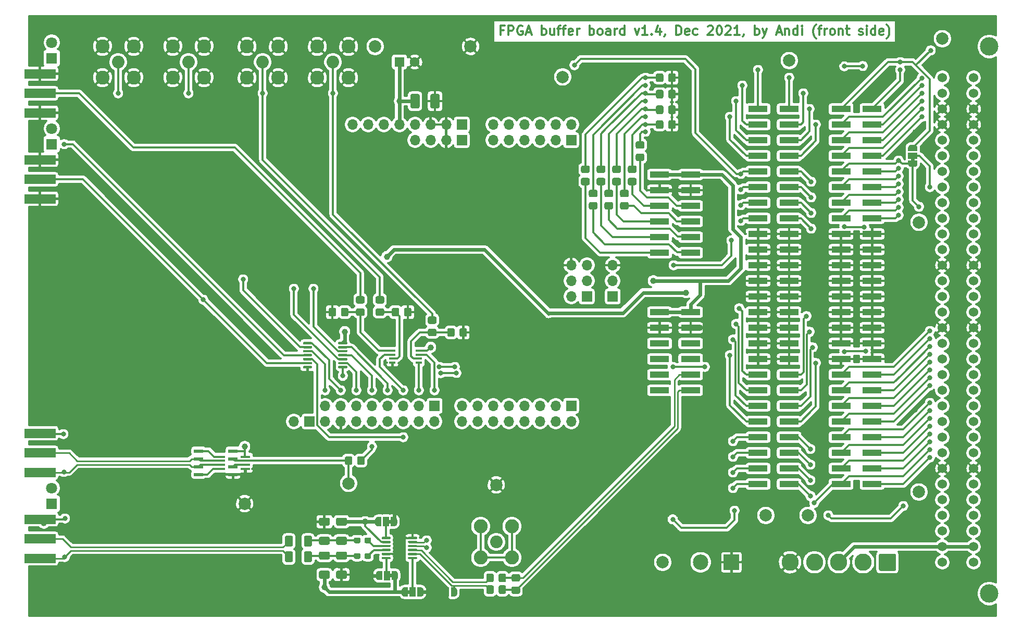
<source format=gtl>
%TF.GenerationSoftware,KiCad,Pcbnew,5.1.10-88a1d61d58~88~ubuntu18.04.1*%
%TF.CreationDate,2022-02-07T17:49:34+01:00*%
%TF.ProjectId,FPGA_buffer_board,46504741-5f62-4756-9666-65725f626f61,v1.4*%
%TF.SameCoordinates,Original*%
%TF.FileFunction,Copper,L1,Top*%
%TF.FilePolarity,Positive*%
%FSLAX46Y46*%
G04 Gerber Fmt 4.6, Leading zero omitted, Abs format (unit mm)*
G04 Created by KiCad (PCBNEW 5.1.10-88a1d61d58~88~ubuntu18.04.1) date 2022-02-07 17:49:34*
%MOMM*%
%LPD*%
G01*
G04 APERTURE LIST*
%TA.AperFunction,NonConductor*%
%ADD10C,0.300000*%
%TD*%
%TA.AperFunction,EtchedComponent*%
%ADD11C,0.100000*%
%TD*%
%TA.AperFunction,ComponentPad*%
%ADD12O,1.700000X1.700000*%
%TD*%
%TA.AperFunction,ComponentPad*%
%ADD13R,1.700000X1.700000*%
%TD*%
%TA.AperFunction,SMDPad,CuDef*%
%ADD14C,0.100000*%
%TD*%
%TA.AperFunction,SMDPad,CuDef*%
%ADD15R,3.150000X1.000000*%
%TD*%
%TA.AperFunction,ComponentPad*%
%ADD16C,2.250000*%
%TD*%
%TA.AperFunction,ComponentPad*%
%ADD17C,2.050000*%
%TD*%
%TA.AperFunction,SMDPad,CuDef*%
%ADD18R,1.520000X0.600000*%
%TD*%
%TA.AperFunction,SMDPad,CuDef*%
%ADD19R,1.524000X0.450000*%
%TD*%
%TA.AperFunction,ComponentPad*%
%ADD20C,2.500000*%
%TD*%
%TA.AperFunction,ComponentPad*%
%ADD21R,2.500000X2.500000*%
%TD*%
%TA.AperFunction,ComponentPad*%
%ADD22C,1.600000*%
%TD*%
%TA.AperFunction,ComponentPad*%
%ADD23R,1.600000X1.600000*%
%TD*%
%TA.AperFunction,ComponentPad*%
%ADD24C,1.800000*%
%TD*%
%TA.AperFunction,ComponentPad*%
%ADD25R,1.800000X1.800000*%
%TD*%
%TA.AperFunction,ComponentPad*%
%ADD26C,2.000000*%
%TD*%
%TA.AperFunction,SMDPad,CuDef*%
%ADD27R,1.000000X1.500000*%
%TD*%
%TA.AperFunction,ComponentPad*%
%ADD28C,2.800000*%
%TD*%
%TA.AperFunction,SMDPad,CuDef*%
%ADD29R,5.080000X1.500000*%
%TD*%
%TA.AperFunction,SMDPad,CuDef*%
%ADD30R,1.500000X1.000000*%
%TD*%
%TA.AperFunction,ComponentPad*%
%ADD31C,1.524000*%
%TD*%
%TA.AperFunction,ComponentPad*%
%ADD32C,3.000000*%
%TD*%
%TA.AperFunction,SMDPad,CuDef*%
%ADD33R,1.100000X0.400000*%
%TD*%
%TA.AperFunction,ViaPad*%
%ADD34C,0.800000*%
%TD*%
%TA.AperFunction,ViaPad*%
%ADD35C,1.000000*%
%TD*%
%TA.AperFunction,Conductor*%
%ADD36C,0.350000*%
%TD*%
%TA.AperFunction,Conductor*%
%ADD37C,0.600000*%
%TD*%
%TA.AperFunction,Conductor*%
%ADD38C,0.250000*%
%TD*%
%TA.AperFunction,Conductor*%
%ADD39C,0.100000*%
%TD*%
G04 APERTURE END LIST*
D10*
X167422142Y-53232857D02*
X166922142Y-53232857D01*
X166922142Y-54018571D02*
X166922142Y-52518571D01*
X167636428Y-52518571D01*
X168207857Y-54018571D02*
X168207857Y-52518571D01*
X168779285Y-52518571D01*
X168922142Y-52590000D01*
X168993571Y-52661428D01*
X169065000Y-52804285D01*
X169065000Y-53018571D01*
X168993571Y-53161428D01*
X168922142Y-53232857D01*
X168779285Y-53304285D01*
X168207857Y-53304285D01*
X170493571Y-52590000D02*
X170350714Y-52518571D01*
X170136428Y-52518571D01*
X169922142Y-52590000D01*
X169779285Y-52732857D01*
X169707857Y-52875714D01*
X169636428Y-53161428D01*
X169636428Y-53375714D01*
X169707857Y-53661428D01*
X169779285Y-53804285D01*
X169922142Y-53947142D01*
X170136428Y-54018571D01*
X170279285Y-54018571D01*
X170493571Y-53947142D01*
X170565000Y-53875714D01*
X170565000Y-53375714D01*
X170279285Y-53375714D01*
X171136428Y-53590000D02*
X171850714Y-53590000D01*
X170993571Y-54018571D02*
X171493571Y-52518571D01*
X171993571Y-54018571D01*
X173636428Y-54018571D02*
X173636428Y-52518571D01*
X173636428Y-53090000D02*
X173779285Y-53018571D01*
X174065000Y-53018571D01*
X174207857Y-53090000D01*
X174279285Y-53161428D01*
X174350714Y-53304285D01*
X174350714Y-53732857D01*
X174279285Y-53875714D01*
X174207857Y-53947142D01*
X174065000Y-54018571D01*
X173779285Y-54018571D01*
X173636428Y-53947142D01*
X175636428Y-53018571D02*
X175636428Y-54018571D01*
X174993571Y-53018571D02*
X174993571Y-53804285D01*
X175065000Y-53947142D01*
X175207857Y-54018571D01*
X175422142Y-54018571D01*
X175565000Y-53947142D01*
X175636428Y-53875714D01*
X176136428Y-53018571D02*
X176707857Y-53018571D01*
X176350714Y-54018571D02*
X176350714Y-52732857D01*
X176422142Y-52590000D01*
X176565000Y-52518571D01*
X176707857Y-52518571D01*
X176993571Y-53018571D02*
X177565000Y-53018571D01*
X177207857Y-54018571D02*
X177207857Y-52732857D01*
X177279285Y-52590000D01*
X177422142Y-52518571D01*
X177565000Y-52518571D01*
X178636428Y-53947142D02*
X178493571Y-54018571D01*
X178207857Y-54018571D01*
X178065000Y-53947142D01*
X177993571Y-53804285D01*
X177993571Y-53232857D01*
X178065000Y-53090000D01*
X178207857Y-53018571D01*
X178493571Y-53018571D01*
X178636428Y-53090000D01*
X178707857Y-53232857D01*
X178707857Y-53375714D01*
X177993571Y-53518571D01*
X179350714Y-54018571D02*
X179350714Y-53018571D01*
X179350714Y-53304285D02*
X179422142Y-53161428D01*
X179493571Y-53090000D01*
X179636428Y-53018571D01*
X179779285Y-53018571D01*
X181422142Y-54018571D02*
X181422142Y-52518571D01*
X181422142Y-53090000D02*
X181565000Y-53018571D01*
X181850714Y-53018571D01*
X181993571Y-53090000D01*
X182065000Y-53161428D01*
X182136428Y-53304285D01*
X182136428Y-53732857D01*
X182065000Y-53875714D01*
X181993571Y-53947142D01*
X181850714Y-54018571D01*
X181565000Y-54018571D01*
X181422142Y-53947142D01*
X182993571Y-54018571D02*
X182850714Y-53947142D01*
X182779285Y-53875714D01*
X182707857Y-53732857D01*
X182707857Y-53304285D01*
X182779285Y-53161428D01*
X182850714Y-53090000D01*
X182993571Y-53018571D01*
X183207857Y-53018571D01*
X183350714Y-53090000D01*
X183422142Y-53161428D01*
X183493571Y-53304285D01*
X183493571Y-53732857D01*
X183422142Y-53875714D01*
X183350714Y-53947142D01*
X183207857Y-54018571D01*
X182993571Y-54018571D01*
X184779285Y-54018571D02*
X184779285Y-53232857D01*
X184707857Y-53090000D01*
X184565000Y-53018571D01*
X184279285Y-53018571D01*
X184136428Y-53090000D01*
X184779285Y-53947142D02*
X184636428Y-54018571D01*
X184279285Y-54018571D01*
X184136428Y-53947142D01*
X184065000Y-53804285D01*
X184065000Y-53661428D01*
X184136428Y-53518571D01*
X184279285Y-53447142D01*
X184636428Y-53447142D01*
X184779285Y-53375714D01*
X185493571Y-54018571D02*
X185493571Y-53018571D01*
X185493571Y-53304285D02*
X185565000Y-53161428D01*
X185636428Y-53090000D01*
X185779285Y-53018571D01*
X185922142Y-53018571D01*
X187065000Y-54018571D02*
X187065000Y-52518571D01*
X187065000Y-53947142D02*
X186922142Y-54018571D01*
X186636428Y-54018571D01*
X186493571Y-53947142D01*
X186422142Y-53875714D01*
X186350714Y-53732857D01*
X186350714Y-53304285D01*
X186422142Y-53161428D01*
X186493571Y-53090000D01*
X186636428Y-53018571D01*
X186922142Y-53018571D01*
X187065000Y-53090000D01*
X188779285Y-53018571D02*
X189136428Y-54018571D01*
X189493571Y-53018571D01*
X190850714Y-54018571D02*
X189993571Y-54018571D01*
X190422142Y-54018571D02*
X190422142Y-52518571D01*
X190279285Y-52732857D01*
X190136428Y-52875714D01*
X189993571Y-52947142D01*
X191493571Y-53875714D02*
X191565000Y-53947142D01*
X191493571Y-54018571D01*
X191422142Y-53947142D01*
X191493571Y-53875714D01*
X191493571Y-54018571D01*
X192850714Y-53018571D02*
X192850714Y-54018571D01*
X192493571Y-52447142D02*
X192136428Y-53518571D01*
X193065000Y-53518571D01*
X193707857Y-53947142D02*
X193707857Y-54018571D01*
X193636428Y-54161428D01*
X193565000Y-54232857D01*
X195493571Y-54018571D02*
X195493571Y-52518571D01*
X195850714Y-52518571D01*
X196065000Y-52590000D01*
X196207857Y-52732857D01*
X196279285Y-52875714D01*
X196350714Y-53161428D01*
X196350714Y-53375714D01*
X196279285Y-53661428D01*
X196207857Y-53804285D01*
X196065000Y-53947142D01*
X195850714Y-54018571D01*
X195493571Y-54018571D01*
X197565000Y-53947142D02*
X197422142Y-54018571D01*
X197136428Y-54018571D01*
X196993571Y-53947142D01*
X196922142Y-53804285D01*
X196922142Y-53232857D01*
X196993571Y-53090000D01*
X197136428Y-53018571D01*
X197422142Y-53018571D01*
X197565000Y-53090000D01*
X197636428Y-53232857D01*
X197636428Y-53375714D01*
X196922142Y-53518571D01*
X198922142Y-53947142D02*
X198779285Y-54018571D01*
X198493571Y-54018571D01*
X198350714Y-53947142D01*
X198279285Y-53875714D01*
X198207857Y-53732857D01*
X198207857Y-53304285D01*
X198279285Y-53161428D01*
X198350714Y-53090000D01*
X198493571Y-53018571D01*
X198779285Y-53018571D01*
X198922142Y-53090000D01*
X200636428Y-52661428D02*
X200707857Y-52590000D01*
X200850714Y-52518571D01*
X201207857Y-52518571D01*
X201350714Y-52590000D01*
X201422142Y-52661428D01*
X201493571Y-52804285D01*
X201493571Y-52947142D01*
X201422142Y-53161428D01*
X200565000Y-54018571D01*
X201493571Y-54018571D01*
X202422142Y-52518571D02*
X202565000Y-52518571D01*
X202707857Y-52590000D01*
X202779285Y-52661428D01*
X202850714Y-52804285D01*
X202922142Y-53090000D01*
X202922142Y-53447142D01*
X202850714Y-53732857D01*
X202779285Y-53875714D01*
X202707857Y-53947142D01*
X202565000Y-54018571D01*
X202422142Y-54018571D01*
X202279285Y-53947142D01*
X202207857Y-53875714D01*
X202136428Y-53732857D01*
X202065000Y-53447142D01*
X202065000Y-53090000D01*
X202136428Y-52804285D01*
X202207857Y-52661428D01*
X202279285Y-52590000D01*
X202422142Y-52518571D01*
X203493571Y-52661428D02*
X203565000Y-52590000D01*
X203707857Y-52518571D01*
X204065000Y-52518571D01*
X204207857Y-52590000D01*
X204279285Y-52661428D01*
X204350714Y-52804285D01*
X204350714Y-52947142D01*
X204279285Y-53161428D01*
X203422142Y-54018571D01*
X204350714Y-54018571D01*
X205779285Y-54018571D02*
X204922142Y-54018571D01*
X205350714Y-54018571D02*
X205350714Y-52518571D01*
X205207857Y-52732857D01*
X205065000Y-52875714D01*
X204922142Y-52947142D01*
X206493571Y-53947142D02*
X206493571Y-54018571D01*
X206422142Y-54161428D01*
X206350714Y-54232857D01*
X208279285Y-54018571D02*
X208279285Y-52518571D01*
X208279285Y-53090000D02*
X208422142Y-53018571D01*
X208707857Y-53018571D01*
X208850714Y-53090000D01*
X208922142Y-53161428D01*
X208993571Y-53304285D01*
X208993571Y-53732857D01*
X208922142Y-53875714D01*
X208850714Y-53947142D01*
X208707857Y-54018571D01*
X208422142Y-54018571D01*
X208279285Y-53947142D01*
X209493571Y-53018571D02*
X209850714Y-54018571D01*
X210207857Y-53018571D02*
X209850714Y-54018571D01*
X209707857Y-54375714D01*
X209636428Y-54447142D01*
X209493571Y-54518571D01*
X211850714Y-53590000D02*
X212565000Y-53590000D01*
X211707857Y-54018571D02*
X212207857Y-52518571D01*
X212707857Y-54018571D01*
X213207857Y-53018571D02*
X213207857Y-54018571D01*
X213207857Y-53161428D02*
X213279285Y-53090000D01*
X213422142Y-53018571D01*
X213636428Y-53018571D01*
X213779285Y-53090000D01*
X213850714Y-53232857D01*
X213850714Y-54018571D01*
X215207857Y-54018571D02*
X215207857Y-52518571D01*
X215207857Y-53947142D02*
X215065000Y-54018571D01*
X214779285Y-54018571D01*
X214636428Y-53947142D01*
X214565000Y-53875714D01*
X214493571Y-53732857D01*
X214493571Y-53304285D01*
X214565000Y-53161428D01*
X214636428Y-53090000D01*
X214779285Y-53018571D01*
X215065000Y-53018571D01*
X215207857Y-53090000D01*
X215922142Y-54018571D02*
X215922142Y-53018571D01*
X215922142Y-52518571D02*
X215850714Y-52590000D01*
X215922142Y-52661428D01*
X215993571Y-52590000D01*
X215922142Y-52518571D01*
X215922142Y-52661428D01*
X218207857Y-54590000D02*
X218136428Y-54518571D01*
X217993571Y-54304285D01*
X217922142Y-54161428D01*
X217850714Y-53947142D01*
X217779285Y-53590000D01*
X217779285Y-53304285D01*
X217850714Y-52947142D01*
X217922142Y-52732857D01*
X217993571Y-52590000D01*
X218136428Y-52375714D01*
X218207857Y-52304285D01*
X218565000Y-53018571D02*
X219136428Y-53018571D01*
X218779285Y-54018571D02*
X218779285Y-52732857D01*
X218850714Y-52590000D01*
X218993571Y-52518571D01*
X219136428Y-52518571D01*
X219636428Y-54018571D02*
X219636428Y-53018571D01*
X219636428Y-53304285D02*
X219707857Y-53161428D01*
X219779285Y-53090000D01*
X219922142Y-53018571D01*
X220065000Y-53018571D01*
X220779285Y-54018571D02*
X220636428Y-53947142D01*
X220565000Y-53875714D01*
X220493571Y-53732857D01*
X220493571Y-53304285D01*
X220565000Y-53161428D01*
X220636428Y-53090000D01*
X220779285Y-53018571D01*
X220993571Y-53018571D01*
X221136428Y-53090000D01*
X221207857Y-53161428D01*
X221279285Y-53304285D01*
X221279285Y-53732857D01*
X221207857Y-53875714D01*
X221136428Y-53947142D01*
X220993571Y-54018571D01*
X220779285Y-54018571D01*
X221922142Y-53018571D02*
X221922142Y-54018571D01*
X221922142Y-53161428D02*
X221993571Y-53090000D01*
X222136428Y-53018571D01*
X222350714Y-53018571D01*
X222493571Y-53090000D01*
X222565000Y-53232857D01*
X222565000Y-54018571D01*
X223065000Y-53018571D02*
X223636428Y-53018571D01*
X223279285Y-52518571D02*
X223279285Y-53804285D01*
X223350714Y-53947142D01*
X223493571Y-54018571D01*
X223636428Y-54018571D01*
X225207857Y-53947142D02*
X225350714Y-54018571D01*
X225636428Y-54018571D01*
X225779285Y-53947142D01*
X225850714Y-53804285D01*
X225850714Y-53732857D01*
X225779285Y-53590000D01*
X225636428Y-53518571D01*
X225422142Y-53518571D01*
X225279285Y-53447142D01*
X225207857Y-53304285D01*
X225207857Y-53232857D01*
X225279285Y-53090000D01*
X225422142Y-53018571D01*
X225636428Y-53018571D01*
X225779285Y-53090000D01*
X226493571Y-54018571D02*
X226493571Y-53018571D01*
X226493571Y-52518571D02*
X226422142Y-52590000D01*
X226493571Y-52661428D01*
X226565000Y-52590000D01*
X226493571Y-52518571D01*
X226493571Y-52661428D01*
X227850714Y-54018571D02*
X227850714Y-52518571D01*
X227850714Y-53947142D02*
X227707857Y-54018571D01*
X227422142Y-54018571D01*
X227279285Y-53947142D01*
X227207857Y-53875714D01*
X227136428Y-53732857D01*
X227136428Y-53304285D01*
X227207857Y-53161428D01*
X227279285Y-53090000D01*
X227422142Y-53018571D01*
X227707857Y-53018571D01*
X227850714Y-53090000D01*
X229136428Y-53947142D02*
X228993571Y-54018571D01*
X228707857Y-54018571D01*
X228565000Y-53947142D01*
X228493571Y-53804285D01*
X228493571Y-53232857D01*
X228565000Y-53090000D01*
X228707857Y-53018571D01*
X228993571Y-53018571D01*
X229136428Y-53090000D01*
X229207857Y-53232857D01*
X229207857Y-53375714D01*
X228493571Y-53518571D01*
X229707857Y-54590000D02*
X229779285Y-54518571D01*
X229922142Y-54304285D01*
X229993571Y-54161428D01*
X230065000Y-53947142D01*
X230136428Y-53590000D01*
X230136428Y-53304285D01*
X230065000Y-52947142D01*
X229993571Y-52732857D01*
X229922142Y-52590000D01*
X229779285Y-52375714D01*
X229707857Y-52304285D01*
D11*
G36*
X233634000Y-74560000D02*
G01*
X233634000Y-74060000D01*
X234234000Y-74060000D01*
X234234000Y-74560000D01*
X233634000Y-74560000D01*
G37*
%TA.AperFunction,SMDPad,CuDef*%
G36*
G01*
X189160999Y-73298000D02*
X190061001Y-73298000D01*
G75*
G02*
X190311000Y-73547999I0J-249999D01*
G01*
X190311000Y-74248001D01*
G75*
G02*
X190061001Y-74498000I-249999J0D01*
G01*
X189160999Y-74498000D01*
G75*
G02*
X188911000Y-74248001I0J249999D01*
G01*
X188911000Y-73547999D01*
G75*
G02*
X189160999Y-73298000I249999J0D01*
G01*
G37*
%TD.AperFunction*%
%TA.AperFunction,SMDPad,CuDef*%
G36*
G01*
X189160999Y-71298000D02*
X190061001Y-71298000D01*
G75*
G02*
X190311000Y-71547999I0J-249999D01*
G01*
X190311000Y-72248001D01*
G75*
G02*
X190061001Y-72498000I-249999J0D01*
G01*
X189160999Y-72498000D01*
G75*
G02*
X188911000Y-72248001I0J249999D01*
G01*
X188911000Y-71547999D01*
G75*
G02*
X189160999Y-71298000I249999J0D01*
G01*
G37*
%TD.AperFunction*%
%TA.AperFunction,SMDPad,CuDef*%
G36*
G01*
X193402000Y-60509999D02*
X193402000Y-61410001D01*
G75*
G02*
X193152001Y-61660000I-249999J0D01*
G01*
X192451999Y-61660000D01*
G75*
G02*
X192202000Y-61410001I0J249999D01*
G01*
X192202000Y-60509999D01*
G75*
G02*
X192451999Y-60260000I249999J0D01*
G01*
X193152001Y-60260000D01*
G75*
G02*
X193402000Y-60509999I0J-249999D01*
G01*
G37*
%TD.AperFunction*%
%TA.AperFunction,SMDPad,CuDef*%
G36*
G01*
X195402000Y-60509999D02*
X195402000Y-61410001D01*
G75*
G02*
X195152001Y-61660000I-249999J0D01*
G01*
X194451999Y-61660000D01*
G75*
G02*
X194202000Y-61410001I0J249999D01*
G01*
X194202000Y-60509999D01*
G75*
G02*
X194451999Y-60260000I249999J0D01*
G01*
X195152001Y-60260000D01*
G75*
G02*
X195402000Y-60509999I0J-249999D01*
G01*
G37*
%TD.AperFunction*%
%TA.AperFunction,SMDPad,CuDef*%
G36*
G01*
X193402000Y-63176999D02*
X193402000Y-64077001D01*
G75*
G02*
X193152001Y-64327000I-249999J0D01*
G01*
X192451999Y-64327000D01*
G75*
G02*
X192202000Y-64077001I0J249999D01*
G01*
X192202000Y-63176999D01*
G75*
G02*
X192451999Y-62927000I249999J0D01*
G01*
X193152001Y-62927000D01*
G75*
G02*
X193402000Y-63176999I0J-249999D01*
G01*
G37*
%TD.AperFunction*%
%TA.AperFunction,SMDPad,CuDef*%
G36*
G01*
X195402000Y-63176999D02*
X195402000Y-64077001D01*
G75*
G02*
X195152001Y-64327000I-249999J0D01*
G01*
X194451999Y-64327000D01*
G75*
G02*
X194202000Y-64077001I0J249999D01*
G01*
X194202000Y-63176999D01*
G75*
G02*
X194451999Y-62927000I249999J0D01*
G01*
X195152001Y-62927000D01*
G75*
G02*
X195402000Y-63176999I0J-249999D01*
G01*
G37*
%TD.AperFunction*%
%TA.AperFunction,SMDPad,CuDef*%
G36*
G01*
X193402000Y-65716999D02*
X193402000Y-66617001D01*
G75*
G02*
X193152001Y-66867000I-249999J0D01*
G01*
X192451999Y-66867000D01*
G75*
G02*
X192202000Y-66617001I0J249999D01*
G01*
X192202000Y-65716999D01*
G75*
G02*
X192451999Y-65467000I249999J0D01*
G01*
X193152001Y-65467000D01*
G75*
G02*
X193402000Y-65716999I0J-249999D01*
G01*
G37*
%TD.AperFunction*%
%TA.AperFunction,SMDPad,CuDef*%
G36*
G01*
X195402000Y-65716999D02*
X195402000Y-66617001D01*
G75*
G02*
X195152001Y-66867000I-249999J0D01*
G01*
X194451999Y-66867000D01*
G75*
G02*
X194202000Y-66617001I0J249999D01*
G01*
X194202000Y-65716999D01*
G75*
G02*
X194451999Y-65467000I249999J0D01*
G01*
X195152001Y-65467000D01*
G75*
G02*
X195402000Y-65716999I0J-249999D01*
G01*
G37*
%TD.AperFunction*%
%TA.AperFunction,SMDPad,CuDef*%
G36*
G01*
X193402000Y-68129999D02*
X193402000Y-69030001D01*
G75*
G02*
X193152001Y-69280000I-249999J0D01*
G01*
X192451999Y-69280000D01*
G75*
G02*
X192202000Y-69030001I0J249999D01*
G01*
X192202000Y-68129999D01*
G75*
G02*
X192451999Y-67880000I249999J0D01*
G01*
X193152001Y-67880000D01*
G75*
G02*
X193402000Y-68129999I0J-249999D01*
G01*
G37*
%TD.AperFunction*%
%TA.AperFunction,SMDPad,CuDef*%
G36*
G01*
X195402000Y-68129999D02*
X195402000Y-69030001D01*
G75*
G02*
X195152001Y-69280000I-249999J0D01*
G01*
X194451999Y-69280000D01*
G75*
G02*
X194202000Y-69030001I0J249999D01*
G01*
X194202000Y-68129999D01*
G75*
G02*
X194451999Y-67880000I249999J0D01*
G01*
X195152001Y-67880000D01*
G75*
G02*
X195402000Y-68129999I0J-249999D01*
G01*
G37*
%TD.AperFunction*%
%TA.AperFunction,SMDPad,CuDef*%
G36*
G01*
X180270999Y-77235000D02*
X181171001Y-77235000D01*
G75*
G02*
X181421000Y-77484999I0J-249999D01*
G01*
X181421000Y-78185001D01*
G75*
G02*
X181171001Y-78435000I-249999J0D01*
G01*
X180270999Y-78435000D01*
G75*
G02*
X180021000Y-78185001I0J249999D01*
G01*
X180021000Y-77484999D01*
G75*
G02*
X180270999Y-77235000I249999J0D01*
G01*
G37*
%TD.AperFunction*%
%TA.AperFunction,SMDPad,CuDef*%
G36*
G01*
X180270999Y-75235000D02*
X181171001Y-75235000D01*
G75*
G02*
X181421000Y-75484999I0J-249999D01*
G01*
X181421000Y-76185001D01*
G75*
G02*
X181171001Y-76435000I-249999J0D01*
G01*
X180270999Y-76435000D01*
G75*
G02*
X180021000Y-76185001I0J249999D01*
G01*
X180021000Y-75484999D01*
G75*
G02*
X180270999Y-75235000I249999J0D01*
G01*
G37*
%TD.AperFunction*%
%TA.AperFunction,SMDPad,CuDef*%
G36*
G01*
X181540999Y-81172000D02*
X182441001Y-81172000D01*
G75*
G02*
X182691000Y-81421999I0J-249999D01*
G01*
X182691000Y-82122001D01*
G75*
G02*
X182441001Y-82372000I-249999J0D01*
G01*
X181540999Y-82372000D01*
G75*
G02*
X181291000Y-82122001I0J249999D01*
G01*
X181291000Y-81421999D01*
G75*
G02*
X181540999Y-81172000I249999J0D01*
G01*
G37*
%TD.AperFunction*%
%TA.AperFunction,SMDPad,CuDef*%
G36*
G01*
X181540999Y-79172000D02*
X182441001Y-79172000D01*
G75*
G02*
X182691000Y-79421999I0J-249999D01*
G01*
X182691000Y-80122001D01*
G75*
G02*
X182441001Y-80372000I-249999J0D01*
G01*
X181540999Y-80372000D01*
G75*
G02*
X181291000Y-80122001I0J249999D01*
G01*
X181291000Y-79421999D01*
G75*
G02*
X181540999Y-79172000I249999J0D01*
G01*
G37*
%TD.AperFunction*%
%TA.AperFunction,SMDPad,CuDef*%
G36*
G01*
X182810999Y-77235000D02*
X183711001Y-77235000D01*
G75*
G02*
X183961000Y-77484999I0J-249999D01*
G01*
X183961000Y-78185001D01*
G75*
G02*
X183711001Y-78435000I-249999J0D01*
G01*
X182810999Y-78435000D01*
G75*
G02*
X182561000Y-78185001I0J249999D01*
G01*
X182561000Y-77484999D01*
G75*
G02*
X182810999Y-77235000I249999J0D01*
G01*
G37*
%TD.AperFunction*%
%TA.AperFunction,SMDPad,CuDef*%
G36*
G01*
X182810999Y-75235000D02*
X183711001Y-75235000D01*
G75*
G02*
X183961000Y-75484999I0J-249999D01*
G01*
X183961000Y-76185001D01*
G75*
G02*
X183711001Y-76435000I-249999J0D01*
G01*
X182810999Y-76435000D01*
G75*
G02*
X182561000Y-76185001I0J249999D01*
G01*
X182561000Y-75484999D01*
G75*
G02*
X182810999Y-75235000I249999J0D01*
G01*
G37*
%TD.AperFunction*%
%TA.AperFunction,SMDPad,CuDef*%
G36*
G01*
X184080999Y-81172000D02*
X184981001Y-81172000D01*
G75*
G02*
X185231000Y-81421999I0J-249999D01*
G01*
X185231000Y-82122001D01*
G75*
G02*
X184981001Y-82372000I-249999J0D01*
G01*
X184080999Y-82372000D01*
G75*
G02*
X183831000Y-82122001I0J249999D01*
G01*
X183831000Y-81421999D01*
G75*
G02*
X184080999Y-81172000I249999J0D01*
G01*
G37*
%TD.AperFunction*%
%TA.AperFunction,SMDPad,CuDef*%
G36*
G01*
X184080999Y-79172000D02*
X184981001Y-79172000D01*
G75*
G02*
X185231000Y-79421999I0J-249999D01*
G01*
X185231000Y-80122001D01*
G75*
G02*
X184981001Y-80372000I-249999J0D01*
G01*
X184080999Y-80372000D01*
G75*
G02*
X183831000Y-80122001I0J249999D01*
G01*
X183831000Y-79421999D01*
G75*
G02*
X184080999Y-79172000I249999J0D01*
G01*
G37*
%TD.AperFunction*%
%TA.AperFunction,SMDPad,CuDef*%
G36*
G01*
X185350999Y-77235000D02*
X186251001Y-77235000D01*
G75*
G02*
X186501000Y-77484999I0J-249999D01*
G01*
X186501000Y-78185001D01*
G75*
G02*
X186251001Y-78435000I-249999J0D01*
G01*
X185350999Y-78435000D01*
G75*
G02*
X185101000Y-78185001I0J249999D01*
G01*
X185101000Y-77484999D01*
G75*
G02*
X185350999Y-77235000I249999J0D01*
G01*
G37*
%TD.AperFunction*%
%TA.AperFunction,SMDPad,CuDef*%
G36*
G01*
X185350999Y-75235000D02*
X186251001Y-75235000D01*
G75*
G02*
X186501000Y-75484999I0J-249999D01*
G01*
X186501000Y-76185001D01*
G75*
G02*
X186251001Y-76435000I-249999J0D01*
G01*
X185350999Y-76435000D01*
G75*
G02*
X185101000Y-76185001I0J249999D01*
G01*
X185101000Y-75484999D01*
G75*
G02*
X185350999Y-75235000I249999J0D01*
G01*
G37*
%TD.AperFunction*%
%TA.AperFunction,SMDPad,CuDef*%
G36*
G01*
X186620999Y-81172000D02*
X187521001Y-81172000D01*
G75*
G02*
X187771000Y-81421999I0J-249999D01*
G01*
X187771000Y-82122001D01*
G75*
G02*
X187521001Y-82372000I-249999J0D01*
G01*
X186620999Y-82372000D01*
G75*
G02*
X186371000Y-82122001I0J249999D01*
G01*
X186371000Y-81421999D01*
G75*
G02*
X186620999Y-81172000I249999J0D01*
G01*
G37*
%TD.AperFunction*%
%TA.AperFunction,SMDPad,CuDef*%
G36*
G01*
X186620999Y-79172000D02*
X187521001Y-79172000D01*
G75*
G02*
X187771000Y-79421999I0J-249999D01*
G01*
X187771000Y-80122001D01*
G75*
G02*
X187521001Y-80372000I-249999J0D01*
G01*
X186620999Y-80372000D01*
G75*
G02*
X186371000Y-80122001I0J249999D01*
G01*
X186371000Y-79421999D01*
G75*
G02*
X186620999Y-79172000I249999J0D01*
G01*
G37*
%TD.AperFunction*%
%TA.AperFunction,SMDPad,CuDef*%
G36*
G01*
X187890999Y-77235000D02*
X188791001Y-77235000D01*
G75*
G02*
X189041000Y-77484999I0J-249999D01*
G01*
X189041000Y-78185001D01*
G75*
G02*
X188791001Y-78435000I-249999J0D01*
G01*
X187890999Y-78435000D01*
G75*
G02*
X187641000Y-78185001I0J249999D01*
G01*
X187641000Y-77484999D01*
G75*
G02*
X187890999Y-77235000I249999J0D01*
G01*
G37*
%TD.AperFunction*%
%TA.AperFunction,SMDPad,CuDef*%
G36*
G01*
X187890999Y-75235000D02*
X188791001Y-75235000D01*
G75*
G02*
X189041000Y-75484999I0J-249999D01*
G01*
X189041000Y-76185001D01*
G75*
G02*
X188791001Y-76435000I-249999J0D01*
G01*
X187890999Y-76435000D01*
G75*
G02*
X187641000Y-76185001I0J249999D01*
G01*
X187641000Y-75484999D01*
G75*
G02*
X187890999Y-75235000I249999J0D01*
G01*
G37*
%TD.AperFunction*%
%TA.AperFunction,SMDPad,CuDef*%
G36*
G01*
X169868001Y-142840000D02*
X168967999Y-142840000D01*
G75*
G02*
X168718000Y-142590001I0J249999D01*
G01*
X168718000Y-141889999D01*
G75*
G02*
X168967999Y-141640000I249999J0D01*
G01*
X169868001Y-141640000D01*
G75*
G02*
X170118000Y-141889999I0J-249999D01*
G01*
X170118000Y-142590001D01*
G75*
G02*
X169868001Y-142840000I-249999J0D01*
G01*
G37*
%TD.AperFunction*%
%TA.AperFunction,SMDPad,CuDef*%
G36*
G01*
X169868001Y-144840000D02*
X168967999Y-144840000D01*
G75*
G02*
X168718000Y-144590001I0J249999D01*
G01*
X168718000Y-143889999D01*
G75*
G02*
X168967999Y-143640000I249999J0D01*
G01*
X169868001Y-143640000D01*
G75*
G02*
X170118000Y-143889999I0J-249999D01*
G01*
X170118000Y-144590001D01*
G75*
G02*
X169868001Y-144840000I-249999J0D01*
G01*
G37*
%TD.AperFunction*%
D12*
X178435000Y-91440000D03*
X180975000Y-91440000D03*
X178435000Y-93980000D03*
X180975000Y-93980000D03*
X178435000Y-96520000D03*
D13*
X180975000Y-96520000D03*
%TA.AperFunction,SMDPad,CuDef*%
G36*
G01*
X166627000Y-144595001D02*
X166627000Y-143694999D01*
G75*
G02*
X166876999Y-143445000I249999J0D01*
G01*
X167577001Y-143445000D01*
G75*
G02*
X167827000Y-143694999I0J-249999D01*
G01*
X167827000Y-144595001D01*
G75*
G02*
X167577001Y-144845000I-249999J0D01*
G01*
X166876999Y-144845000D01*
G75*
G02*
X166627000Y-144595001I0J249999D01*
G01*
G37*
%TD.AperFunction*%
%TA.AperFunction,SMDPad,CuDef*%
G36*
G01*
X164627000Y-144595001D02*
X164627000Y-143694999D01*
G75*
G02*
X164876999Y-143445000I249999J0D01*
G01*
X165577001Y-143445000D01*
G75*
G02*
X165827000Y-143694999I0J-249999D01*
G01*
X165827000Y-144595001D01*
G75*
G02*
X165577001Y-144845000I-249999J0D01*
G01*
X164876999Y-144845000D01*
G75*
G02*
X164627000Y-144595001I0J249999D01*
G01*
G37*
%TD.AperFunction*%
%TA.AperFunction,SMDPad,CuDef*%
G36*
G01*
X166627000Y-142690001D02*
X166627000Y-141789999D01*
G75*
G02*
X166876999Y-141540000I249999J0D01*
G01*
X167577001Y-141540000D01*
G75*
G02*
X167827000Y-141789999I0J-249999D01*
G01*
X167827000Y-142690001D01*
G75*
G02*
X167577001Y-142940000I-249999J0D01*
G01*
X166876999Y-142940000D01*
G75*
G02*
X166627000Y-142690001I0J249999D01*
G01*
G37*
%TD.AperFunction*%
%TA.AperFunction,SMDPad,CuDef*%
G36*
G01*
X164627000Y-142690001D02*
X164627000Y-141789999D01*
G75*
G02*
X164876999Y-141540000I249999J0D01*
G01*
X165577001Y-141540000D01*
G75*
G02*
X165827000Y-141789999I0J-249999D01*
G01*
X165827000Y-142690001D01*
G75*
G02*
X165577001Y-142940000I-249999J0D01*
G01*
X164876999Y-142940000D01*
G75*
G02*
X164627000Y-142690001I0J249999D01*
G01*
G37*
%TD.AperFunction*%
%TA.AperFunction,SMDPad,CuDef*%
D14*
G36*
X158085000Y-145275398D02*
G01*
X158060466Y-145275398D01*
X158011635Y-145270588D01*
X157963510Y-145261016D01*
X157916555Y-145246772D01*
X157871222Y-145227995D01*
X157827949Y-145204864D01*
X157787150Y-145177604D01*
X157749221Y-145146476D01*
X157714524Y-145111779D01*
X157683396Y-145073850D01*
X157656136Y-145033051D01*
X157633005Y-144989778D01*
X157614228Y-144944445D01*
X157599984Y-144897490D01*
X157590412Y-144849365D01*
X157585602Y-144800534D01*
X157585602Y-144776000D01*
X157585000Y-144776000D01*
X157585000Y-144276000D01*
X157585602Y-144276000D01*
X157585602Y-144251466D01*
X157590412Y-144202635D01*
X157599984Y-144154510D01*
X157614228Y-144107555D01*
X157633005Y-144062222D01*
X157656136Y-144018949D01*
X157683396Y-143978150D01*
X157714524Y-143940221D01*
X157749221Y-143905524D01*
X157787150Y-143874396D01*
X157827949Y-143847136D01*
X157871222Y-143824005D01*
X157916555Y-143805228D01*
X157963510Y-143790984D01*
X158011635Y-143781412D01*
X158060466Y-143776602D01*
X158085000Y-143776602D01*
X158085000Y-143776000D01*
X158585000Y-143776000D01*
X158585000Y-145276000D01*
X158085000Y-145276000D01*
X158085000Y-145275398D01*
G37*
%TD.AperFunction*%
%TA.AperFunction,SMDPad,CuDef*%
G36*
X158885000Y-143776000D02*
G01*
X159385000Y-143776000D01*
X159385000Y-143776602D01*
X159409534Y-143776602D01*
X159458365Y-143781412D01*
X159506490Y-143790984D01*
X159553445Y-143805228D01*
X159598778Y-143824005D01*
X159642051Y-143847136D01*
X159682850Y-143874396D01*
X159720779Y-143905524D01*
X159755476Y-143940221D01*
X159786604Y-143978150D01*
X159813864Y-144018949D01*
X159836995Y-144062222D01*
X159855772Y-144107555D01*
X159870016Y-144154510D01*
X159879588Y-144202635D01*
X159884398Y-144251466D01*
X159884398Y-144276000D01*
X159885000Y-144276000D01*
X159885000Y-144776000D01*
X159884398Y-144776000D01*
X159884398Y-144800534D01*
X159879588Y-144849365D01*
X159870016Y-144897490D01*
X159855772Y-144944445D01*
X159836995Y-144989778D01*
X159813864Y-145033051D01*
X159786604Y-145073850D01*
X159755476Y-145111779D01*
X159720779Y-145146476D01*
X159682850Y-145177604D01*
X159642051Y-145204864D01*
X159598778Y-145227995D01*
X159553445Y-145246772D01*
X159506490Y-145261016D01*
X159458365Y-145270588D01*
X159409534Y-145275398D01*
X159385000Y-145275398D01*
X159385000Y-145276000D01*
X158885000Y-145276000D01*
X158885000Y-143776000D01*
G37*
%TD.AperFunction*%
D15*
X192786000Y-99060000D03*
X197836000Y-99060000D03*
X192786000Y-101600000D03*
X197836000Y-101600000D03*
X192786000Y-104140000D03*
X197836000Y-104140000D03*
X192786000Y-106680000D03*
X197836000Y-106680000D03*
X192786000Y-109220000D03*
X197836000Y-109220000D03*
X192786000Y-111760000D03*
X197836000Y-111760000D03*
%TA.AperFunction,SMDPad,CuDef*%
G36*
G01*
X151911000Y-135863000D02*
X151911000Y-135663000D01*
G75*
G02*
X152011000Y-135563000I100000J0D01*
G01*
X153261000Y-135563000D01*
G75*
G02*
X153361000Y-135663000I0J-100000D01*
G01*
X153361000Y-135863000D01*
G75*
G02*
X153261000Y-135963000I-100000J0D01*
G01*
X152011000Y-135963000D01*
G75*
G02*
X151911000Y-135863000I0J100000D01*
G01*
G37*
%TD.AperFunction*%
%TA.AperFunction,SMDPad,CuDef*%
G36*
G01*
X151911000Y-136513000D02*
X151911000Y-136313000D01*
G75*
G02*
X152011000Y-136213000I100000J0D01*
G01*
X153261000Y-136213000D01*
G75*
G02*
X153361000Y-136313000I0J-100000D01*
G01*
X153361000Y-136513000D01*
G75*
G02*
X153261000Y-136613000I-100000J0D01*
G01*
X152011000Y-136613000D01*
G75*
G02*
X151911000Y-136513000I0J100000D01*
G01*
G37*
%TD.AperFunction*%
%TA.AperFunction,SMDPad,CuDef*%
G36*
G01*
X151911000Y-137163000D02*
X151911000Y-136963000D01*
G75*
G02*
X152011000Y-136863000I100000J0D01*
G01*
X153261000Y-136863000D01*
G75*
G02*
X153361000Y-136963000I0J-100000D01*
G01*
X153361000Y-137163000D01*
G75*
G02*
X153261000Y-137263000I-100000J0D01*
G01*
X152011000Y-137263000D01*
G75*
G02*
X151911000Y-137163000I0J100000D01*
G01*
G37*
%TD.AperFunction*%
%TA.AperFunction,SMDPad,CuDef*%
G36*
G01*
X151911000Y-137813000D02*
X151911000Y-137613000D01*
G75*
G02*
X152011000Y-137513000I100000J0D01*
G01*
X153261000Y-137513000D01*
G75*
G02*
X153361000Y-137613000I0J-100000D01*
G01*
X153361000Y-137813000D01*
G75*
G02*
X153261000Y-137913000I-100000J0D01*
G01*
X152011000Y-137913000D01*
G75*
G02*
X151911000Y-137813000I0J100000D01*
G01*
G37*
%TD.AperFunction*%
%TA.AperFunction,SMDPad,CuDef*%
G36*
G01*
X151911000Y-138463000D02*
X151911000Y-138263000D01*
G75*
G02*
X152011000Y-138163000I100000J0D01*
G01*
X153261000Y-138163000D01*
G75*
G02*
X153361000Y-138263000I0J-100000D01*
G01*
X153361000Y-138463000D01*
G75*
G02*
X153261000Y-138563000I-100000J0D01*
G01*
X152011000Y-138563000D01*
G75*
G02*
X151911000Y-138463000I0J100000D01*
G01*
G37*
%TD.AperFunction*%
%TA.AperFunction,SMDPad,CuDef*%
G36*
G01*
X151911000Y-139113000D02*
X151911000Y-138913000D01*
G75*
G02*
X152011000Y-138813000I100000J0D01*
G01*
X153261000Y-138813000D01*
G75*
G02*
X153361000Y-138913000I0J-100000D01*
G01*
X153361000Y-139113000D01*
G75*
G02*
X153261000Y-139213000I-100000J0D01*
G01*
X152011000Y-139213000D01*
G75*
G02*
X151911000Y-139113000I0J100000D01*
G01*
G37*
%TD.AperFunction*%
%TA.AperFunction,SMDPad,CuDef*%
G36*
G01*
X147611000Y-139113000D02*
X147611000Y-138913000D01*
G75*
G02*
X147711000Y-138813000I100000J0D01*
G01*
X148961000Y-138813000D01*
G75*
G02*
X149061000Y-138913000I0J-100000D01*
G01*
X149061000Y-139113000D01*
G75*
G02*
X148961000Y-139213000I-100000J0D01*
G01*
X147711000Y-139213000D01*
G75*
G02*
X147611000Y-139113000I0J100000D01*
G01*
G37*
%TD.AperFunction*%
%TA.AperFunction,SMDPad,CuDef*%
G36*
G01*
X147611000Y-138463000D02*
X147611000Y-138263000D01*
G75*
G02*
X147711000Y-138163000I100000J0D01*
G01*
X148961000Y-138163000D01*
G75*
G02*
X149061000Y-138263000I0J-100000D01*
G01*
X149061000Y-138463000D01*
G75*
G02*
X148961000Y-138563000I-100000J0D01*
G01*
X147711000Y-138563000D01*
G75*
G02*
X147611000Y-138463000I0J100000D01*
G01*
G37*
%TD.AperFunction*%
%TA.AperFunction,SMDPad,CuDef*%
G36*
G01*
X147611000Y-137813000D02*
X147611000Y-137613000D01*
G75*
G02*
X147711000Y-137513000I100000J0D01*
G01*
X148961000Y-137513000D01*
G75*
G02*
X149061000Y-137613000I0J-100000D01*
G01*
X149061000Y-137813000D01*
G75*
G02*
X148961000Y-137913000I-100000J0D01*
G01*
X147711000Y-137913000D01*
G75*
G02*
X147611000Y-137813000I0J100000D01*
G01*
G37*
%TD.AperFunction*%
%TA.AperFunction,SMDPad,CuDef*%
G36*
G01*
X147611000Y-137163000D02*
X147611000Y-136963000D01*
G75*
G02*
X147711000Y-136863000I100000J0D01*
G01*
X148961000Y-136863000D01*
G75*
G02*
X149061000Y-136963000I0J-100000D01*
G01*
X149061000Y-137163000D01*
G75*
G02*
X148961000Y-137263000I-100000J0D01*
G01*
X147711000Y-137263000D01*
G75*
G02*
X147611000Y-137163000I0J100000D01*
G01*
G37*
%TD.AperFunction*%
%TA.AperFunction,SMDPad,CuDef*%
G36*
G01*
X147611000Y-136513000D02*
X147611000Y-136313000D01*
G75*
G02*
X147711000Y-136213000I100000J0D01*
G01*
X148961000Y-136213000D01*
G75*
G02*
X149061000Y-136313000I0J-100000D01*
G01*
X149061000Y-136513000D01*
G75*
G02*
X148961000Y-136613000I-100000J0D01*
G01*
X147711000Y-136613000D01*
G75*
G02*
X147611000Y-136513000I0J100000D01*
G01*
G37*
%TD.AperFunction*%
%TA.AperFunction,SMDPad,CuDef*%
G36*
G01*
X147611000Y-135863000D02*
X147611000Y-135663000D01*
G75*
G02*
X147711000Y-135563000I100000J0D01*
G01*
X148961000Y-135563000D01*
G75*
G02*
X149061000Y-135663000I0J-100000D01*
G01*
X149061000Y-135863000D01*
G75*
G02*
X148961000Y-135963000I-100000J0D01*
G01*
X147711000Y-135963000D01*
G75*
G02*
X147611000Y-135863000I0J100000D01*
G01*
G37*
%TD.AperFunction*%
%TA.AperFunction,SMDPad,CuDef*%
G36*
G01*
X144174500Y-138446500D02*
X144174500Y-138921500D01*
G75*
G02*
X143937000Y-139159000I-237500J0D01*
G01*
X143337000Y-139159000D01*
G75*
G02*
X143099500Y-138921500I0J237500D01*
G01*
X143099500Y-138446500D01*
G75*
G02*
X143337000Y-138209000I237500J0D01*
G01*
X143937000Y-138209000D01*
G75*
G02*
X144174500Y-138446500I0J-237500D01*
G01*
G37*
%TD.AperFunction*%
%TA.AperFunction,SMDPad,CuDef*%
G36*
G01*
X145899500Y-138446500D02*
X145899500Y-138921500D01*
G75*
G02*
X145662000Y-139159000I-237500J0D01*
G01*
X145062000Y-139159000D01*
G75*
G02*
X144824500Y-138921500I0J237500D01*
G01*
X144824500Y-138446500D01*
G75*
G02*
X145062000Y-138209000I237500J0D01*
G01*
X145662000Y-138209000D01*
G75*
G02*
X145899500Y-138446500I0J-237500D01*
G01*
G37*
%TD.AperFunction*%
D16*
X163703000Y-138938000D03*
X163703000Y-133858000D03*
X168783000Y-133858000D03*
X168783000Y-138938000D03*
D17*
X166243000Y-136398000D03*
D18*
X123444000Y-121625000D03*
X123444000Y-122895000D03*
X123444000Y-124165000D03*
X123444000Y-125435000D03*
X117856000Y-125435000D03*
X117856000Y-124165000D03*
X117856000Y-121625000D03*
X117856000Y-122895000D03*
D19*
X125476000Y-124505000D03*
X125476000Y-123855000D03*
X125476000Y-123205000D03*
X125476000Y-122555000D03*
X121412000Y-123855000D03*
X121412000Y-123205000D03*
X121412000Y-124505000D03*
X121412000Y-122555000D03*
D20*
X199470000Y-139700000D03*
D21*
X204470000Y-139700000D03*
D22*
X152995000Y-58420000D03*
D23*
X150495000Y-58420000D03*
D24*
X93980000Y-127635000D03*
D25*
X93980000Y-130175000D03*
D24*
X93980000Y-69215000D03*
D25*
X93980000Y-71755000D03*
D24*
X93980000Y-55245000D03*
D25*
X93980000Y-57785000D03*
D26*
X210058000Y-132080000D03*
X213868000Y-58166000D03*
X177038000Y-60833000D03*
X146558000Y-55880000D03*
D12*
X165735000Y-68580000D03*
X165735000Y-71120000D03*
X168275000Y-68580000D03*
X168275000Y-71120000D03*
X170815000Y-68580000D03*
X170815000Y-71120000D03*
X173355000Y-68580000D03*
X173355000Y-71120000D03*
X175895000Y-68580000D03*
X175895000Y-71120000D03*
X178435000Y-68580000D03*
D13*
X178435000Y-71120000D03*
D15*
X197836000Y-89408000D03*
X192786000Y-89408000D03*
X197836000Y-86868000D03*
X192786000Y-86868000D03*
X197836000Y-84328000D03*
X192786000Y-84328000D03*
X197836000Y-81788000D03*
X192786000Y-81788000D03*
X197836000Y-79248000D03*
X192786000Y-79248000D03*
X197836000Y-76708000D03*
X192786000Y-76708000D03*
%TA.AperFunction,SMDPad,CuDef*%
D14*
G36*
X149086000Y-133396000D02*
G01*
X148736000Y-133396000D01*
X148736000Y-132796000D01*
X149086000Y-132796000D01*
X149086000Y-132346000D01*
X149636000Y-132346000D01*
X149636000Y-132346602D01*
X149660534Y-132346602D01*
X149709365Y-132351412D01*
X149757490Y-132360984D01*
X149804445Y-132375228D01*
X149849778Y-132394005D01*
X149893051Y-132417136D01*
X149933850Y-132444396D01*
X149971779Y-132475524D01*
X150006476Y-132510221D01*
X150037604Y-132548150D01*
X150064864Y-132588949D01*
X150087995Y-132632222D01*
X150106772Y-132677555D01*
X150121016Y-132724510D01*
X150130588Y-132772635D01*
X150135398Y-132821466D01*
X150135398Y-132846000D01*
X150136000Y-132846000D01*
X150136000Y-133346000D01*
X150135398Y-133346000D01*
X150135398Y-133370534D01*
X150130588Y-133419365D01*
X150121016Y-133467490D01*
X150106772Y-133514445D01*
X150087995Y-133559778D01*
X150064864Y-133603051D01*
X150037604Y-133643850D01*
X150006476Y-133681779D01*
X149971779Y-133716476D01*
X149933850Y-133747604D01*
X149893051Y-133774864D01*
X149849778Y-133797995D01*
X149804445Y-133816772D01*
X149757490Y-133831016D01*
X149709365Y-133840588D01*
X149660534Y-133845398D01*
X149636000Y-133845398D01*
X149636000Y-133846000D01*
X149086000Y-133846000D01*
X149086000Y-133396000D01*
G37*
%TD.AperFunction*%
%TA.AperFunction,SMDPad,CuDef*%
G36*
X147036000Y-133845398D02*
G01*
X147011466Y-133845398D01*
X146962635Y-133840588D01*
X146914510Y-133831016D01*
X146867555Y-133816772D01*
X146822222Y-133797995D01*
X146778949Y-133774864D01*
X146738150Y-133747604D01*
X146700221Y-133716476D01*
X146665524Y-133681779D01*
X146634396Y-133643850D01*
X146607136Y-133603051D01*
X146584005Y-133559778D01*
X146565228Y-133514445D01*
X146550984Y-133467490D01*
X146541412Y-133419365D01*
X146536602Y-133370534D01*
X146536602Y-133346000D01*
X146536000Y-133346000D01*
X146536000Y-132846000D01*
X146536602Y-132846000D01*
X146536602Y-132821466D01*
X146541412Y-132772635D01*
X146550984Y-132724510D01*
X146565228Y-132677555D01*
X146584005Y-132632222D01*
X146607136Y-132588949D01*
X146634396Y-132548150D01*
X146665524Y-132510221D01*
X146700221Y-132475524D01*
X146738150Y-132444396D01*
X146778949Y-132417136D01*
X146822222Y-132394005D01*
X146867555Y-132375228D01*
X146914510Y-132360984D01*
X146962635Y-132351412D01*
X147011466Y-132346602D01*
X147036000Y-132346602D01*
X147036000Y-132346000D01*
X147586000Y-132346000D01*
X147586000Y-133846000D01*
X147036000Y-133846000D01*
X147036000Y-133845398D01*
G37*
%TD.AperFunction*%
D27*
X148336000Y-133096000D03*
X148463000Y-141859000D03*
%TA.AperFunction,SMDPad,CuDef*%
D14*
G36*
X147163000Y-142608398D02*
G01*
X147138466Y-142608398D01*
X147089635Y-142603588D01*
X147041510Y-142594016D01*
X146994555Y-142579772D01*
X146949222Y-142560995D01*
X146905949Y-142537864D01*
X146865150Y-142510604D01*
X146827221Y-142479476D01*
X146792524Y-142444779D01*
X146761396Y-142406850D01*
X146734136Y-142366051D01*
X146711005Y-142322778D01*
X146692228Y-142277445D01*
X146677984Y-142230490D01*
X146668412Y-142182365D01*
X146663602Y-142133534D01*
X146663602Y-142109000D01*
X146663000Y-142109000D01*
X146663000Y-141609000D01*
X146663602Y-141609000D01*
X146663602Y-141584466D01*
X146668412Y-141535635D01*
X146677984Y-141487510D01*
X146692228Y-141440555D01*
X146711005Y-141395222D01*
X146734136Y-141351949D01*
X146761396Y-141311150D01*
X146792524Y-141273221D01*
X146827221Y-141238524D01*
X146865150Y-141207396D01*
X146905949Y-141180136D01*
X146949222Y-141157005D01*
X146994555Y-141138228D01*
X147041510Y-141123984D01*
X147089635Y-141114412D01*
X147138466Y-141109602D01*
X147163000Y-141109602D01*
X147163000Y-141109000D01*
X147713000Y-141109000D01*
X147713000Y-142609000D01*
X147163000Y-142609000D01*
X147163000Y-142608398D01*
G37*
%TD.AperFunction*%
%TA.AperFunction,SMDPad,CuDef*%
G36*
X149213000Y-142159000D02*
G01*
X148863000Y-142159000D01*
X148863000Y-141559000D01*
X149213000Y-141559000D01*
X149213000Y-141109000D01*
X149763000Y-141109000D01*
X149763000Y-141109602D01*
X149787534Y-141109602D01*
X149836365Y-141114412D01*
X149884490Y-141123984D01*
X149931445Y-141138228D01*
X149976778Y-141157005D01*
X150020051Y-141180136D01*
X150060850Y-141207396D01*
X150098779Y-141238524D01*
X150133476Y-141273221D01*
X150164604Y-141311150D01*
X150191864Y-141351949D01*
X150214995Y-141395222D01*
X150233772Y-141440555D01*
X150248016Y-141487510D01*
X150257588Y-141535635D01*
X150262398Y-141584466D01*
X150262398Y-141609000D01*
X150263000Y-141609000D01*
X150263000Y-142109000D01*
X150262398Y-142109000D01*
X150262398Y-142133534D01*
X150257588Y-142182365D01*
X150248016Y-142230490D01*
X150233772Y-142277445D01*
X150214995Y-142322778D01*
X150191864Y-142366051D01*
X150164604Y-142406850D01*
X150133476Y-142444779D01*
X150098779Y-142479476D01*
X150060850Y-142510604D01*
X150020051Y-142537864D01*
X149976778Y-142560995D01*
X149931445Y-142579772D01*
X149884490Y-142594016D01*
X149836365Y-142603588D01*
X149787534Y-142608398D01*
X149763000Y-142608398D01*
X149763000Y-142609000D01*
X149213000Y-142609000D01*
X149213000Y-142159000D01*
G37*
%TD.AperFunction*%
%TA.AperFunction,SMDPad,CuDef*%
G36*
X151904000Y-144226000D02*
G01*
X152254000Y-144226000D01*
X152254000Y-144826000D01*
X151904000Y-144826000D01*
X151904000Y-145276000D01*
X151354000Y-145276000D01*
X151354000Y-145275398D01*
X151329466Y-145275398D01*
X151280635Y-145270588D01*
X151232510Y-145261016D01*
X151185555Y-145246772D01*
X151140222Y-145227995D01*
X151096949Y-145204864D01*
X151056150Y-145177604D01*
X151018221Y-145146476D01*
X150983524Y-145111779D01*
X150952396Y-145073850D01*
X150925136Y-145033051D01*
X150902005Y-144989778D01*
X150883228Y-144944445D01*
X150868984Y-144897490D01*
X150859412Y-144849365D01*
X150854602Y-144800534D01*
X150854602Y-144776000D01*
X150854000Y-144776000D01*
X150854000Y-144276000D01*
X150854602Y-144276000D01*
X150854602Y-144251466D01*
X150859412Y-144202635D01*
X150868984Y-144154510D01*
X150883228Y-144107555D01*
X150902005Y-144062222D01*
X150925136Y-144018949D01*
X150952396Y-143978150D01*
X150983524Y-143940221D01*
X151018221Y-143905524D01*
X151056150Y-143874396D01*
X151096949Y-143847136D01*
X151140222Y-143824005D01*
X151185555Y-143805228D01*
X151232510Y-143790984D01*
X151280635Y-143781412D01*
X151329466Y-143776602D01*
X151354000Y-143776602D01*
X151354000Y-143776000D01*
X151904000Y-143776000D01*
X151904000Y-144226000D01*
G37*
%TD.AperFunction*%
%TA.AperFunction,SMDPad,CuDef*%
G36*
X153954000Y-143776602D02*
G01*
X153978534Y-143776602D01*
X154027365Y-143781412D01*
X154075490Y-143790984D01*
X154122445Y-143805228D01*
X154167778Y-143824005D01*
X154211051Y-143847136D01*
X154251850Y-143874396D01*
X154289779Y-143905524D01*
X154324476Y-143940221D01*
X154355604Y-143978150D01*
X154382864Y-144018949D01*
X154405995Y-144062222D01*
X154424772Y-144107555D01*
X154439016Y-144154510D01*
X154448588Y-144202635D01*
X154453398Y-144251466D01*
X154453398Y-144276000D01*
X154454000Y-144276000D01*
X154454000Y-144776000D01*
X154453398Y-144776000D01*
X154453398Y-144800534D01*
X154448588Y-144849365D01*
X154439016Y-144897490D01*
X154424772Y-144944445D01*
X154405995Y-144989778D01*
X154382864Y-145033051D01*
X154355604Y-145073850D01*
X154324476Y-145111779D01*
X154289779Y-145146476D01*
X154251850Y-145177604D01*
X154211051Y-145204864D01*
X154167778Y-145227995D01*
X154122445Y-145246772D01*
X154075490Y-145261016D01*
X154027365Y-145270588D01*
X153978534Y-145275398D01*
X153954000Y-145275398D01*
X153954000Y-145276000D01*
X153404000Y-145276000D01*
X153404000Y-143776000D01*
X153954000Y-143776000D01*
X153954000Y-143776602D01*
G37*
%TD.AperFunction*%
D27*
X152654000Y-144526000D03*
D13*
X185166000Y-96520000D03*
D12*
X185166000Y-93980000D03*
X185166000Y-91440000D03*
%TA.AperFunction,SMDPad,CuDef*%
G36*
G01*
X152285000Y-65695000D02*
X152285000Y-63845000D01*
G75*
G02*
X152535000Y-63595000I250000J0D01*
G01*
X153535000Y-63595000D01*
G75*
G02*
X153785000Y-63845000I0J-250000D01*
G01*
X153785000Y-65695000D01*
G75*
G02*
X153535000Y-65945000I-250000J0D01*
G01*
X152535000Y-65945000D01*
G75*
G02*
X152285000Y-65695000I0J250000D01*
G01*
G37*
%TD.AperFunction*%
%TA.AperFunction,SMDPad,CuDef*%
G36*
G01*
X155535000Y-65695000D02*
X155535000Y-63845000D01*
G75*
G02*
X155785000Y-63595000I250000J0D01*
G01*
X156785000Y-63595000D01*
G75*
G02*
X157035000Y-63845000I0J-250000D01*
G01*
X157035000Y-65695000D01*
G75*
G02*
X156785000Y-65945000I-250000J0D01*
G01*
X155785000Y-65945000D01*
G75*
G02*
X155535000Y-65695000I0J250000D01*
G01*
G37*
%TD.AperFunction*%
%TA.AperFunction,ComponentPad*%
G36*
G01*
X231235000Y-138560400D02*
X231235000Y-140839600D01*
G75*
G02*
X230974600Y-141100000I-260400J0D01*
G01*
X228695400Y-141100000D01*
G75*
G02*
X228435000Y-140839600I0J260400D01*
G01*
X228435000Y-138560400D01*
G75*
G02*
X228695400Y-138300000I260400J0D01*
G01*
X230974600Y-138300000D01*
G75*
G02*
X231235000Y-138560400I0J-260400D01*
G01*
G37*
%TD.AperFunction*%
D28*
X225875000Y-139700000D03*
X221915000Y-139700000D03*
X217955000Y-139700000D03*
X213995000Y-139700000D03*
D29*
X92075000Y-132715000D03*
X92075000Y-139065000D03*
X92075000Y-135890000D03*
X92075000Y-121920000D03*
X92075000Y-125095000D03*
X92075000Y-118745000D03*
%TA.AperFunction,SMDPad,CuDef*%
D14*
G36*
X233184602Y-72360000D02*
G01*
X233184602Y-72335466D01*
X233189412Y-72286635D01*
X233198984Y-72238510D01*
X233213228Y-72191555D01*
X233232005Y-72146222D01*
X233255136Y-72102949D01*
X233282396Y-72062150D01*
X233313524Y-72024221D01*
X233348221Y-71989524D01*
X233386150Y-71958396D01*
X233426949Y-71931136D01*
X233470222Y-71908005D01*
X233515555Y-71889228D01*
X233562510Y-71874984D01*
X233610635Y-71865412D01*
X233659466Y-71860602D01*
X233684000Y-71860602D01*
X233684000Y-71860000D01*
X234184000Y-71860000D01*
X234184000Y-71860602D01*
X234208534Y-71860602D01*
X234257365Y-71865412D01*
X234305490Y-71874984D01*
X234352445Y-71889228D01*
X234397778Y-71908005D01*
X234441051Y-71931136D01*
X234481850Y-71958396D01*
X234519779Y-71989524D01*
X234554476Y-72024221D01*
X234585604Y-72062150D01*
X234612864Y-72102949D01*
X234635995Y-72146222D01*
X234654772Y-72191555D01*
X234669016Y-72238510D01*
X234678588Y-72286635D01*
X234683398Y-72335466D01*
X234683398Y-72360000D01*
X234684000Y-72360000D01*
X234684000Y-72910000D01*
X233184000Y-72910000D01*
X233184000Y-72360000D01*
X233184602Y-72360000D01*
G37*
%TD.AperFunction*%
D30*
X233934000Y-73660000D03*
%TA.AperFunction,SMDPad,CuDef*%
D14*
G36*
X234684000Y-74410000D02*
G01*
X234684000Y-74960000D01*
X234683398Y-74960000D01*
X234683398Y-74984534D01*
X234678588Y-75033365D01*
X234669016Y-75081490D01*
X234654772Y-75128445D01*
X234635995Y-75173778D01*
X234612864Y-75217051D01*
X234585604Y-75257850D01*
X234554476Y-75295779D01*
X234519779Y-75330476D01*
X234481850Y-75361604D01*
X234441051Y-75388864D01*
X234397778Y-75411995D01*
X234352445Y-75430772D01*
X234305490Y-75445016D01*
X234257365Y-75454588D01*
X234208534Y-75459398D01*
X234184000Y-75459398D01*
X234184000Y-75460000D01*
X233684000Y-75460000D01*
X233684000Y-75459398D01*
X233659466Y-75459398D01*
X233610635Y-75454588D01*
X233562510Y-75445016D01*
X233515555Y-75430772D01*
X233470222Y-75411995D01*
X233426949Y-75388864D01*
X233386150Y-75361604D01*
X233348221Y-75330476D01*
X233313524Y-75295779D01*
X233282396Y-75257850D01*
X233255136Y-75217051D01*
X233232005Y-75173778D01*
X233213228Y-75128445D01*
X233198984Y-75081490D01*
X233189412Y-75033365D01*
X233184602Y-74984534D01*
X233184602Y-74960000D01*
X233184000Y-74960000D01*
X233184000Y-74410000D01*
X234684000Y-74410000D01*
G37*
%TD.AperFunction*%
%TA.AperFunction,SMDPad,CuDef*%
G36*
G01*
X145899500Y-135906500D02*
X145899500Y-136381500D01*
G75*
G02*
X145662000Y-136619000I-237500J0D01*
G01*
X145062000Y-136619000D01*
G75*
G02*
X144824500Y-136381500I0J237500D01*
G01*
X144824500Y-135906500D01*
G75*
G02*
X145062000Y-135669000I237500J0D01*
G01*
X145662000Y-135669000D01*
G75*
G02*
X145899500Y-135906500I0J-237500D01*
G01*
G37*
%TD.AperFunction*%
%TA.AperFunction,SMDPad,CuDef*%
G36*
G01*
X144174500Y-135906500D02*
X144174500Y-136381500D01*
G75*
G02*
X143937000Y-136619000I-237500J0D01*
G01*
X143337000Y-136619000D01*
G75*
G02*
X143099500Y-136381500I0J237500D01*
G01*
X143099500Y-135906500D01*
G75*
G02*
X143337000Y-135669000I237500J0D01*
G01*
X143937000Y-135669000D01*
G75*
G02*
X144174500Y-135906500I0J-237500D01*
G01*
G37*
%TD.AperFunction*%
D15*
X227330000Y-127000000D03*
X222280000Y-127000000D03*
X227330000Y-124460000D03*
X222280000Y-124460000D03*
X227330000Y-121920000D03*
X222280000Y-121920000D03*
X227330000Y-119380000D03*
X222280000Y-119380000D03*
X227330000Y-116840000D03*
X222280000Y-116840000D03*
X227330000Y-114300000D03*
X222280000Y-114300000D03*
X227330000Y-111760000D03*
X222280000Y-111760000D03*
X227330000Y-109220000D03*
X222280000Y-109220000D03*
X227330000Y-106680000D03*
X222280000Y-106680000D03*
X227330000Y-104140000D03*
X222280000Y-104140000D03*
X227330000Y-101600000D03*
X222280000Y-101600000D03*
X227330000Y-99060000D03*
X222280000Y-99060000D03*
X227330000Y-96520000D03*
X222280000Y-96520000D03*
X227330000Y-93980000D03*
X222280000Y-93980000D03*
X227330000Y-91440000D03*
X222280000Y-91440000D03*
X227330000Y-88900000D03*
X222280000Y-88900000D03*
X227330000Y-86360000D03*
X222280000Y-86360000D03*
X227330000Y-83820000D03*
X222280000Y-83820000D03*
X227330000Y-81280000D03*
X222280000Y-81280000D03*
X227330000Y-78740000D03*
X222280000Y-78740000D03*
X227330000Y-76200000D03*
X222280000Y-76200000D03*
X227330000Y-73660000D03*
X222280000Y-73660000D03*
X227330000Y-71120000D03*
X222280000Y-71120000D03*
X227330000Y-68580000D03*
X222280000Y-68580000D03*
X227330000Y-66040000D03*
X222280000Y-66040000D03*
X213838000Y-127000000D03*
X208788000Y-127000000D03*
X213838000Y-124460000D03*
X208788000Y-124460000D03*
X213838000Y-121920000D03*
X208788000Y-121920000D03*
X213838000Y-119380000D03*
X208788000Y-119380000D03*
X213838000Y-116840000D03*
X208788000Y-116840000D03*
X213838000Y-114300000D03*
X208788000Y-114300000D03*
X213838000Y-111760000D03*
X208788000Y-111760000D03*
X213838000Y-109220000D03*
X208788000Y-109220000D03*
X213838000Y-106680000D03*
X208788000Y-106680000D03*
X213838000Y-104140000D03*
X208788000Y-104140000D03*
X213838000Y-101600000D03*
X208788000Y-101600000D03*
X213838000Y-99060000D03*
X208788000Y-99060000D03*
X213838000Y-96520000D03*
X208788000Y-96520000D03*
X213838000Y-93980000D03*
X208788000Y-93980000D03*
X213838000Y-91440000D03*
X208788000Y-91440000D03*
X213838000Y-88900000D03*
X208788000Y-88900000D03*
X213838000Y-86360000D03*
X208788000Y-86360000D03*
X213838000Y-83820000D03*
X208788000Y-83820000D03*
X213838000Y-81280000D03*
X208788000Y-81280000D03*
X213838000Y-78740000D03*
X208788000Y-78740000D03*
X213838000Y-76200000D03*
X208788000Y-76200000D03*
X213838000Y-73660000D03*
X208788000Y-73660000D03*
X213838000Y-71120000D03*
X208788000Y-71120000D03*
X213838000Y-68580000D03*
X208788000Y-68580000D03*
X213838000Y-66040000D03*
X208788000Y-66040000D03*
D31*
X238760000Y-60960000D03*
X238760000Y-63500000D03*
X238760000Y-66040000D03*
X238760000Y-68580000D03*
X238760000Y-71120000D03*
X238760000Y-73660000D03*
X238760000Y-76200000D03*
X238760000Y-78740000D03*
X238760000Y-81280000D03*
X238760000Y-83820000D03*
X238760000Y-86360000D03*
X238760000Y-88900000D03*
X238760000Y-91440000D03*
X238760000Y-93980000D03*
X238760000Y-96520000D03*
X238760000Y-99060000D03*
X238760000Y-101600000D03*
X238760000Y-104140000D03*
X238760000Y-106680000D03*
X238760000Y-109220000D03*
X238760000Y-111760000D03*
X238760000Y-114300000D03*
X238760000Y-116840000D03*
X238760000Y-119380000D03*
X238760000Y-121920000D03*
X238760000Y-124460000D03*
X238760000Y-127000000D03*
X238760000Y-129540000D03*
X238760000Y-132080000D03*
X238760000Y-134620000D03*
X238760000Y-137160000D03*
X238760000Y-139700000D03*
X243840000Y-139700000D03*
X243840000Y-137160000D03*
X243840000Y-134620000D03*
X243840000Y-132080000D03*
X243840000Y-129540000D03*
X243840000Y-127000000D03*
X243840000Y-124460000D03*
X243840000Y-121920000D03*
X243840000Y-119380000D03*
X243840000Y-116840000D03*
X243840000Y-114300000D03*
X243840000Y-111760000D03*
X243840000Y-109220000D03*
X243840000Y-106680000D03*
X243840000Y-104140000D03*
X243840000Y-101600000D03*
X243840000Y-99060000D03*
X243840000Y-96520000D03*
X243840000Y-93980000D03*
X243840000Y-91440000D03*
X243840000Y-88900000D03*
X243840000Y-86360000D03*
X243840000Y-83820000D03*
X243840000Y-81280000D03*
X243840000Y-78740000D03*
X243840000Y-76200000D03*
X243840000Y-73660000D03*
X243840000Y-71120000D03*
X243840000Y-68580000D03*
X243840000Y-66040000D03*
X243840000Y-63500000D03*
X243840000Y-60960000D03*
D32*
X246380000Y-144780000D03*
X246380000Y-55880000D03*
%TA.AperFunction,SMDPad,CuDef*%
G36*
G01*
X131886000Y-136896001D02*
X131886000Y-135645999D01*
G75*
G02*
X132135999Y-135396000I249999J0D01*
G01*
X132936001Y-135396000D01*
G75*
G02*
X133186000Y-135645999I0J-249999D01*
G01*
X133186000Y-136896001D01*
G75*
G02*
X132936001Y-137146000I-249999J0D01*
G01*
X132135999Y-137146000D01*
G75*
G02*
X131886000Y-136896001I0J249999D01*
G01*
G37*
%TD.AperFunction*%
%TA.AperFunction,SMDPad,CuDef*%
G36*
G01*
X134986000Y-136896001D02*
X134986000Y-135645999D01*
G75*
G02*
X135235999Y-135396000I249999J0D01*
G01*
X136036001Y-135396000D01*
G75*
G02*
X136286000Y-135645999I0J-249999D01*
G01*
X136286000Y-136896001D01*
G75*
G02*
X136036001Y-137146000I-249999J0D01*
G01*
X135235999Y-137146000D01*
G75*
G02*
X134986000Y-136896001I0J249999D01*
G01*
G37*
%TD.AperFunction*%
%TA.AperFunction,SMDPad,CuDef*%
G36*
G01*
X134986000Y-139436001D02*
X134986000Y-138185999D01*
G75*
G02*
X135235999Y-137936000I249999J0D01*
G01*
X136036001Y-137936000D01*
G75*
G02*
X136286000Y-138185999I0J-249999D01*
G01*
X136286000Y-139436001D01*
G75*
G02*
X136036001Y-139686000I-249999J0D01*
G01*
X135235999Y-139686000D01*
G75*
G02*
X134986000Y-139436001I0J249999D01*
G01*
G37*
%TD.AperFunction*%
%TA.AperFunction,SMDPad,CuDef*%
G36*
G01*
X131886000Y-139436001D02*
X131886000Y-138185999D01*
G75*
G02*
X132135999Y-137936000I249999J0D01*
G01*
X132936001Y-137936000D01*
G75*
G02*
X133186000Y-138185999I0J-249999D01*
G01*
X133186000Y-139436001D01*
G75*
G02*
X132936001Y-139686000I-249999J0D01*
G01*
X132135999Y-139686000D01*
G75*
G02*
X131886000Y-139436001I0J249999D01*
G01*
G37*
%TD.AperFunction*%
%TA.AperFunction,SMDPad,CuDef*%
G36*
G01*
X138928001Y-142371500D02*
X137677999Y-142371500D01*
G75*
G02*
X137428000Y-142121501I0J249999D01*
G01*
X137428000Y-141321499D01*
G75*
G02*
X137677999Y-141071500I249999J0D01*
G01*
X138928001Y-141071500D01*
G75*
G02*
X139178000Y-141321499I0J-249999D01*
G01*
X139178000Y-142121501D01*
G75*
G02*
X138928001Y-142371500I-249999J0D01*
G01*
G37*
%TD.AperFunction*%
%TA.AperFunction,SMDPad,CuDef*%
G36*
G01*
X138928001Y-139271500D02*
X137677999Y-139271500D01*
G75*
G02*
X137428000Y-139021501I0J249999D01*
G01*
X137428000Y-138221499D01*
G75*
G02*
X137677999Y-137971500I249999J0D01*
G01*
X138928001Y-137971500D01*
G75*
G02*
X139178000Y-138221499I0J-249999D01*
G01*
X139178000Y-139021501D01*
G75*
G02*
X138928001Y-139271500I-249999J0D01*
G01*
G37*
%TD.AperFunction*%
%TA.AperFunction,SMDPad,CuDef*%
G36*
G01*
X141722001Y-142371500D02*
X140471999Y-142371500D01*
G75*
G02*
X140222000Y-142121501I0J249999D01*
G01*
X140222000Y-141321499D01*
G75*
G02*
X140471999Y-141071500I249999J0D01*
G01*
X141722001Y-141071500D01*
G75*
G02*
X141972000Y-141321499I0J-249999D01*
G01*
X141972000Y-142121501D01*
G75*
G02*
X141722001Y-142371500I-249999J0D01*
G01*
G37*
%TD.AperFunction*%
%TA.AperFunction,SMDPad,CuDef*%
G36*
G01*
X141722001Y-139271500D02*
X140471999Y-139271500D01*
G75*
G02*
X140222000Y-139021501I0J249999D01*
G01*
X140222000Y-138221499D01*
G75*
G02*
X140471999Y-137971500I249999J0D01*
G01*
X141722001Y-137971500D01*
G75*
G02*
X141972000Y-138221499I0J-249999D01*
G01*
X141972000Y-139021501D01*
G75*
G02*
X141722001Y-139271500I-249999J0D01*
G01*
G37*
%TD.AperFunction*%
%TA.AperFunction,SMDPad,CuDef*%
G36*
G01*
X140471999Y-135556500D02*
X141722001Y-135556500D01*
G75*
G02*
X141972000Y-135806499I0J-249999D01*
G01*
X141972000Y-136606501D01*
G75*
G02*
X141722001Y-136856500I-249999J0D01*
G01*
X140471999Y-136856500D01*
G75*
G02*
X140222000Y-136606501I0J249999D01*
G01*
X140222000Y-135806499D01*
G75*
G02*
X140471999Y-135556500I249999J0D01*
G01*
G37*
%TD.AperFunction*%
%TA.AperFunction,SMDPad,CuDef*%
G36*
G01*
X140471999Y-132456500D02*
X141722001Y-132456500D01*
G75*
G02*
X141972000Y-132706499I0J-249999D01*
G01*
X141972000Y-133506501D01*
G75*
G02*
X141722001Y-133756500I-249999J0D01*
G01*
X140471999Y-133756500D01*
G75*
G02*
X140222000Y-133506501I0J249999D01*
G01*
X140222000Y-132706499D01*
G75*
G02*
X140471999Y-132456500I249999J0D01*
G01*
G37*
%TD.AperFunction*%
%TA.AperFunction,SMDPad,CuDef*%
G36*
G01*
X137677999Y-135556500D02*
X138928001Y-135556500D01*
G75*
G02*
X139178000Y-135806499I0J-249999D01*
G01*
X139178000Y-136606501D01*
G75*
G02*
X138928001Y-136856500I-249999J0D01*
G01*
X137677999Y-136856500D01*
G75*
G02*
X137428000Y-136606501I0J249999D01*
G01*
X137428000Y-135806499D01*
G75*
G02*
X137677999Y-135556500I249999J0D01*
G01*
G37*
%TD.AperFunction*%
%TA.AperFunction,SMDPad,CuDef*%
G36*
G01*
X137677999Y-132456500D02*
X138928001Y-132456500D01*
G75*
G02*
X139178000Y-132706499I0J-249999D01*
G01*
X139178000Y-133506501D01*
G75*
G02*
X138928001Y-133756500I-249999J0D01*
G01*
X137677999Y-133756500D01*
G75*
G02*
X137428000Y-133506501I0J249999D01*
G01*
X137428000Y-132706499D01*
G75*
G02*
X137677999Y-132456500I249999J0D01*
G01*
G37*
%TD.AperFunction*%
%TA.AperFunction,SMDPad,CuDef*%
G36*
G01*
X143640000Y-123640001D02*
X143640000Y-122739999D01*
G75*
G02*
X143889999Y-122490000I249999J0D01*
G01*
X144590001Y-122490000D01*
G75*
G02*
X144840000Y-122739999I0J-249999D01*
G01*
X144840000Y-123640001D01*
G75*
G02*
X144590001Y-123890000I-249999J0D01*
G01*
X143889999Y-123890000D01*
G75*
G02*
X143640000Y-123640001I0J249999D01*
G01*
G37*
%TD.AperFunction*%
%TA.AperFunction,SMDPad,CuDef*%
G36*
G01*
X141640000Y-123640001D02*
X141640000Y-122739999D01*
G75*
G02*
X141889999Y-122490000I249999J0D01*
G01*
X142590001Y-122490000D01*
G75*
G02*
X142840000Y-122739999I0J-249999D01*
G01*
X142840000Y-123640001D01*
G75*
G02*
X142590001Y-123890000I-249999J0D01*
G01*
X141889999Y-123890000D01*
G75*
G02*
X141640000Y-123640001I0J249999D01*
G01*
G37*
%TD.AperFunction*%
D29*
X92075000Y-60325000D03*
X92075000Y-66675000D03*
X92075000Y-63500000D03*
D17*
X104775000Y-58420000D03*
D16*
X107315000Y-60960000D03*
X107315000Y-55880000D03*
X102235000Y-55880000D03*
X102235000Y-60960000D03*
D17*
X116205000Y-58420000D03*
D16*
X118745000Y-60960000D03*
X118745000Y-55880000D03*
X113665000Y-55880000D03*
X113665000Y-60960000D03*
%TA.AperFunction,SMDPad,CuDef*%
G36*
G01*
X144595001Y-97660000D02*
X143694999Y-97660000D01*
G75*
G02*
X143445000Y-97410001I0J249999D01*
G01*
X143445000Y-96709999D01*
G75*
G02*
X143694999Y-96460000I249999J0D01*
G01*
X144595001Y-96460000D01*
G75*
G02*
X144845000Y-96709999I0J-249999D01*
G01*
X144845000Y-97410001D01*
G75*
G02*
X144595001Y-97660000I-249999J0D01*
G01*
G37*
%TD.AperFunction*%
%TA.AperFunction,SMDPad,CuDef*%
G36*
G01*
X144595001Y-99660000D02*
X143694999Y-99660000D01*
G75*
G02*
X143445000Y-99410001I0J249999D01*
G01*
X143445000Y-98709999D01*
G75*
G02*
X143694999Y-98460000I249999J0D01*
G01*
X144595001Y-98460000D01*
G75*
G02*
X144845000Y-98709999I0J-249999D01*
G01*
X144845000Y-99410001D01*
G75*
G02*
X144595001Y-99660000I-249999J0D01*
G01*
G37*
%TD.AperFunction*%
%TA.AperFunction,SMDPad,CuDef*%
G36*
G01*
X156279001Y-102962000D02*
X155378999Y-102962000D01*
G75*
G02*
X155129000Y-102712001I0J249999D01*
G01*
X155129000Y-102011999D01*
G75*
G02*
X155378999Y-101762000I249999J0D01*
G01*
X156279001Y-101762000D01*
G75*
G02*
X156529000Y-102011999I0J-249999D01*
G01*
X156529000Y-102712001D01*
G75*
G02*
X156279001Y-102962000I-249999J0D01*
G01*
G37*
%TD.AperFunction*%
%TA.AperFunction,SMDPad,CuDef*%
G36*
G01*
X156279001Y-100962000D02*
X155378999Y-100962000D01*
G75*
G02*
X155129000Y-100712001I0J249999D01*
G01*
X155129000Y-100011999D01*
G75*
G02*
X155378999Y-99762000I249999J0D01*
G01*
X156279001Y-99762000D01*
G75*
G02*
X156529000Y-100011999I0J-249999D01*
G01*
X156529000Y-100712001D01*
G75*
G02*
X156279001Y-100962000I-249999J0D01*
G01*
G37*
%TD.AperFunction*%
%TA.AperFunction,SMDPad,CuDef*%
G36*
G01*
X147770001Y-99660000D02*
X146869999Y-99660000D01*
G75*
G02*
X146620000Y-99410001I0J249999D01*
G01*
X146620000Y-98709999D01*
G75*
G02*
X146869999Y-98460000I249999J0D01*
G01*
X147770001Y-98460000D01*
G75*
G02*
X148020000Y-98709999I0J-249999D01*
G01*
X148020000Y-99410001D01*
G75*
G02*
X147770001Y-99660000I-249999J0D01*
G01*
G37*
%TD.AperFunction*%
%TA.AperFunction,SMDPad,CuDef*%
G36*
G01*
X147770001Y-97660000D02*
X146869999Y-97660000D01*
G75*
G02*
X146620000Y-97410001I0J249999D01*
G01*
X146620000Y-96709999D01*
G75*
G02*
X146869999Y-96460000I249999J0D01*
G01*
X147770001Y-96460000D01*
G75*
G02*
X148020000Y-96709999I0J-249999D01*
G01*
X148020000Y-97410001D01*
G75*
G02*
X147770001Y-97660000I-249999J0D01*
G01*
G37*
%TD.AperFunction*%
%TA.AperFunction,SMDPad,CuDef*%
G36*
G01*
X141005000Y-99510001D02*
X141005000Y-98609999D01*
G75*
G02*
X141254999Y-98360000I249999J0D01*
G01*
X141955001Y-98360000D01*
G75*
G02*
X142205000Y-98609999I0J-249999D01*
G01*
X142205000Y-99510001D01*
G75*
G02*
X141955001Y-99760000I-249999J0D01*
G01*
X141254999Y-99760000D01*
G75*
G02*
X141005000Y-99510001I0J249999D01*
G01*
G37*
%TD.AperFunction*%
%TA.AperFunction,SMDPad,CuDef*%
G36*
G01*
X139005000Y-99510001D02*
X139005000Y-98609999D01*
G75*
G02*
X139254999Y-98360000I249999J0D01*
G01*
X139955001Y-98360000D01*
G75*
G02*
X140205000Y-98609999I0J-249999D01*
G01*
X140205000Y-99510001D01*
G75*
G02*
X139955001Y-99760000I-249999J0D01*
G01*
X139254999Y-99760000D01*
G75*
G02*
X139005000Y-99510001I0J249999D01*
G01*
G37*
%TD.AperFunction*%
%TA.AperFunction,SMDPad,CuDef*%
G36*
G01*
X161477000Y-101911999D02*
X161477000Y-102812001D01*
G75*
G02*
X161227001Y-103062000I-249999J0D01*
G01*
X160526999Y-103062000D01*
G75*
G02*
X160277000Y-102812001I0J249999D01*
G01*
X160277000Y-101911999D01*
G75*
G02*
X160526999Y-101662000I249999J0D01*
G01*
X161227001Y-101662000D01*
G75*
G02*
X161477000Y-101911999I0J-249999D01*
G01*
G37*
%TD.AperFunction*%
%TA.AperFunction,SMDPad,CuDef*%
G36*
G01*
X159477000Y-101911999D02*
X159477000Y-102812001D01*
G75*
G02*
X159227001Y-103062000I-249999J0D01*
G01*
X158526999Y-103062000D01*
G75*
G02*
X158277000Y-102812001I0J249999D01*
G01*
X158277000Y-101911999D01*
G75*
G02*
X158526999Y-101662000I249999J0D01*
G01*
X159227001Y-101662000D01*
G75*
G02*
X159477000Y-101911999I0J-249999D01*
G01*
G37*
%TD.AperFunction*%
%TA.AperFunction,SMDPad,CuDef*%
G36*
G01*
X150460000Y-98609999D02*
X150460000Y-99510001D01*
G75*
G02*
X150210001Y-99760000I-249999J0D01*
G01*
X149509999Y-99760000D01*
G75*
G02*
X149260000Y-99510001I0J249999D01*
G01*
X149260000Y-98609999D01*
G75*
G02*
X149509999Y-98360000I249999J0D01*
G01*
X150210001Y-98360000D01*
G75*
G02*
X150460000Y-98609999I0J-249999D01*
G01*
G37*
%TD.AperFunction*%
%TA.AperFunction,SMDPad,CuDef*%
G36*
G01*
X152460000Y-98609999D02*
X152460000Y-99510001D01*
G75*
G02*
X152210001Y-99760000I-249999J0D01*
G01*
X151509999Y-99760000D01*
G75*
G02*
X151260000Y-99510001I0J249999D01*
G01*
X151260000Y-98609999D01*
G75*
G02*
X151509999Y-98360000I249999J0D01*
G01*
X152210001Y-98360000D01*
G75*
G02*
X152460000Y-98609999I0J-249999D01*
G01*
G37*
%TD.AperFunction*%
D17*
X139700000Y-58420000D03*
D16*
X142240000Y-60960000D03*
X142240000Y-55880000D03*
X137160000Y-55880000D03*
X137160000Y-60960000D03*
X125730000Y-60960000D03*
X125730000Y-55880000D03*
X130810000Y-55880000D03*
X130810000Y-60960000D03*
D17*
X128270000Y-58420000D03*
D29*
X92075000Y-74295000D03*
X92075000Y-80645000D03*
X92075000Y-77470000D03*
%TA.AperFunction,SMDPad,CuDef*%
G36*
G01*
X134830000Y-104195000D02*
X134830000Y-103995000D01*
G75*
G02*
X134930000Y-103895000I100000J0D01*
G01*
X136205000Y-103895000D01*
G75*
G02*
X136305000Y-103995000I0J-100000D01*
G01*
X136305000Y-104195000D01*
G75*
G02*
X136205000Y-104295000I-100000J0D01*
G01*
X134930000Y-104295000D01*
G75*
G02*
X134830000Y-104195000I0J100000D01*
G01*
G37*
%TD.AperFunction*%
%TA.AperFunction,SMDPad,CuDef*%
G36*
G01*
X134830000Y-104845000D02*
X134830000Y-104645000D01*
G75*
G02*
X134930000Y-104545000I100000J0D01*
G01*
X136205000Y-104545000D01*
G75*
G02*
X136305000Y-104645000I0J-100000D01*
G01*
X136305000Y-104845000D01*
G75*
G02*
X136205000Y-104945000I-100000J0D01*
G01*
X134930000Y-104945000D01*
G75*
G02*
X134830000Y-104845000I0J100000D01*
G01*
G37*
%TD.AperFunction*%
%TA.AperFunction,SMDPad,CuDef*%
G36*
G01*
X134830000Y-105495000D02*
X134830000Y-105295000D01*
G75*
G02*
X134930000Y-105195000I100000J0D01*
G01*
X136205000Y-105195000D01*
G75*
G02*
X136305000Y-105295000I0J-100000D01*
G01*
X136305000Y-105495000D01*
G75*
G02*
X136205000Y-105595000I-100000J0D01*
G01*
X134930000Y-105595000D01*
G75*
G02*
X134830000Y-105495000I0J100000D01*
G01*
G37*
%TD.AperFunction*%
%TA.AperFunction,SMDPad,CuDef*%
G36*
G01*
X134830000Y-106145000D02*
X134830000Y-105945000D01*
G75*
G02*
X134930000Y-105845000I100000J0D01*
G01*
X136205000Y-105845000D01*
G75*
G02*
X136305000Y-105945000I0J-100000D01*
G01*
X136305000Y-106145000D01*
G75*
G02*
X136205000Y-106245000I-100000J0D01*
G01*
X134930000Y-106245000D01*
G75*
G02*
X134830000Y-106145000I0J100000D01*
G01*
G37*
%TD.AperFunction*%
%TA.AperFunction,SMDPad,CuDef*%
G36*
G01*
X134830000Y-106795000D02*
X134830000Y-106595000D01*
G75*
G02*
X134930000Y-106495000I100000J0D01*
G01*
X136205000Y-106495000D01*
G75*
G02*
X136305000Y-106595000I0J-100000D01*
G01*
X136305000Y-106795000D01*
G75*
G02*
X136205000Y-106895000I-100000J0D01*
G01*
X134930000Y-106895000D01*
G75*
G02*
X134830000Y-106795000I0J100000D01*
G01*
G37*
%TD.AperFunction*%
%TA.AperFunction,SMDPad,CuDef*%
G36*
G01*
X134830000Y-107445000D02*
X134830000Y-107245000D01*
G75*
G02*
X134930000Y-107145000I100000J0D01*
G01*
X136205000Y-107145000D01*
G75*
G02*
X136305000Y-107245000I0J-100000D01*
G01*
X136305000Y-107445000D01*
G75*
G02*
X136205000Y-107545000I-100000J0D01*
G01*
X134930000Y-107545000D01*
G75*
G02*
X134830000Y-107445000I0J100000D01*
G01*
G37*
%TD.AperFunction*%
%TA.AperFunction,SMDPad,CuDef*%
G36*
G01*
X134830000Y-108095000D02*
X134830000Y-107895000D01*
G75*
G02*
X134930000Y-107795000I100000J0D01*
G01*
X136205000Y-107795000D01*
G75*
G02*
X136305000Y-107895000I0J-100000D01*
G01*
X136305000Y-108095000D01*
G75*
G02*
X136205000Y-108195000I-100000J0D01*
G01*
X134930000Y-108195000D01*
G75*
G02*
X134830000Y-108095000I0J100000D01*
G01*
G37*
%TD.AperFunction*%
%TA.AperFunction,SMDPad,CuDef*%
G36*
G01*
X140555000Y-108095000D02*
X140555000Y-107895000D01*
G75*
G02*
X140655000Y-107795000I100000J0D01*
G01*
X141930000Y-107795000D01*
G75*
G02*
X142030000Y-107895000I0J-100000D01*
G01*
X142030000Y-108095000D01*
G75*
G02*
X141930000Y-108195000I-100000J0D01*
G01*
X140655000Y-108195000D01*
G75*
G02*
X140555000Y-108095000I0J100000D01*
G01*
G37*
%TD.AperFunction*%
%TA.AperFunction,SMDPad,CuDef*%
G36*
G01*
X140555000Y-107445000D02*
X140555000Y-107245000D01*
G75*
G02*
X140655000Y-107145000I100000J0D01*
G01*
X141930000Y-107145000D01*
G75*
G02*
X142030000Y-107245000I0J-100000D01*
G01*
X142030000Y-107445000D01*
G75*
G02*
X141930000Y-107545000I-100000J0D01*
G01*
X140655000Y-107545000D01*
G75*
G02*
X140555000Y-107445000I0J100000D01*
G01*
G37*
%TD.AperFunction*%
%TA.AperFunction,SMDPad,CuDef*%
G36*
G01*
X140555000Y-106795000D02*
X140555000Y-106595000D01*
G75*
G02*
X140655000Y-106495000I100000J0D01*
G01*
X141930000Y-106495000D01*
G75*
G02*
X142030000Y-106595000I0J-100000D01*
G01*
X142030000Y-106795000D01*
G75*
G02*
X141930000Y-106895000I-100000J0D01*
G01*
X140655000Y-106895000D01*
G75*
G02*
X140555000Y-106795000I0J100000D01*
G01*
G37*
%TD.AperFunction*%
%TA.AperFunction,SMDPad,CuDef*%
G36*
G01*
X140555000Y-106145000D02*
X140555000Y-105945000D01*
G75*
G02*
X140655000Y-105845000I100000J0D01*
G01*
X141930000Y-105845000D01*
G75*
G02*
X142030000Y-105945000I0J-100000D01*
G01*
X142030000Y-106145000D01*
G75*
G02*
X141930000Y-106245000I-100000J0D01*
G01*
X140655000Y-106245000D01*
G75*
G02*
X140555000Y-106145000I0J100000D01*
G01*
G37*
%TD.AperFunction*%
%TA.AperFunction,SMDPad,CuDef*%
G36*
G01*
X140555000Y-105495000D02*
X140555000Y-105295000D01*
G75*
G02*
X140655000Y-105195000I100000J0D01*
G01*
X141930000Y-105195000D01*
G75*
G02*
X142030000Y-105295000I0J-100000D01*
G01*
X142030000Y-105495000D01*
G75*
G02*
X141930000Y-105595000I-100000J0D01*
G01*
X140655000Y-105595000D01*
G75*
G02*
X140555000Y-105495000I0J100000D01*
G01*
G37*
%TD.AperFunction*%
%TA.AperFunction,SMDPad,CuDef*%
G36*
G01*
X140555000Y-104845000D02*
X140555000Y-104645000D01*
G75*
G02*
X140655000Y-104545000I100000J0D01*
G01*
X141930000Y-104545000D01*
G75*
G02*
X142030000Y-104645000I0J-100000D01*
G01*
X142030000Y-104845000D01*
G75*
G02*
X141930000Y-104945000I-100000J0D01*
G01*
X140655000Y-104945000D01*
G75*
G02*
X140555000Y-104845000I0J100000D01*
G01*
G37*
%TD.AperFunction*%
%TA.AperFunction,SMDPad,CuDef*%
G36*
G01*
X140555000Y-104195000D02*
X140555000Y-103995000D01*
G75*
G02*
X140655000Y-103895000I100000J0D01*
G01*
X141930000Y-103895000D01*
G75*
G02*
X142030000Y-103995000I0J-100000D01*
G01*
X142030000Y-104195000D01*
G75*
G02*
X141930000Y-104295000I-100000J0D01*
G01*
X140655000Y-104295000D01*
G75*
G02*
X140555000Y-104195000I0J100000D01*
G01*
G37*
%TD.AperFunction*%
D13*
X135890000Y-116840000D03*
D12*
X133350000Y-116840000D03*
D13*
X160655000Y-68580000D03*
D12*
X158115000Y-68580000D03*
X155575000Y-68580000D03*
X153035000Y-68580000D03*
X150495000Y-68580000D03*
X147955000Y-68580000D03*
X145415000Y-68580000D03*
X142875000Y-68580000D03*
D13*
X160655000Y-71120000D03*
D12*
X158115000Y-71120000D03*
X155575000Y-71120000D03*
X153035000Y-71120000D03*
X138430000Y-116840000D03*
X138430000Y-114300000D03*
X140970000Y-116840000D03*
X140970000Y-114300000D03*
X143510000Y-116840000D03*
X143510000Y-114300000D03*
X146050000Y-116840000D03*
X146050000Y-114300000D03*
X148590000Y-116840000D03*
X148590000Y-114300000D03*
X151130000Y-116840000D03*
X151130000Y-114300000D03*
X153670000Y-116840000D03*
X153670000Y-114300000D03*
X156210000Y-116840000D03*
D13*
X156210000Y-114300000D03*
X178435000Y-114300000D03*
D12*
X178435000Y-116840000D03*
X175895000Y-114300000D03*
X175895000Y-116840000D03*
X173355000Y-114300000D03*
X173355000Y-116840000D03*
X170815000Y-114300000D03*
X170815000Y-116840000D03*
X168275000Y-114300000D03*
X168275000Y-116840000D03*
X165735000Y-114300000D03*
X165735000Y-116840000D03*
X163195000Y-114300000D03*
X163195000Y-116840000D03*
X160655000Y-114300000D03*
X160655000Y-116840000D03*
D33*
X149361000Y-105324000D03*
X149361000Y-105974000D03*
X149361000Y-106624000D03*
X149361000Y-107274000D03*
X153661000Y-107274000D03*
X153661000Y-106624000D03*
X153661000Y-105974000D03*
X153661000Y-105324000D03*
D26*
X193294000Y-139700000D03*
X166243000Y-127127000D03*
X238760000Y-54610000D03*
X234950000Y-84455000D03*
X234950000Y-128270000D03*
X216916000Y-132080000D03*
X142240000Y-126873000D03*
X125349000Y-130175000D03*
X162052000Y-55880000D03*
D34*
X195961000Y-97155000D03*
D35*
X200406000Y-89408000D03*
X183388000Y-64770000D03*
X192786000Y-73152000D03*
X227330000Y-96520000D03*
X133350000Y-108458000D03*
X218186000Y-96520000D03*
X218186000Y-87630000D03*
X203454000Y-72898000D03*
X219456000Y-115570000D03*
X158115000Y-64770000D03*
X145288000Y-141859000D03*
X149606000Y-131191000D03*
X114300000Y-146050000D03*
X95885000Y-60325000D03*
X95885000Y-66675000D03*
X95885000Y-74295000D03*
X156210000Y-144526000D03*
X92075000Y-142240000D03*
X130810000Y-133350000D03*
X149606000Y-146050000D03*
X114300000Y-133350000D03*
X165100000Y-146050000D03*
X139827000Y-131191000D03*
X163322000Y-125730000D03*
X151765000Y-125730000D03*
X101600000Y-146050000D03*
X130810000Y-146050000D03*
X138049000Y-145923000D03*
X114300000Y-120650000D03*
X101600000Y-133350000D03*
X109220000Y-130175000D03*
X190500000Y-133350000D03*
X177800000Y-146050000D03*
X190500000Y-146050000D03*
X203200000Y-146050000D03*
X215900000Y-146050000D03*
X228600000Y-146050000D03*
X241300000Y-146050000D03*
X245745000Y-133350000D03*
X245745000Y-82550000D03*
X245745000Y-69850000D03*
X245745000Y-62230000D03*
X101600000Y-95250000D03*
X101600000Y-125730000D03*
X92075000Y-52705000D03*
X146685000Y-58420000D03*
X133985000Y-58420000D03*
X158115000Y-58420000D03*
X217424000Y-57150000D03*
X231140000Y-56896000D03*
X241300000Y-57150000D03*
X236855000Y-82550000D03*
X218186000Y-92710000D03*
X241300000Y-133350000D03*
X234950000Y-132842000D03*
X122555000Y-58420000D03*
X152400000Y-82550000D03*
D34*
X241300000Y-71120000D03*
X241300000Y-73660000D03*
X241300000Y-76200000D03*
X241300000Y-135890000D03*
X241300000Y-138430000D03*
X241046000Y-119380000D03*
X241046000Y-116840000D03*
X241046000Y-114300000D03*
X241046000Y-111760000D03*
X241046000Y-109220000D03*
X241046000Y-106680000D03*
X241046000Y-104140000D03*
X226822000Y-128778000D03*
D35*
X234315000Y-69850000D03*
X218694000Y-73660000D03*
X241300000Y-67310000D03*
X241300000Y-124460000D03*
X234950000Y-95250000D03*
X200279000Y-114554000D03*
X199390000Y-101600000D03*
X198882000Y-125730000D03*
X186182000Y-136398000D03*
X219964000Y-133858000D03*
X241300000Y-95250000D03*
X241300000Y-82550000D03*
X245872000Y-95250000D03*
X200025000Y-64770000D03*
X203200000Y-57150000D03*
X196850000Y-73152000D03*
X177800000Y-57150000D03*
X168275000Y-64770000D03*
X191770000Y-91440000D03*
X205740000Y-96520000D03*
X138430000Y-69850000D03*
X190500000Y-120015000D03*
X187833000Y-110490000D03*
X133223000Y-120523000D03*
X168275000Y-55880000D03*
X101600000Y-107950000D03*
X101600000Y-120650000D03*
X114300000Y-107950000D03*
X127000000Y-107950000D03*
X114300000Y-95250000D03*
X92075000Y-114300000D03*
X92075000Y-101600000D03*
X115824000Y-82550000D03*
X101600000Y-82550000D03*
X127000000Y-82550000D03*
X127000000Y-69850000D03*
X114300000Y-69850000D03*
X103124000Y-69850000D03*
X110490000Y-58420000D03*
X165100000Y-82550000D03*
X165100000Y-95250000D03*
X163195000Y-102235000D03*
X151765000Y-109220000D03*
X181610000Y-115570000D03*
X189865000Y-98425000D03*
X209550000Y-139700000D03*
X234950000Y-141224000D03*
X234950000Y-138430000D03*
D34*
X234315000Y-114935000D03*
D35*
X140970000Y-120650000D03*
X156210000Y-120650000D03*
X158115000Y-73660000D03*
X196977000Y-67818000D03*
X128270000Y-52705000D03*
X116205000Y-52705000D03*
X234950000Y-52705000D03*
X245745000Y-120650000D03*
X245745000Y-107950000D03*
D34*
X221996000Y-58420000D03*
X223774000Y-61976000D03*
X223266000Y-131318000D03*
X196088000Y-125730000D03*
X196088000Y-92710000D03*
D35*
X226314000Y-134874000D03*
X205740000Y-134112000D03*
X234950000Y-135890000D03*
X104775000Y-52705000D03*
X152400000Y-52705000D03*
X92075000Y-88900000D03*
X152400000Y-73660000D03*
X95885000Y-80645000D03*
D34*
X198882000Y-79248000D03*
D35*
X125349000Y-125984000D03*
X150495000Y-137414000D03*
X169545000Y-102235000D03*
X160147000Y-110998000D03*
X183134000Y-92583000D03*
X173355000Y-136398000D03*
X138430000Y-82550000D03*
D34*
X178689000Y-73914000D03*
X180086000Y-69596000D03*
X176149000Y-73914000D03*
X173609000Y-73914000D03*
X171069000Y-73914000D03*
X168529000Y-73914000D03*
X180213000Y-67310000D03*
X178308000Y-119253000D03*
X175768000Y-119253000D03*
X173228000Y-119253000D03*
X170688000Y-119253000D03*
X168148000Y-119253000D03*
X165608000Y-119253000D03*
X163068000Y-119253000D03*
X178689000Y-111506000D03*
X176149000Y-111506000D03*
X173609000Y-111506000D03*
X171069000Y-111506000D03*
X168529000Y-111506000D03*
X165989000Y-111506000D03*
X163449000Y-111506000D03*
X225806000Y-60325000D03*
X233807000Y-59690000D03*
X225806000Y-64262000D03*
X211328000Y-117983000D03*
X211328000Y-108331000D03*
X211328000Y-130048000D03*
D35*
X148459999Y-90039999D03*
X197104000Y-95885000D03*
X150495000Y-64770000D03*
X125349000Y-120904000D03*
X141605000Y-102235000D03*
X155575000Y-104775000D03*
X138303000Y-143764000D03*
X144917500Y-133106500D03*
X191770000Y-93980000D03*
D34*
X146050000Y-120904000D03*
X157226000Y-108966000D03*
X159766000Y-108950003D03*
X159512000Y-107950000D03*
X156985000Y-107950000D03*
X95948500Y-125031500D03*
X95885000Y-118872000D03*
D35*
X92710000Y-133350000D03*
D34*
X96139000Y-132588000D03*
X96075501Y-138874501D03*
X138430000Y-111760000D03*
X140970000Y-111760000D03*
X190500000Y-62230000D03*
X190500000Y-60960000D03*
X190500000Y-64770000D03*
X190500000Y-63500000D03*
X190500000Y-67310000D03*
X190500000Y-66040000D03*
X190500000Y-68580000D03*
X232410000Y-130556000D03*
X220218000Y-132080000D03*
X226314000Y-105410000D03*
X222821001Y-105473999D03*
X226060000Y-85209998D03*
X222821001Y-85153001D03*
X225806000Y-59055000D03*
X222821001Y-59118001D03*
X204470000Y-87406837D03*
X195072000Y-91440000D03*
X204978000Y-131318000D03*
X194926001Y-132733999D03*
X200152000Y-107950000D03*
X194926001Y-107968999D03*
X218186000Y-107315000D03*
X217297000Y-128905000D03*
X204216000Y-106045000D03*
X217678000Y-104775000D03*
X204724000Y-103505000D03*
X217170000Y-102235000D03*
X205232000Y-100965000D03*
X216662000Y-99695000D03*
X205740000Y-98425000D03*
X204724000Y-127635000D03*
X217297000Y-126365000D03*
X204724000Y-125095000D03*
X217297000Y-123825000D03*
X204724000Y-122555000D03*
X217297000Y-121285000D03*
X204724000Y-120015000D03*
X231648000Y-75692000D03*
X231648000Y-78232000D03*
X231648000Y-80772000D03*
X231648000Y-83312000D03*
X236728000Y-103378000D03*
X236728000Y-105918000D03*
X236728000Y-108458000D03*
X236728000Y-110998000D03*
X236728000Y-115062000D03*
X236728000Y-117602000D03*
X236728000Y-120142000D03*
X236728000Y-122682000D03*
X236728000Y-121412000D03*
X217932000Y-130048000D03*
X236728000Y-118872000D03*
X236728000Y-116332000D03*
X236728000Y-113792000D03*
X236728000Y-109728000D03*
X236728000Y-107188000D03*
X236728000Y-104648000D03*
X236728000Y-102108000D03*
X231648000Y-82042000D03*
X231648000Y-79502000D03*
X231648000Y-76962000D03*
X231648000Y-74422000D03*
X234950000Y-81915000D03*
X217424000Y-85471000D03*
X205994000Y-84201000D03*
X217424000Y-82931000D03*
X205994000Y-81661000D03*
X217424000Y-80391000D03*
X205994000Y-79121000D03*
X217424000Y-77851000D03*
X205994000Y-76581000D03*
X178943000Y-58928000D03*
D35*
X194818000Y-59182000D03*
D34*
X208788000Y-59690000D03*
X156210000Y-111760000D03*
X153670000Y-111760000D03*
X151130000Y-111760000D03*
X218186000Y-68580000D03*
X204216000Y-67310000D03*
X217170000Y-66040000D03*
X205232000Y-64770000D03*
X216154000Y-63500000D03*
X206248000Y-62230000D03*
X213868000Y-60960000D03*
X235458000Y-67310000D03*
X235458000Y-66040000D03*
X235458000Y-64770000D03*
X235458000Y-63500000D03*
X235458000Y-62230000D03*
X235417992Y-61000008D03*
X231902000Y-59690000D03*
X231902000Y-58420000D03*
X236855000Y-56515000D03*
X143510000Y-111760000D03*
X151130000Y-119380000D03*
X148590000Y-111760000D03*
X146050000Y-111760000D03*
X139700000Y-63500000D03*
X118618000Y-97028000D03*
X133350000Y-95250000D03*
X104775000Y-63500000D03*
X128270000Y-63500000D03*
X116205000Y-63500000D03*
X136525000Y-95250000D03*
X236728000Y-78740000D03*
X125095000Y-93726000D03*
X96012000Y-71755000D03*
X141292500Y-109405500D03*
X154940000Y-136144000D03*
X154940000Y-137313000D03*
X190500000Y-69723000D03*
D36*
X150498000Y-137099000D02*
X150498000Y-137414000D01*
D37*
X145288000Y-141859000D02*
X147163000Y-141859000D01*
D38*
X125476000Y-125857000D02*
X125349000Y-125984000D01*
D36*
X125349000Y-124632000D02*
X125476000Y-124505000D01*
X125308000Y-125435000D02*
X125349000Y-125476000D01*
X123444000Y-125435000D02*
X125308000Y-125435000D01*
X125349000Y-125984000D02*
X125349000Y-125476000D01*
X125349000Y-125476000D02*
X125349000Y-124632000D01*
D37*
X156083000Y-144526000D02*
X153954000Y-144526000D01*
X149636000Y-131221000D02*
X149606000Y-131191000D01*
X149636000Y-133096000D02*
X149636000Y-131221000D01*
X156083000Y-144526000D02*
X158085000Y-144526000D01*
D36*
X151438894Y-135763000D02*
X152636000Y-135763000D01*
X150495000Y-136706894D02*
X151438894Y-135763000D01*
X150495000Y-137414000D02*
X150495000Y-136706894D01*
X150495000Y-137414000D02*
X150495000Y-138049000D01*
X150181000Y-138363000D02*
X148336000Y-138363000D01*
X150495000Y-138049000D02*
X150181000Y-138363000D01*
D37*
X192786000Y-79248000D02*
X197836000Y-79248000D01*
X164338000Y-88900000D02*
X149599998Y-88900000D01*
X174879000Y-99187000D02*
X174752000Y-99314000D01*
X174752000Y-99314000D02*
X164338000Y-88900000D01*
X186817000Y-99187000D02*
X174879000Y-99187000D01*
X149599998Y-88900000D02*
X148459999Y-90039999D01*
X190119000Y-95885000D02*
X186817000Y-99187000D01*
X192405000Y-95885000D02*
X197104000Y-95885000D01*
X192405000Y-95885000D02*
X190119000Y-95885000D01*
X196850000Y-95885000D02*
X192405000Y-95885000D01*
X224455000Y-137160000D02*
X221915000Y-139700000D01*
X243840000Y-137160000D02*
X224455000Y-137160000D01*
X150495000Y-64770000D02*
X153035000Y-64770000D01*
X198374000Y-93980000D02*
X199136000Y-93980000D01*
X204672001Y-85546001D02*
X205994000Y-86868000D01*
X203962000Y-93980000D02*
X201422000Y-93980000D01*
X205994000Y-91948000D02*
X203962000Y-93980000D01*
X204672001Y-78446999D02*
X204672001Y-85546001D01*
X205994000Y-86868000D02*
X205994000Y-91948000D01*
X141605000Y-103682490D02*
X141292500Y-103994990D01*
X141605000Y-102235000D02*
X141605000Y-103682490D01*
X191770000Y-93980000D02*
X198374000Y-93980000D01*
X150495000Y-64770000D02*
X150495000Y-68580000D01*
X150495000Y-64770000D02*
X150495000Y-58420000D01*
D36*
X155026000Y-105324000D02*
X155575000Y-104775000D01*
X153661000Y-105324000D02*
X155026000Y-105324000D01*
D37*
X192786000Y-76708000D02*
X197836000Y-76708000D01*
X202933002Y-76708000D02*
X203701501Y-77476499D01*
X197836000Y-76708000D02*
X202933002Y-76708000D01*
X203701501Y-77476499D02*
X204672001Y-78446999D01*
X192786000Y-99060000D02*
X197836000Y-99060000D01*
X201422000Y-93980000D02*
X199390000Y-93980000D01*
X199390000Y-93980000D02*
X198374000Y-93980000D01*
X197836000Y-97820000D02*
X199390000Y-96266000D01*
X197836000Y-99060000D02*
X197836000Y-97820000D01*
X199390000Y-96266000D02*
X199390000Y-93980000D01*
D38*
X125476000Y-121031000D02*
X125349000Y-120904000D01*
D36*
X125349000Y-122428000D02*
X125476000Y-122555000D01*
X125308000Y-121625000D02*
X125349000Y-121666000D01*
X123444000Y-121625000D02*
X125308000Y-121625000D01*
X125349000Y-120904000D02*
X125349000Y-121666000D01*
X125349000Y-121666000D02*
X125349000Y-122428000D01*
D37*
X138303000Y-143764000D02*
X138303000Y-141721500D01*
X147025500Y-133106500D02*
X147036000Y-133096000D01*
X144917500Y-133106500D02*
X147025500Y-133106500D01*
X141097000Y-133106500D02*
X144917500Y-133106500D01*
X139065000Y-144526000D02*
X138303000Y-143764000D01*
X149763000Y-141859000D02*
X149763000Y-144496000D01*
X149763000Y-144496000D02*
X149733000Y-144526000D01*
X151354000Y-144526000D02*
X149733000Y-144526000D01*
X149733000Y-144526000D02*
X139065000Y-144526000D01*
D36*
X144917500Y-133811980D02*
X144917500Y-133106500D01*
X147518520Y-136413000D02*
X144917500Y-133811980D01*
X148336000Y-136413000D02*
X147518520Y-136413000D01*
X146050000Y-121380000D02*
X144240000Y-123190000D01*
X146050000Y-120904000D02*
X146050000Y-121380000D01*
X159496003Y-108966000D02*
X159512000Y-108950003D01*
X157241997Y-108950003D02*
X157226000Y-108966000D01*
X159766000Y-108950003D02*
X157241997Y-108950003D01*
X159512000Y-107950000D02*
X156985000Y-107950000D01*
X148336000Y-133096000D02*
X148336000Y-135763000D01*
X118166000Y-123205000D02*
X117856000Y-122895000D01*
X121412000Y-123205000D02*
X118166000Y-123205000D01*
D38*
X116715999Y-122895000D02*
X116380999Y-123230000D01*
X117856000Y-122895000D02*
X116715999Y-122895000D01*
X96821000Y-121920000D02*
X98131000Y-123230000D01*
X92075000Y-121920000D02*
X96821000Y-121920000D01*
X116380999Y-123230000D02*
X98131000Y-123230000D01*
X95885001Y-125095000D02*
X92075000Y-125095000D01*
X95948500Y-125031500D02*
X95885001Y-125095000D01*
D36*
X92202000Y-118872000D02*
X92075000Y-118745000D01*
X95885000Y-118872000D02*
X92202000Y-118872000D01*
X118166000Y-123855000D02*
X117856000Y-124165000D01*
X121412000Y-123855000D02*
X118166000Y-123855000D01*
D38*
X116715999Y-124165000D02*
X117856000Y-124165000D01*
X116380999Y-123830000D02*
X116715999Y-124165000D01*
X116380999Y-123830000D02*
X98082266Y-123830000D01*
X94650000Y-125095000D02*
X92075000Y-125095000D01*
X98082266Y-123830000D02*
X96817266Y-125095000D01*
X96817266Y-125095000D02*
X94650000Y-125095000D01*
X92075000Y-139065000D02*
X95885001Y-139065000D01*
D36*
X92075000Y-132715000D02*
X96012000Y-132715000D01*
X96012000Y-132715000D02*
X96139000Y-132588000D01*
D38*
X95885001Y-139065000D02*
X96075501Y-138874501D01*
X97109002Y-137841000D02*
X96075501Y-138874501D01*
X131566000Y-137841000D02*
X97109002Y-137841000D01*
X132536000Y-138811000D02*
X131566000Y-137841000D01*
X132536000Y-136271000D02*
X131566000Y-137241000D01*
X95758000Y-135890000D02*
X92075000Y-135890000D01*
X97109000Y-137241000D02*
X95758000Y-135890000D01*
X131566000Y-137241000D02*
X97109000Y-137241000D01*
D36*
X138430000Y-111760000D02*
X138430000Y-109855000D01*
X138430000Y-107498232D02*
X138430000Y-107950000D01*
X138430000Y-107494669D02*
X138430000Y-107950000D01*
X136326768Y-105395000D02*
X138430000Y-107498232D01*
X135567500Y-105395000D02*
X136326768Y-105395000D01*
X138430000Y-107950000D02*
X138430000Y-109855000D01*
X139065000Y-109855000D02*
X139065000Y-106829669D01*
X140970000Y-111760000D02*
X139065000Y-109855000D01*
X136330331Y-104095000D02*
X135567500Y-104095000D01*
X139065000Y-106829669D02*
X136330331Y-104095000D01*
X181991000Y-86106000D02*
X181991000Y-81772000D01*
X183896000Y-88011000D02*
X181991000Y-86106000D01*
X195623998Y-89324998D02*
X194310000Y-88011000D01*
X194310000Y-88011000D02*
X183896000Y-88011000D01*
X197752998Y-89324998D02*
X195623998Y-89324998D01*
X197836000Y-89408000D02*
X197752998Y-89324998D01*
X180721000Y-84582000D02*
X180721000Y-77835000D01*
X180721000Y-86995000D02*
X180721000Y-84582000D01*
X183134000Y-89408000D02*
X180721000Y-86995000D01*
X192786000Y-89408000D02*
X183134000Y-89408000D01*
X184531000Y-84074000D02*
X184531000Y-81772000D01*
X185928000Y-85471000D02*
X184531000Y-84074000D01*
X195750998Y-86784998D02*
X194437000Y-85471000D01*
X194437000Y-85471000D02*
X185928000Y-85471000D01*
X197752998Y-86784998D02*
X195750998Y-86784998D01*
X197836000Y-86868000D02*
X197752998Y-86784998D01*
X185166000Y-86868000D02*
X187198000Y-86868000D01*
X187198000Y-86868000D02*
X192786000Y-86868000D01*
X183261000Y-84963000D02*
X185166000Y-86868000D01*
X183261000Y-77835000D02*
X183261000Y-84963000D01*
X195580000Y-84328000D02*
X197836000Y-84328000D01*
X194246500Y-82994500D02*
X195580000Y-84328000D01*
X187071000Y-81772000D02*
X188579000Y-81772000D01*
X188579000Y-81772000D02*
X189801500Y-82994500D01*
X189801500Y-82994500D02*
X194246500Y-82994500D01*
X189103000Y-84328000D02*
X192786000Y-84328000D01*
X185801000Y-83185000D02*
X186944000Y-84328000D01*
X186944000Y-84328000D02*
X189103000Y-84328000D01*
X185801000Y-77835000D02*
X185801000Y-83185000D01*
X189611000Y-79294002D02*
X189611000Y-78740000D01*
X190730999Y-80414001D02*
X189611000Y-79294002D01*
X189611000Y-78740000D02*
X189611000Y-73898000D01*
X194206001Y-80414001D02*
X190730999Y-80414001D01*
X195580000Y-81788000D02*
X194206001Y-80414001D01*
X197836000Y-81788000D02*
X195580000Y-81788000D01*
X190246000Y-81788000D02*
X192786000Y-81788000D01*
X188341000Y-79883000D02*
X190246000Y-81788000D01*
X188341000Y-77835000D02*
X188341000Y-79883000D01*
X230378000Y-132588000D02*
X230632000Y-132334000D01*
X230632000Y-132334000D02*
X232410000Y-130556000D01*
X220218000Y-132080000D02*
X220726000Y-132588000D01*
X220726000Y-132588000D02*
X223266000Y-132588000D01*
X223012000Y-132588000D02*
X223266000Y-132588000D01*
X223266000Y-132588000D02*
X230378000Y-132588000D01*
X222885000Y-105410000D02*
X222821001Y-105473999D01*
X226314000Y-105410000D02*
X222885000Y-105410000D01*
X222877998Y-85209998D02*
X222821001Y-85153001D01*
X226060000Y-85209998D02*
X222877998Y-85209998D01*
X225806000Y-59055000D02*
X222884002Y-59055000D01*
X222884002Y-59055000D02*
X222821001Y-59118001D01*
X204470000Y-89916000D02*
X204470000Y-87406837D01*
X195072000Y-91440000D02*
X202946000Y-91440000D01*
X202946000Y-91440000D02*
X204470000Y-89916000D01*
X203708000Y-134112000D02*
X204978000Y-132842000D01*
X204978000Y-132842000D02*
X204978000Y-131318000D01*
X194926001Y-132733999D02*
X196304002Y-134112000D01*
X196304002Y-134112000D02*
X203708000Y-134112000D01*
X194945000Y-107950000D02*
X194926001Y-107968999D01*
X200152000Y-107950000D02*
X194945000Y-107950000D01*
X215763000Y-116840000D02*
X213838000Y-116840000D01*
X218186000Y-114417000D02*
X217609500Y-114993500D01*
X217609500Y-114993500D02*
X215763000Y-116840000D01*
X218186000Y-107315000D02*
X218186000Y-114417000D01*
X215392000Y-127000000D02*
X217297000Y-128905000D01*
X213838000Y-127000000D02*
X215392000Y-127000000D01*
X206863000Y-116840000D02*
X208788000Y-116840000D01*
X204216000Y-114193000D02*
X206863000Y-116840000D01*
X204216000Y-106045000D02*
X204216000Y-114193000D01*
X215763000Y-114300000D02*
X213838000Y-114300000D01*
X217278001Y-105174999D02*
X217278001Y-112784999D01*
X217278001Y-112784999D02*
X215763000Y-114300000D01*
X217678000Y-104775000D02*
X217278001Y-105174999D01*
X206863000Y-114300000D02*
X208788000Y-114300000D01*
X205123999Y-112560999D02*
X206863000Y-114300000D01*
X204724000Y-103505000D02*
X205123999Y-103904999D01*
X205123999Y-103904999D02*
X205123999Y-112560999D01*
X216727991Y-110795009D02*
X215763000Y-111760000D01*
X216727991Y-102677009D02*
X216727991Y-110795009D01*
X215763000Y-111760000D02*
X213838000Y-111760000D01*
X217170000Y-102235000D02*
X216727991Y-102677009D01*
X205232000Y-100965000D02*
X205674009Y-101407009D01*
X206863000Y-111760000D02*
X208788000Y-111760000D01*
X205674009Y-110571009D02*
X206863000Y-111760000D01*
X205674009Y-101407009D02*
X205674009Y-110571009D01*
X216177981Y-108805019D02*
X216177981Y-100179019D01*
X215763000Y-109220000D02*
X216177981Y-108805019D01*
X216177981Y-100179019D02*
X216662000Y-99695000D01*
X213838000Y-109220000D02*
X215763000Y-109220000D01*
X206224019Y-98909019D02*
X205740000Y-98425000D01*
X206224019Y-108581019D02*
X206224019Y-98909019D01*
X206863000Y-109220000D02*
X206224019Y-108581019D01*
X208788000Y-109220000D02*
X206863000Y-109220000D01*
X205359000Y-127000000D02*
X204724000Y-127635000D01*
X208788000Y-127000000D02*
X205359000Y-127000000D01*
X215392000Y-124460000D02*
X217297000Y-126365000D01*
X213838000Y-124460000D02*
X215392000Y-124460000D01*
X205359000Y-124460000D02*
X204724000Y-125095000D01*
X208788000Y-124460000D02*
X205359000Y-124460000D01*
X215392000Y-121920000D02*
X217297000Y-123825000D01*
X213838000Y-121920000D02*
X215392000Y-121920000D01*
X205359000Y-121920000D02*
X204724000Y-122555000D01*
X208788000Y-121920000D02*
X205359000Y-121920000D01*
X215392000Y-119380000D02*
X217297000Y-121285000D01*
X213838000Y-119380000D02*
X215392000Y-119380000D01*
X205359000Y-119380000D02*
X204724000Y-120015000D01*
X208788000Y-119380000D02*
X205359000Y-119380000D01*
X231140000Y-76200000D02*
X231648000Y-75692000D01*
X227330000Y-76200000D02*
X231140000Y-76200000D01*
X231140000Y-78740000D02*
X231648000Y-78232000D01*
X227330000Y-78740000D02*
X231140000Y-78740000D01*
X231140000Y-81280000D02*
X231648000Y-80772000D01*
X227330000Y-81280000D02*
X231140000Y-81280000D01*
X231140000Y-83820000D02*
X231648000Y-83312000D01*
X227330000Y-83820000D02*
X231140000Y-83820000D01*
X230886000Y-109220000D02*
X227330000Y-109220000D01*
X236728000Y-103378000D02*
X230886000Y-109220000D01*
X232664000Y-109982000D02*
X236728000Y-105918000D01*
X230886000Y-111760000D02*
X232664000Y-109982000D01*
X227330000Y-111760000D02*
X230886000Y-111760000D01*
X230886000Y-114300000D02*
X227330000Y-114300000D01*
X236728000Y-108458000D02*
X230886000Y-114300000D01*
X230886000Y-116840000D02*
X227330000Y-116840000D01*
X236728000Y-110998000D02*
X230886000Y-116840000D01*
X232410000Y-119380000D02*
X227330000Y-119380000D01*
X236728000Y-115062000D02*
X232410000Y-119380000D01*
X232410000Y-121920000D02*
X227330000Y-121920000D01*
X236728000Y-117602000D02*
X232410000Y-121920000D01*
X232410000Y-124460000D02*
X227330000Y-124460000D01*
X236728000Y-120142000D02*
X232410000Y-124460000D01*
X232410000Y-127000000D02*
X227330000Y-127000000D01*
X236728000Y-122682000D02*
X232410000Y-127000000D01*
X236728000Y-121412000D02*
X232410000Y-125730000D01*
X223550000Y-125730000D02*
X222280000Y-127000000D01*
X232410000Y-125730000D02*
X223550000Y-125730000D01*
X220980000Y-127000000D02*
X217932000Y-130048000D01*
X222280000Y-127000000D02*
X220980000Y-127000000D01*
X236728000Y-118872000D02*
X232410000Y-123190000D01*
X223550000Y-123190000D02*
X222280000Y-124460000D01*
X232410000Y-123190000D02*
X223550000Y-123190000D01*
X236728000Y-116332000D02*
X232410000Y-120650000D01*
X223550000Y-120650000D02*
X222280000Y-121920000D01*
X232410000Y-120650000D02*
X223550000Y-120650000D01*
X236728000Y-113792000D02*
X232410000Y-118110000D01*
X223550000Y-118110000D02*
X222280000Y-119380000D01*
X232410000Y-118110000D02*
X223550000Y-118110000D01*
X236601000Y-109855000D02*
X236728000Y-109728000D01*
X223550000Y-115570000D02*
X222280000Y-116840000D01*
X230886000Y-115570000D02*
X223550000Y-115570000D01*
X236728000Y-109728000D02*
X230886000Y-115570000D01*
X223550000Y-113030000D02*
X222280000Y-114300000D01*
X230886000Y-113030000D02*
X223550000Y-113030000D01*
X236728000Y-107188000D02*
X230886000Y-113030000D01*
X230886000Y-110490000D02*
X232029000Y-109347000D01*
X232029000Y-109347000D02*
X236728000Y-104648000D01*
X223550000Y-110490000D02*
X230886000Y-110490000D01*
X222280000Y-111760000D02*
X223550000Y-110490000D01*
X236728000Y-102108000D02*
X230886000Y-107950000D01*
X223550000Y-107950000D02*
X222280000Y-109220000D01*
X230886000Y-107950000D02*
X223550000Y-107950000D01*
X231648000Y-82042000D02*
X231140000Y-82550000D01*
X223550000Y-82550000D02*
X222280000Y-83820000D01*
X231140000Y-82550000D02*
X223550000Y-82550000D01*
X231648000Y-79502000D02*
X231140000Y-80010000D01*
X223550000Y-80010000D02*
X222280000Y-81280000D01*
X231140000Y-80010000D02*
X223550000Y-80010000D01*
X222280000Y-78740000D02*
X223550000Y-77470000D01*
X231140000Y-77470000D02*
X231648000Y-76962000D01*
X223550000Y-77470000D02*
X231140000Y-77470000D01*
X232186000Y-74960000D02*
X233934000Y-74960000D01*
X231648000Y-74422000D02*
X232186000Y-74960000D01*
X231648000Y-74422000D02*
X231140000Y-74930000D01*
X223550000Y-74930000D02*
X223027000Y-75453000D01*
X231140000Y-74930000D02*
X223550000Y-74930000D01*
X223027000Y-75453000D02*
X222280000Y-76200000D01*
X233934000Y-74960000D02*
X233934000Y-80899000D01*
X233934000Y-80899000D02*
X234950000Y-81915000D01*
X215773000Y-83820000D02*
X217424000Y-85471000D01*
X213838000Y-83820000D02*
X215773000Y-83820000D01*
X206375000Y-83820000D02*
X205994000Y-84201000D01*
X208788000Y-83820000D02*
X206375000Y-83820000D01*
X215773000Y-81280000D02*
X217424000Y-82931000D01*
X213838000Y-81280000D02*
X215773000Y-81280000D01*
X206375000Y-81280000D02*
X205994000Y-81661000D01*
X208788000Y-81280000D02*
X206375000Y-81280000D01*
X215773000Y-78740000D02*
X217424000Y-80391000D01*
X213838000Y-78740000D02*
X215773000Y-78740000D01*
X206375000Y-78740000D02*
X205994000Y-79121000D01*
X208788000Y-78740000D02*
X206375000Y-78740000D01*
X215773000Y-76200000D02*
X217424000Y-77851000D01*
X213838000Y-76200000D02*
X215773000Y-76200000D01*
X206375000Y-76200000D02*
X205994000Y-76581000D01*
X208788000Y-76200000D02*
X206375000Y-76200000D01*
X198628000Y-59563000D02*
X196977000Y-57912000D01*
X196977000Y-57912000D02*
X179959000Y-57912000D01*
X198628000Y-69949002D02*
X198628000Y-59563000D01*
X179959000Y-57912000D02*
X178943000Y-58928000D01*
X205259998Y-76581000D02*
X198628000Y-69949002D01*
X205994000Y-76581000D02*
X205259998Y-76581000D01*
X208788000Y-59690000D02*
X208788000Y-64770000D01*
X208788000Y-64770000D02*
X208788000Y-66040000D01*
X156210000Y-111760000D02*
X156210000Y-107239998D01*
X154944002Y-105974000D02*
X153661000Y-105974000D01*
X156210000Y-107239998D02*
X154944002Y-105974000D01*
X153670000Y-111760000D02*
X153670000Y-107265000D01*
X151033000Y-111663000D02*
X151130000Y-111760000D01*
X151059000Y-111689000D02*
X151130000Y-111760000D01*
X147320000Y-106680000D02*
X147320000Y-107950000D01*
X149225000Y-109855000D02*
X151130000Y-111760000D01*
X149361000Y-105974000D02*
X148026000Y-105974000D01*
X147320000Y-107950000D02*
X149225000Y-109855000D01*
X148026000Y-105974000D02*
X147320000Y-106680000D01*
X215763000Y-73660000D02*
X213838000Y-73660000D01*
X218186000Y-71237000D02*
X215763000Y-73660000D01*
X218186000Y-68580000D02*
X218186000Y-71237000D01*
X206863000Y-73660000D02*
X208788000Y-73660000D01*
X204216000Y-71013000D02*
X206863000Y-73660000D01*
X204216000Y-67310000D02*
X204216000Y-71013000D01*
X215763000Y-71120000D02*
X213838000Y-71120000D01*
X217170000Y-69713000D02*
X215763000Y-71120000D01*
X217170000Y-66040000D02*
X217170000Y-69713000D01*
X206863000Y-71120000D02*
X208788000Y-71120000D01*
X205232000Y-69489000D02*
X206863000Y-71120000D01*
X205232000Y-64770000D02*
X205232000Y-69489000D01*
X215763000Y-68580000D02*
X213838000Y-68580000D01*
X216154000Y-68189000D02*
X215763000Y-68580000D01*
X216154000Y-63500000D02*
X216154000Y-68189000D01*
X206863000Y-68580000D02*
X208788000Y-68580000D01*
X206248000Y-67965000D02*
X206863000Y-68580000D01*
X206248000Y-62230000D02*
X206248000Y-67965000D01*
X213868000Y-66010000D02*
X213838000Y-66040000D01*
X213868000Y-64008000D02*
X213868000Y-66010000D01*
X213868000Y-64008000D02*
X213868000Y-64740000D01*
X213868000Y-60960000D02*
X213868000Y-64008000D01*
X229108000Y-73660000D02*
X227330000Y-73660000D01*
X235458000Y-67310000D02*
X229108000Y-73660000D01*
X223550000Y-72390000D02*
X222280000Y-73660000D01*
X229108000Y-72390000D02*
X223550000Y-72390000D01*
X235458000Y-66040000D02*
X229108000Y-72390000D01*
X229108000Y-71120000D02*
X227330000Y-71120000D01*
X235458000Y-64770000D02*
X229108000Y-71120000D01*
X235458000Y-63500000D02*
X229108000Y-69850000D01*
X223550000Y-69850000D02*
X222280000Y-71120000D01*
X229108000Y-69850000D02*
X223550000Y-69850000D01*
X229108000Y-68580000D02*
X227330000Y-68580000D01*
X235458000Y-62230000D02*
X229108000Y-68580000D01*
X235417992Y-61000008D02*
X229108000Y-67310000D01*
X223550000Y-67310000D02*
X222280000Y-68580000D01*
X229108000Y-67310000D02*
X223550000Y-67310000D01*
X231902000Y-61468000D02*
X227330000Y-66040000D01*
X231902000Y-59690000D02*
X231902000Y-61468000D01*
X236728000Y-69566000D02*
X236728000Y-61214000D01*
X233934000Y-72360000D02*
X236728000Y-69566000D01*
X229900000Y-58420000D02*
X222280000Y-66040000D01*
X231902000Y-58420000D02*
X229900000Y-58420000D01*
X231902000Y-58420000D02*
X233934000Y-58420000D01*
X236855000Y-56515000D02*
X234442000Y-58928000D01*
X236728000Y-61214000D02*
X234442000Y-58928000D01*
X234442000Y-58928000D02*
X233934000Y-58420000D01*
X143510000Y-108803232D02*
X143510000Y-111760000D01*
X142051768Y-107345000D02*
X143510000Y-108803232D01*
X141292500Y-107345000D02*
X142051768Y-107345000D01*
X151130000Y-119380000D02*
X139067000Y-119380000D01*
X139067000Y-119380000D02*
X137115001Y-117428001D01*
X135567500Y-106695000D02*
X136330331Y-106695000D01*
X136330331Y-106695000D02*
X137115001Y-107479670D01*
X137115001Y-117428001D02*
X137115001Y-111715001D01*
X137115001Y-107479670D02*
X137115001Y-111715001D01*
X148590000Y-110648232D02*
X148590000Y-111760000D01*
X142686768Y-104745000D02*
X141292500Y-104745000D01*
X148590000Y-110648232D02*
X142686768Y-104745000D01*
X146050000Y-109408232D02*
X146050000Y-111760000D01*
X142686768Y-106045000D02*
X146050000Y-109408232D01*
X141927500Y-106045000D02*
X142686768Y-106045000D01*
X97889002Y-63500000D02*
X97155000Y-63500000D01*
X97155000Y-63500000D02*
X95885000Y-63500000D01*
X95885000Y-63500000D02*
X92075000Y-63500000D01*
X144145000Y-92710000D02*
X144145000Y-97060000D01*
X123725998Y-72290998D02*
X144145000Y-92710000D01*
X111859002Y-72290998D02*
X123725998Y-72290998D01*
X111859002Y-72290998D02*
X107215998Y-72290998D01*
X98425000Y-63500000D02*
X92075000Y-63500000D01*
X107215998Y-72290998D02*
X98425000Y-63500000D01*
X139700000Y-63500000D02*
X139700000Y-58420000D01*
X139700000Y-78740000D02*
X139700000Y-83185000D01*
X155829000Y-99314000D02*
X155829000Y-100362000D01*
X139700000Y-83185000D02*
X155829000Y-99314000D01*
X139700000Y-78740000D02*
X139700000Y-63500000D01*
X99060000Y-77470000D02*
X118618000Y-97028000D01*
X92075000Y-77470000D02*
X99060000Y-77470000D01*
X118618000Y-97028000D02*
X128959990Y-107369990D01*
X135542510Y-107369990D02*
X135567500Y-107345000D01*
X128959990Y-107369990D02*
X135542510Y-107369990D01*
X133350000Y-99511768D02*
X133350000Y-95250000D01*
X141292500Y-106695000D02*
X140533232Y-106695000D01*
X140533232Y-106695000D02*
X133350000Y-99511768D01*
X104775000Y-58420000D02*
X104775000Y-63500000D01*
X126350000Y-123205000D02*
X125476000Y-123205000D01*
X126365000Y-123190000D02*
X126350000Y-123205000D01*
X123754000Y-123205000D02*
X123444000Y-122895000D01*
X125476000Y-123205000D02*
X123754000Y-123205000D01*
X125491000Y-123190000D02*
X125476000Y-123205000D01*
X142240000Y-123190000D02*
X125491000Y-123190000D01*
X142240000Y-126873000D02*
X142240000Y-123190000D01*
X128270000Y-63500000D02*
X128270000Y-58420000D01*
X128270000Y-73025000D02*
X128270000Y-63500000D01*
X128270000Y-74295000D02*
X128270000Y-73025000D01*
X147320000Y-93345000D02*
X128270000Y-74295000D01*
X147320000Y-97060000D02*
X147320000Y-93345000D01*
X116205000Y-58420000D02*
X116205000Y-63500000D01*
X136525000Y-101386768D02*
X136525000Y-95250000D01*
X141292500Y-105395000D02*
X140533232Y-105395000D01*
X140533232Y-105395000D02*
X136525000Y-101386768D01*
X236728000Y-75354000D02*
X236728000Y-78740000D01*
X233934000Y-73660000D02*
X235034000Y-73660000D01*
X235034000Y-73660000D02*
X236728000Y-75354000D01*
X125095000Y-95504000D02*
X134336000Y-104745000D01*
X134336000Y-104745000D02*
X135567500Y-104745000D01*
X125095000Y-93726000D02*
X125095000Y-95504000D01*
X97409000Y-71755000D02*
X96012000Y-71755000D01*
X135567500Y-106045000D02*
X131699000Y-106045000D01*
X131699000Y-106045000D02*
X97409000Y-71755000D01*
X141292500Y-109659500D02*
X141292500Y-107995000D01*
X141292500Y-109405500D02*
X141292500Y-109659500D01*
D38*
X164574500Y-142892500D02*
X165227000Y-142240000D01*
X152661000Y-137738000D02*
X154037266Y-137738000D01*
X152636000Y-137713000D02*
X152661000Y-137738000D01*
X159191766Y-142892500D02*
X164574500Y-142892500D01*
X154037266Y-137738000D02*
X159191766Y-142892500D01*
X164574500Y-143492500D02*
X165227000Y-144145000D01*
X152636000Y-138363000D02*
X152661000Y-138338000D01*
X152661000Y-138338000D02*
X153788734Y-138338000D01*
X153788734Y-138338000D02*
X158943234Y-143492500D01*
X159385000Y-144526000D02*
X159385000Y-143637000D01*
X159385000Y-143637000D02*
X159240500Y-143492500D01*
X158943234Y-143492500D02*
X159240500Y-143492500D01*
X159240500Y-143492500D02*
X164574500Y-143492500D01*
D36*
X167227000Y-142240000D02*
X169418000Y-142240000D01*
D38*
X170569471Y-142240000D02*
X169418000Y-142240000D01*
X195199000Y-117610468D02*
X170569471Y-142240000D01*
X195199000Y-110032000D02*
X195199000Y-117610468D01*
X196011000Y-109220000D02*
X195199000Y-110032000D01*
X197836000Y-109220000D02*
X196011000Y-109220000D01*
D36*
X169323000Y-144145000D02*
X169418000Y-144240000D01*
X167227000Y-144145000D02*
X169323000Y-144145000D01*
D38*
X195373500Y-118284500D02*
X169418000Y-144240000D01*
X195754500Y-112016500D02*
X195754500Y-117903500D01*
X196011000Y-111760000D02*
X195754500Y-112016500D01*
X197836000Y-111760000D02*
X196011000Y-111760000D01*
X195754500Y-117903500D02*
X195373500Y-118284500D01*
D36*
X146281000Y-137063000D02*
X145362000Y-136144000D01*
X148336000Y-137063000D02*
X146281000Y-137063000D01*
X135763000Y-136144000D02*
X135636000Y-136271000D01*
X143637000Y-136144000D02*
X135763000Y-136144000D01*
X135763000Y-138684000D02*
X135636000Y-138811000D01*
X143637000Y-138684000D02*
X135763000Y-138684000D01*
X146333000Y-137713000D02*
X145362000Y-138684000D01*
X148336000Y-137713000D02*
X146333000Y-137713000D01*
D38*
X169715265Y-133433735D02*
X169291000Y-133858000D01*
D36*
X163703000Y-133858000D02*
X163703000Y-138938000D01*
X163703000Y-138938000D02*
X168783000Y-138938000D01*
D38*
X169207265Y-133433735D02*
X168783000Y-133858000D01*
D36*
X168783000Y-133858000D02*
X168783000Y-137795000D01*
X148393000Y-141789000D02*
X148463000Y-141859000D01*
X148393000Y-139039000D02*
X148393000Y-141789000D01*
X152654000Y-144526000D02*
X152654000Y-139031000D01*
X144145000Y-99060000D02*
X141605000Y-99060000D01*
X144145000Y-102334002D02*
X144145000Y-99060000D01*
X147134998Y-105324000D02*
X144145000Y-102334002D01*
X149361000Y-105324000D02*
X147134998Y-105324000D01*
X156154000Y-102687000D02*
X155829000Y-102362000D01*
X155829000Y-102362000D02*
X158877000Y-102362000D01*
X152400000Y-103759000D02*
X153797000Y-102362000D01*
X153797000Y-102362000D02*
X155829000Y-102362000D01*
X152400000Y-106263000D02*
X152400000Y-103759000D01*
X152761000Y-106624000D02*
X152400000Y-106263000D01*
X153661000Y-106624000D02*
X152761000Y-106624000D01*
X147320000Y-99060000D02*
X149860000Y-99060000D01*
X150136002Y-106624000D02*
X150495000Y-106265002D01*
X149361000Y-106624000D02*
X150136002Y-106624000D01*
X150495000Y-106265002D02*
X150495000Y-99695000D01*
X150495000Y-99695000D02*
X149860000Y-99060000D01*
X123754000Y-123855000D02*
X123444000Y-124165000D01*
X125476000Y-123855000D02*
X123754000Y-123855000D01*
X121412000Y-124505000D02*
X120224000Y-124505000D01*
X119294000Y-125435000D02*
X118786000Y-125435000D01*
X120224000Y-124505000D02*
X119294000Y-125435000D01*
X118786000Y-125435000D02*
X117856000Y-125435000D01*
X120396000Y-122555000D02*
X119466000Y-121625000D01*
X121412000Y-122555000D02*
X120396000Y-122555000D01*
X119466000Y-121625000D02*
X117856000Y-121625000D01*
X152651000Y-136398000D02*
X152636000Y-136413000D01*
D38*
X154940000Y-136144000D02*
X154411000Y-136438000D01*
X152661000Y-136438000D02*
X152636000Y-136413000D01*
X154411000Y-136438000D02*
X152661000Y-136438000D01*
X154940000Y-137313000D02*
X154411000Y-137038000D01*
X154411000Y-137038000D02*
X152661000Y-137038000D01*
X152661000Y-137038000D02*
X152636000Y-137063000D01*
D36*
X192802000Y-60960000D02*
X190500000Y-60960000D01*
X189934315Y-60960000D02*
X190500000Y-60960000D01*
X180721000Y-70173316D02*
X181263658Y-69630658D01*
X180721000Y-75835000D02*
X180721000Y-70173316D01*
X181263658Y-69630658D02*
X189934315Y-60960000D01*
X192802000Y-68580000D02*
X190500000Y-68580000D01*
X190500000Y-68580000D02*
X189992000Y-68580000D01*
X189992000Y-68580000D02*
X188341000Y-70231000D01*
X188341000Y-70231000D02*
X188341000Y-71120000D01*
X188341000Y-75835000D02*
X188341000Y-71120000D01*
X190500000Y-69723000D02*
X189865000Y-69723000D01*
X189865000Y-69723000D02*
X189865000Y-69850000D01*
X189611000Y-70104000D02*
X189611000Y-71898000D01*
X189865000Y-69850000D02*
X189611000Y-70104000D01*
X189992000Y-62230000D02*
X190500000Y-62230000D01*
X181991000Y-79772000D02*
X181991000Y-70231000D01*
X181991000Y-70231000D02*
X189992000Y-62230000D01*
X189849169Y-63500000D02*
X190500000Y-63500000D01*
X184078584Y-69270584D02*
X189849169Y-63500000D01*
X190627000Y-63627000D02*
X190500000Y-63500000D01*
X192802000Y-63627000D02*
X190627000Y-63627000D01*
X183261000Y-70088168D02*
X184078584Y-69270584D01*
X183261000Y-75835000D02*
X183261000Y-70088168D01*
X189865000Y-67310000D02*
X190500000Y-67310000D01*
X187071000Y-70104000D02*
X189865000Y-67310000D01*
X187071000Y-79772000D02*
X187071000Y-70104000D01*
X190627000Y-66167000D02*
X190500000Y-66040000D01*
X192802000Y-66167000D02*
X190627000Y-66167000D01*
X189865000Y-66040000D02*
X190500000Y-66040000D01*
X185801000Y-70104000D02*
X189865000Y-66040000D01*
X185801000Y-75835000D02*
X185801000Y-70104000D01*
X189865000Y-64770000D02*
X190500000Y-64770000D01*
X184531000Y-70104000D02*
X189865000Y-64770000D01*
X184531000Y-79772000D02*
X184531000Y-70104000D01*
X247475000Y-54116074D02*
X247362881Y-54041159D01*
X246985255Y-53884741D01*
X246584370Y-53805000D01*
X246175630Y-53805000D01*
X245774745Y-53884741D01*
X245397119Y-54041159D01*
X245057265Y-54268242D01*
X244768242Y-54557265D01*
X244541159Y-54897119D01*
X244384741Y-55274745D01*
X244305000Y-55675630D01*
X244305000Y-56084370D01*
X244384741Y-56485255D01*
X244541159Y-56862881D01*
X244768242Y-57202735D01*
X245057265Y-57491758D01*
X245397119Y-57718841D01*
X245774745Y-57875259D01*
X246175630Y-57955000D01*
X246584370Y-57955000D01*
X246985255Y-57875259D01*
X247362881Y-57718841D01*
X247475000Y-57643926D01*
X247475000Y-143016074D01*
X247362881Y-142941159D01*
X246985255Y-142784741D01*
X246584370Y-142705000D01*
X246175630Y-142705000D01*
X245774745Y-142784741D01*
X245397119Y-142941159D01*
X245057265Y-143168242D01*
X244768242Y-143457265D01*
X244541159Y-143797119D01*
X244384741Y-144174745D01*
X244305000Y-144575630D01*
X244305000Y-144984370D01*
X244384741Y-145385255D01*
X244541159Y-145762881D01*
X244768242Y-146102735D01*
X245057265Y-146391758D01*
X245397119Y-146618841D01*
X245774745Y-146775259D01*
X246175630Y-146855000D01*
X246584370Y-146855000D01*
X246985255Y-146775259D01*
X247362881Y-146618841D01*
X247475000Y-146543926D01*
X247475000Y-148415000D01*
X90345000Y-148415000D01*
X90345000Y-140392782D01*
X94615000Y-140392782D01*
X94727720Y-140381680D01*
X94836108Y-140348801D01*
X94935998Y-140295408D01*
X95023554Y-140223554D01*
X95095408Y-140135998D01*
X95148801Y-140036108D01*
X95181680Y-139927720D01*
X95192782Y-139815000D01*
X95192782Y-139765000D01*
X95677557Y-139765000D01*
X95791104Y-139812033D01*
X95979472Y-139849501D01*
X96171530Y-139849501D01*
X96359898Y-139812033D01*
X96537337Y-139738535D01*
X96697028Y-139631833D01*
X96832833Y-139496028D01*
X96939535Y-139336337D01*
X97013033Y-139158898D01*
X97050501Y-138970530D01*
X97050501Y-138889450D01*
X97398952Y-138541000D01*
X131276051Y-138541000D01*
X131308218Y-138573167D01*
X131308218Y-139436001D01*
X131324124Y-139597493D01*
X131371229Y-139752779D01*
X131447724Y-139895891D01*
X131550669Y-140021331D01*
X131676109Y-140124276D01*
X131819221Y-140200771D01*
X131974507Y-140247876D01*
X132135999Y-140263782D01*
X132936001Y-140263782D01*
X133097493Y-140247876D01*
X133252779Y-140200771D01*
X133395891Y-140124276D01*
X133521331Y-140021331D01*
X133624276Y-139895891D01*
X133700771Y-139752779D01*
X133747876Y-139597493D01*
X133763782Y-139436001D01*
X133763782Y-138185999D01*
X133747876Y-138024507D01*
X133700771Y-137869221D01*
X133624276Y-137726109D01*
X133521331Y-137600669D01*
X133448623Y-137541000D01*
X133521331Y-137481331D01*
X133624276Y-137355891D01*
X133700771Y-137212779D01*
X133747876Y-137057493D01*
X133763782Y-136896001D01*
X133763782Y-135645999D01*
X134408218Y-135645999D01*
X134408218Y-136896001D01*
X134424124Y-137057493D01*
X134471229Y-137212779D01*
X134547724Y-137355891D01*
X134650669Y-137481331D01*
X134723377Y-137541000D01*
X134650669Y-137600669D01*
X134547724Y-137726109D01*
X134471229Y-137869221D01*
X134424124Y-138024507D01*
X134408218Y-138185999D01*
X134408218Y-139436001D01*
X134424124Y-139597493D01*
X134471229Y-139752779D01*
X134547724Y-139895891D01*
X134650669Y-140021331D01*
X134776109Y-140124276D01*
X134919221Y-140200771D01*
X135074507Y-140247876D01*
X135235999Y-140263782D01*
X136036001Y-140263782D01*
X136197493Y-140247876D01*
X136352779Y-140200771D01*
X136495891Y-140124276D01*
X136621331Y-140021331D01*
X136724276Y-139895891D01*
X136800771Y-139752779D01*
X136847876Y-139597493D01*
X136863782Y-139436001D01*
X136863782Y-139434000D01*
X136964393Y-139434000D01*
X136989724Y-139481391D01*
X137092669Y-139606831D01*
X137218109Y-139709776D01*
X137361221Y-139786271D01*
X137516507Y-139833376D01*
X137677999Y-139849282D01*
X138928001Y-139849282D01*
X139089493Y-139833376D01*
X139244779Y-139786271D01*
X139387891Y-139709776D01*
X139513331Y-139606831D01*
X139616276Y-139481391D01*
X139641607Y-139434000D01*
X139758393Y-139434000D01*
X139783724Y-139481391D01*
X139886669Y-139606831D01*
X140012109Y-139709776D01*
X140155221Y-139786271D01*
X140310507Y-139833376D01*
X140471999Y-139849282D01*
X141722001Y-139849282D01*
X141883493Y-139833376D01*
X142038779Y-139786271D01*
X142181891Y-139709776D01*
X142307331Y-139606831D01*
X142410276Y-139481391D01*
X142435607Y-139434000D01*
X142707993Y-139434000D01*
X142760509Y-139497991D01*
X142884054Y-139599382D01*
X143025005Y-139674722D01*
X143177946Y-139721117D01*
X143337000Y-139736782D01*
X143937000Y-139736782D01*
X144096054Y-139721117D01*
X144248995Y-139674722D01*
X144389946Y-139599382D01*
X144499500Y-139509473D01*
X144609054Y-139599382D01*
X144750005Y-139674722D01*
X144902946Y-139721117D01*
X145062000Y-139736782D01*
X145662000Y-139736782D01*
X145821054Y-139721117D01*
X145973995Y-139674722D01*
X146114946Y-139599382D01*
X146238491Y-139497991D01*
X146339882Y-139374446D01*
X146415222Y-139233495D01*
X146461617Y-139080554D01*
X146477282Y-138921500D01*
X146477282Y-138629378D01*
X146643661Y-138463000D01*
X147104750Y-138463000D01*
X147036000Y-138531750D01*
X147033218Y-138563000D01*
X147044320Y-138675720D01*
X147061214Y-138731412D01*
X147046241Y-138780771D01*
X147033218Y-138913000D01*
X147033218Y-139113000D01*
X147046241Y-139245229D01*
X147084811Y-139372376D01*
X147147445Y-139489556D01*
X147231736Y-139592264D01*
X147334444Y-139676555D01*
X147451624Y-139739189D01*
X147578771Y-139777759D01*
X147643000Y-139784085D01*
X147643001Y-140531218D01*
X147163000Y-140531218D01*
X147138551Y-140533626D01*
X147113991Y-140533626D01*
X147001272Y-140544728D01*
X146905139Y-140563850D01*
X146796753Y-140596728D01*
X146706197Y-140634237D01*
X146606303Y-140687631D01*
X146524804Y-140742087D01*
X146437249Y-140813941D01*
X146367941Y-140883249D01*
X146296087Y-140970804D01*
X146241631Y-141052303D01*
X146188237Y-141152197D01*
X146150728Y-141242753D01*
X146117850Y-141351139D01*
X146098728Y-141447272D01*
X146087626Y-141559991D01*
X146087626Y-141584551D01*
X146085218Y-141609000D01*
X146085218Y-142109000D01*
X146087626Y-142133449D01*
X146087626Y-142158009D01*
X146098728Y-142270728D01*
X146117850Y-142366861D01*
X146150728Y-142475247D01*
X146188237Y-142565803D01*
X146241631Y-142665697D01*
X146296087Y-142747196D01*
X146367941Y-142834751D01*
X146437249Y-142904059D01*
X146524804Y-142975913D01*
X146606303Y-143030369D01*
X146706197Y-143083763D01*
X146796753Y-143121272D01*
X146905139Y-143154150D01*
X147001272Y-143173272D01*
X147113991Y-143184374D01*
X147138551Y-143184374D01*
X147163000Y-143186782D01*
X147713000Y-143186782D01*
X147825720Y-143175680D01*
X147838000Y-143171955D01*
X147850280Y-143175680D01*
X147963000Y-143186782D01*
X148888001Y-143186782D01*
X148888001Y-143651000D01*
X139427437Y-143651000D01*
X139363956Y-143587520D01*
X139336688Y-143450434D01*
X139255652Y-143254797D01*
X139178000Y-143138582D01*
X139178000Y-142906528D01*
X139244779Y-142886271D01*
X139387891Y-142809776D01*
X139513331Y-142706831D01*
X139616276Y-142581391D01*
X139659989Y-142499610D01*
X139688199Y-142592608D01*
X139741592Y-142692498D01*
X139813446Y-142780054D01*
X139901002Y-142851908D01*
X140000892Y-142905301D01*
X140109280Y-142938180D01*
X140222000Y-142949282D01*
X140928250Y-142946500D01*
X141072000Y-142802750D01*
X141072000Y-141746500D01*
X141122000Y-141746500D01*
X141122000Y-142802750D01*
X141265750Y-142946500D01*
X141972000Y-142949282D01*
X142084720Y-142938180D01*
X142193108Y-142905301D01*
X142292998Y-142851908D01*
X142380554Y-142780054D01*
X142452408Y-142692498D01*
X142505801Y-142592608D01*
X142538680Y-142484220D01*
X142549782Y-142371500D01*
X142547000Y-141890250D01*
X142403250Y-141746500D01*
X141122000Y-141746500D01*
X141072000Y-141746500D01*
X141052000Y-141746500D01*
X141052000Y-141696500D01*
X141072000Y-141696500D01*
X141072000Y-140640250D01*
X141122000Y-140640250D01*
X141122000Y-141696500D01*
X142403250Y-141696500D01*
X142547000Y-141552750D01*
X142549782Y-141071500D01*
X142538680Y-140958780D01*
X142505801Y-140850392D01*
X142452408Y-140750502D01*
X142380554Y-140662946D01*
X142292998Y-140591092D01*
X142193108Y-140537699D01*
X142084720Y-140504820D01*
X141972000Y-140493718D01*
X141265750Y-140496500D01*
X141122000Y-140640250D01*
X141072000Y-140640250D01*
X140928250Y-140496500D01*
X140222000Y-140493718D01*
X140109280Y-140504820D01*
X140000892Y-140537699D01*
X139901002Y-140591092D01*
X139813446Y-140662946D01*
X139741592Y-140750502D01*
X139688199Y-140850392D01*
X139659989Y-140943390D01*
X139616276Y-140861609D01*
X139513331Y-140736169D01*
X139387891Y-140633224D01*
X139244779Y-140556729D01*
X139089493Y-140509624D01*
X138928001Y-140493718D01*
X137677999Y-140493718D01*
X137516507Y-140509624D01*
X137361221Y-140556729D01*
X137218109Y-140633224D01*
X137092669Y-140736169D01*
X136989724Y-140861609D01*
X136913229Y-141004721D01*
X136866124Y-141160007D01*
X136850218Y-141321499D01*
X136850218Y-142121501D01*
X136866124Y-142282993D01*
X136913229Y-142438279D01*
X136989724Y-142581391D01*
X137092669Y-142706831D01*
X137218109Y-142809776D01*
X137361221Y-142886271D01*
X137428000Y-142906528D01*
X137428000Y-143138582D01*
X137350348Y-143254797D01*
X137269312Y-143450434D01*
X137228000Y-143658122D01*
X137228000Y-143869878D01*
X137269312Y-144077566D01*
X137350348Y-144273203D01*
X137467993Y-144449272D01*
X137617728Y-144599007D01*
X137793797Y-144716652D01*
X137989434Y-144797688D01*
X138126520Y-144824956D01*
X138415888Y-145114325D01*
X138443288Y-145147712D01*
X138576524Y-145257056D01*
X138718040Y-145332697D01*
X138728532Y-145338305D01*
X138893470Y-145388339D01*
X139065000Y-145405233D01*
X139107979Y-145401000D01*
X149690021Y-145401000D01*
X149733000Y-145405233D01*
X149775979Y-145401000D01*
X150478270Y-145401000D01*
X150487087Y-145414196D01*
X150558941Y-145501751D01*
X150628249Y-145571059D01*
X150715804Y-145642913D01*
X150797303Y-145697369D01*
X150897197Y-145750763D01*
X150987753Y-145788272D01*
X151096139Y-145821150D01*
X151192272Y-145840272D01*
X151304991Y-145851374D01*
X151329551Y-145851374D01*
X151354000Y-145853782D01*
X151904000Y-145853782D01*
X152016720Y-145842680D01*
X152029000Y-145838955D01*
X152041280Y-145842680D01*
X152154000Y-145853782D01*
X153154000Y-145853782D01*
X153266720Y-145842680D01*
X153279000Y-145838955D01*
X153291280Y-145842680D01*
X153404000Y-145853782D01*
X153954000Y-145853782D01*
X153978449Y-145851374D01*
X154003009Y-145851374D01*
X154115728Y-145840272D01*
X154211861Y-145821150D01*
X154320247Y-145788272D01*
X154410803Y-145750763D01*
X154510697Y-145697369D01*
X154592196Y-145642913D01*
X154679751Y-145571059D01*
X154749059Y-145501751D01*
X154820913Y-145414196D01*
X154875369Y-145332697D01*
X154928763Y-145232803D01*
X154966272Y-145142247D01*
X154999150Y-145033861D01*
X155018272Y-144937728D01*
X155029374Y-144825009D01*
X155029374Y-144800449D01*
X155031782Y-144776000D01*
X155031782Y-144276000D01*
X155029374Y-144251551D01*
X155029374Y-144226991D01*
X155018272Y-144114272D01*
X154999150Y-144018139D01*
X154966272Y-143909753D01*
X154928763Y-143819197D01*
X154875369Y-143719303D01*
X154820913Y-143637804D01*
X154749059Y-143550249D01*
X154679751Y-143480941D01*
X154592196Y-143409087D01*
X154510697Y-143354631D01*
X154410803Y-143301237D01*
X154320247Y-143263728D01*
X154211861Y-143230850D01*
X154115728Y-143211728D01*
X154003009Y-143200626D01*
X153978449Y-143200626D01*
X153954000Y-143198218D01*
X153404000Y-143198218D01*
X153404000Y-139774492D01*
X153520376Y-139739189D01*
X153637556Y-139676555D01*
X153740264Y-139592264D01*
X153824555Y-139489556D01*
X153868370Y-139407585D01*
X158307218Y-143846434D01*
X158307218Y-145276000D01*
X158318320Y-145388720D01*
X158351199Y-145497108D01*
X158404592Y-145596998D01*
X158476446Y-145684554D01*
X158564002Y-145756408D01*
X158663892Y-145809801D01*
X158772280Y-145842680D01*
X158885000Y-145853782D01*
X159385000Y-145853782D01*
X159409449Y-145851374D01*
X159434009Y-145851374D01*
X159546728Y-145840272D01*
X159642861Y-145821150D01*
X159751247Y-145788272D01*
X159841803Y-145750763D01*
X159941697Y-145697369D01*
X160023196Y-145642913D01*
X160110751Y-145571059D01*
X160180059Y-145501751D01*
X160251913Y-145414196D01*
X160306369Y-145332697D01*
X160359763Y-145232803D01*
X160397272Y-145142247D01*
X160430150Y-145033861D01*
X160449272Y-144937728D01*
X160460374Y-144825009D01*
X160460374Y-144800449D01*
X160462782Y-144776000D01*
X160462782Y-144276000D01*
X160460374Y-144251551D01*
X160460374Y-144226991D01*
X160456977Y-144192500D01*
X164049218Y-144192500D01*
X164049218Y-144595001D01*
X164065124Y-144756493D01*
X164112229Y-144911779D01*
X164188724Y-145054891D01*
X164291669Y-145180331D01*
X164417109Y-145283276D01*
X164560221Y-145359771D01*
X164715507Y-145406876D01*
X164876999Y-145422782D01*
X165577001Y-145422782D01*
X165738493Y-145406876D01*
X165893779Y-145359771D01*
X166036891Y-145283276D01*
X166162331Y-145180331D01*
X166227000Y-145101531D01*
X166291669Y-145180331D01*
X166417109Y-145283276D01*
X166560221Y-145359771D01*
X166715507Y-145406876D01*
X166876999Y-145422782D01*
X167577001Y-145422782D01*
X167738493Y-145406876D01*
X167893779Y-145359771D01*
X168036891Y-145283276D01*
X168162331Y-145180331D01*
X168265276Y-145054891D01*
X168273836Y-145038876D01*
X168279724Y-145049891D01*
X168382669Y-145175331D01*
X168508109Y-145278276D01*
X168651221Y-145354771D01*
X168806507Y-145401876D01*
X168967999Y-145417782D01*
X169868001Y-145417782D01*
X170029493Y-145401876D01*
X170184779Y-145354771D01*
X170327891Y-145278276D01*
X170453331Y-145175331D01*
X170556276Y-145049891D01*
X170632771Y-144906779D01*
X170679876Y-144751493D01*
X170695782Y-144590001D01*
X170695782Y-143952167D01*
X175103073Y-139544876D01*
X191719000Y-139544876D01*
X191719000Y-139855124D01*
X191779526Y-140159411D01*
X191898253Y-140446042D01*
X192070617Y-140704004D01*
X192289996Y-140923383D01*
X192547958Y-141095747D01*
X192834589Y-141214474D01*
X193138876Y-141275000D01*
X193449124Y-141275000D01*
X193753411Y-141214474D01*
X194040042Y-141095747D01*
X194298004Y-140923383D01*
X194517383Y-140704004D01*
X194689747Y-140446042D01*
X194808474Y-140159411D01*
X194869000Y-139855124D01*
X194869000Y-139544876D01*
X194864103Y-139520253D01*
X197645000Y-139520253D01*
X197645000Y-139879747D01*
X197715134Y-140232333D01*
X197852706Y-140564461D01*
X198052430Y-140863369D01*
X198306631Y-141117570D01*
X198605539Y-141317294D01*
X198937667Y-141454866D01*
X199290253Y-141525000D01*
X199649747Y-141525000D01*
X200002333Y-141454866D01*
X200334461Y-141317294D01*
X200633369Y-141117570D01*
X200800939Y-140950000D01*
X202642218Y-140950000D01*
X202653320Y-141062720D01*
X202686199Y-141171108D01*
X202739592Y-141270998D01*
X202811446Y-141358554D01*
X202899002Y-141430408D01*
X202998892Y-141483801D01*
X203107280Y-141516680D01*
X203220000Y-141527782D01*
X204301250Y-141525000D01*
X204445000Y-141381250D01*
X204445000Y-139725000D01*
X204495000Y-139725000D01*
X204495000Y-141381250D01*
X204638750Y-141525000D01*
X205720000Y-141527782D01*
X205832720Y-141516680D01*
X205941108Y-141483801D01*
X206040998Y-141430408D01*
X206128554Y-141358554D01*
X206200408Y-141270998D01*
X206253801Y-141171108D01*
X206286680Y-141062720D01*
X206290965Y-141019204D01*
X212711151Y-141019204D01*
X212848825Y-141320108D01*
X213186916Y-141512586D01*
X213556061Y-141635406D01*
X213942074Y-141683851D01*
X214330121Y-141656057D01*
X214705290Y-141553094D01*
X215053163Y-141378916D01*
X215141175Y-141320108D01*
X215278849Y-141019204D01*
X213995000Y-139735355D01*
X212711151Y-141019204D01*
X206290965Y-141019204D01*
X206297782Y-140950000D01*
X206295000Y-139868750D01*
X206151250Y-139725000D01*
X204495000Y-139725000D01*
X204445000Y-139725000D01*
X202788750Y-139725000D01*
X202645000Y-139868750D01*
X202642218Y-140950000D01*
X200800939Y-140950000D01*
X200887570Y-140863369D01*
X201087294Y-140564461D01*
X201224866Y-140232333D01*
X201295000Y-139879747D01*
X201295000Y-139520253D01*
X201224866Y-139167667D01*
X201087294Y-138835539D01*
X200887570Y-138536631D01*
X200800939Y-138450000D01*
X202642218Y-138450000D01*
X202645000Y-139531250D01*
X202788750Y-139675000D01*
X204445000Y-139675000D01*
X204445000Y-138018750D01*
X204495000Y-138018750D01*
X204495000Y-139675000D01*
X206151250Y-139675000D01*
X206179176Y-139647074D01*
X212011149Y-139647074D01*
X212038943Y-140035121D01*
X212141906Y-140410290D01*
X212316084Y-140758163D01*
X212374892Y-140846175D01*
X212675796Y-140983849D01*
X213959645Y-139700000D01*
X214030355Y-139700000D01*
X215314204Y-140983849D01*
X215615108Y-140846175D01*
X215807586Y-140508084D01*
X215930406Y-140138939D01*
X215978851Y-139752926D01*
X215961128Y-139505479D01*
X215980000Y-139505479D01*
X215980000Y-139894521D01*
X216055898Y-140276086D01*
X216204778Y-140635513D01*
X216420917Y-140958989D01*
X216696011Y-141234083D01*
X217019487Y-141450222D01*
X217378914Y-141599102D01*
X217760479Y-141675000D01*
X218149521Y-141675000D01*
X218531086Y-141599102D01*
X218890513Y-141450222D01*
X219213989Y-141234083D01*
X219489083Y-140958989D01*
X219705222Y-140635513D01*
X219854102Y-140276086D01*
X219930000Y-139894521D01*
X219930000Y-139505479D01*
X219940000Y-139505479D01*
X219940000Y-139894521D01*
X220015898Y-140276086D01*
X220164778Y-140635513D01*
X220380917Y-140958989D01*
X220656011Y-141234083D01*
X220979487Y-141450222D01*
X221338914Y-141599102D01*
X221720479Y-141675000D01*
X222109521Y-141675000D01*
X222491086Y-141599102D01*
X222850513Y-141450222D01*
X223173989Y-141234083D01*
X223449083Y-140958989D01*
X223665222Y-140635513D01*
X223814102Y-140276086D01*
X223890000Y-139894521D01*
X223890000Y-139505479D01*
X223814102Y-139123914D01*
X223789036Y-139063400D01*
X224198937Y-138653499D01*
X224124778Y-138764487D01*
X223975898Y-139123914D01*
X223900000Y-139505479D01*
X223900000Y-139894521D01*
X223975898Y-140276086D01*
X224124778Y-140635513D01*
X224340917Y-140958989D01*
X224616011Y-141234083D01*
X224939487Y-141450222D01*
X225298914Y-141599102D01*
X225680479Y-141675000D01*
X226069521Y-141675000D01*
X226451086Y-141599102D01*
X226810513Y-141450222D01*
X227133989Y-141234083D01*
X227409083Y-140958989D01*
X227625222Y-140635513D01*
X227774102Y-140276086D01*
X227850000Y-139894521D01*
X227850000Y-139505479D01*
X227774102Y-139123914D01*
X227625222Y-138764487D01*
X227409083Y-138441011D01*
X227133989Y-138165917D01*
X226938057Y-138035000D01*
X228047497Y-138035000D01*
X227998477Y-138094731D01*
X227921021Y-138239642D01*
X227873323Y-138396879D01*
X227857218Y-138560400D01*
X227857218Y-140839600D01*
X227873323Y-141003121D01*
X227921021Y-141160358D01*
X227998477Y-141305269D01*
X228102716Y-141432284D01*
X228229731Y-141536523D01*
X228374642Y-141613979D01*
X228531879Y-141661677D01*
X228695400Y-141677782D01*
X230974600Y-141677782D01*
X231138121Y-141661677D01*
X231295358Y-141613979D01*
X231440269Y-141536523D01*
X231567284Y-141432284D01*
X231671523Y-141305269D01*
X231748979Y-141160358D01*
X231796677Y-141003121D01*
X231812782Y-140839600D01*
X231812782Y-138560400D01*
X231796677Y-138396879D01*
X231748979Y-138239642D01*
X231671523Y-138094731D01*
X231622503Y-138035000D01*
X237744196Y-138035000D01*
X237907712Y-138198516D01*
X238126693Y-138344834D01*
X238332302Y-138430000D01*
X238126693Y-138515166D01*
X237907712Y-138661484D01*
X237721484Y-138847712D01*
X237575166Y-139066693D01*
X237474380Y-139310012D01*
X237423000Y-139568317D01*
X237423000Y-139831683D01*
X237474380Y-140089988D01*
X237575166Y-140333307D01*
X237721484Y-140552288D01*
X237907712Y-140738516D01*
X238126693Y-140884834D01*
X238370012Y-140985620D01*
X238628317Y-141037000D01*
X238891683Y-141037000D01*
X239149988Y-140985620D01*
X239393307Y-140884834D01*
X239612288Y-140738516D01*
X239798516Y-140552288D01*
X239944834Y-140333307D01*
X240045620Y-140089988D01*
X240097000Y-139831683D01*
X240097000Y-139568317D01*
X240045620Y-139310012D01*
X239944834Y-139066693D01*
X239798516Y-138847712D01*
X239612288Y-138661484D01*
X239393307Y-138515166D01*
X239187698Y-138430000D01*
X239393307Y-138344834D01*
X239612288Y-138198516D01*
X239775804Y-138035000D01*
X242824196Y-138035000D01*
X242987712Y-138198516D01*
X243206693Y-138344834D01*
X243412302Y-138430000D01*
X243206693Y-138515166D01*
X242987712Y-138661484D01*
X242801484Y-138847712D01*
X242655166Y-139066693D01*
X242554380Y-139310012D01*
X242503000Y-139568317D01*
X242503000Y-139831683D01*
X242554380Y-140089988D01*
X242655166Y-140333307D01*
X242801484Y-140552288D01*
X242987712Y-140738516D01*
X243206693Y-140884834D01*
X243450012Y-140985620D01*
X243708317Y-141037000D01*
X243971683Y-141037000D01*
X244229988Y-140985620D01*
X244473307Y-140884834D01*
X244692288Y-140738516D01*
X244878516Y-140552288D01*
X245024834Y-140333307D01*
X245125620Y-140089988D01*
X245177000Y-139831683D01*
X245177000Y-139568317D01*
X245125620Y-139310012D01*
X245024834Y-139066693D01*
X244878516Y-138847712D01*
X244692288Y-138661484D01*
X244473307Y-138515166D01*
X244267698Y-138430000D01*
X244473307Y-138344834D01*
X244692288Y-138198516D01*
X244878516Y-138012288D01*
X245024834Y-137793307D01*
X245125620Y-137549988D01*
X245177000Y-137291683D01*
X245177000Y-137028317D01*
X245125620Y-136770012D01*
X245024834Y-136526693D01*
X244878516Y-136307712D01*
X244692288Y-136121484D01*
X244473307Y-135975166D01*
X244267698Y-135890000D01*
X244473307Y-135804834D01*
X244692288Y-135658516D01*
X244878516Y-135472288D01*
X245024834Y-135253307D01*
X245125620Y-135009988D01*
X245177000Y-134751683D01*
X245177000Y-134488317D01*
X245125620Y-134230012D01*
X245024834Y-133986693D01*
X244878516Y-133767712D01*
X244692288Y-133581484D01*
X244473307Y-133435166D01*
X244267698Y-133350000D01*
X244473307Y-133264834D01*
X244692288Y-133118516D01*
X244878516Y-132932288D01*
X245024834Y-132713307D01*
X245125620Y-132469988D01*
X245177000Y-132211683D01*
X245177000Y-131948317D01*
X245125620Y-131690012D01*
X245024834Y-131446693D01*
X244878516Y-131227712D01*
X244692288Y-131041484D01*
X244473307Y-130895166D01*
X244267698Y-130810000D01*
X244473307Y-130724834D01*
X244692288Y-130578516D01*
X244878516Y-130392288D01*
X245024834Y-130173307D01*
X245125620Y-129929988D01*
X245177000Y-129671683D01*
X245177000Y-129408317D01*
X245125620Y-129150012D01*
X245024834Y-128906693D01*
X244878516Y-128687712D01*
X244692288Y-128501484D01*
X244473307Y-128355166D01*
X244267698Y-128270000D01*
X244473307Y-128184834D01*
X244692288Y-128038516D01*
X244878516Y-127852288D01*
X245024834Y-127633307D01*
X245125620Y-127389988D01*
X245177000Y-127131683D01*
X245177000Y-126868317D01*
X245125620Y-126610012D01*
X245024834Y-126366693D01*
X244878516Y-126147712D01*
X244692288Y-125961484D01*
X244473307Y-125815166D01*
X244265691Y-125729169D01*
X244328372Y-125711560D01*
X244563155Y-125592235D01*
X244609309Y-125561396D01*
X244670467Y-125325823D01*
X243840000Y-124495355D01*
X243009533Y-125325823D01*
X243070691Y-125561396D01*
X243300345Y-125690318D01*
X243416595Y-125728222D01*
X243206693Y-125815166D01*
X242987712Y-125961484D01*
X242801484Y-126147712D01*
X242655166Y-126366693D01*
X242554380Y-126610012D01*
X242503000Y-126868317D01*
X242503000Y-127131683D01*
X242554380Y-127389988D01*
X242655166Y-127633307D01*
X242801484Y-127852288D01*
X242987712Y-128038516D01*
X243206693Y-128184834D01*
X243412302Y-128270000D01*
X243206693Y-128355166D01*
X242987712Y-128501484D01*
X242801484Y-128687712D01*
X242655166Y-128906693D01*
X242554380Y-129150012D01*
X242503000Y-129408317D01*
X242503000Y-129671683D01*
X242554380Y-129929988D01*
X242655166Y-130173307D01*
X242801484Y-130392288D01*
X242987712Y-130578516D01*
X243206693Y-130724834D01*
X243412302Y-130810000D01*
X243206693Y-130895166D01*
X242987712Y-131041484D01*
X242801484Y-131227712D01*
X242655166Y-131446693D01*
X242554380Y-131690012D01*
X242503000Y-131948317D01*
X242503000Y-132211683D01*
X242554380Y-132469988D01*
X242655166Y-132713307D01*
X242801484Y-132932288D01*
X242987712Y-133118516D01*
X243206693Y-133264834D01*
X243412302Y-133350000D01*
X243206693Y-133435166D01*
X242987712Y-133581484D01*
X242801484Y-133767712D01*
X242655166Y-133986693D01*
X242554380Y-134230012D01*
X242503000Y-134488317D01*
X242503000Y-134751683D01*
X242554380Y-135009988D01*
X242655166Y-135253307D01*
X242801484Y-135472288D01*
X242987712Y-135658516D01*
X243206693Y-135804834D01*
X243412302Y-135890000D01*
X243206693Y-135975166D01*
X242987712Y-136121484D01*
X242824196Y-136285000D01*
X239775804Y-136285000D01*
X239612288Y-136121484D01*
X239393307Y-135975166D01*
X239187698Y-135890000D01*
X239393307Y-135804834D01*
X239612288Y-135658516D01*
X239798516Y-135472288D01*
X239944834Y-135253307D01*
X240045620Y-135009988D01*
X240097000Y-134751683D01*
X240097000Y-134488317D01*
X240045620Y-134230012D01*
X239944834Y-133986693D01*
X239798516Y-133767712D01*
X239612288Y-133581484D01*
X239393307Y-133435166D01*
X239187698Y-133350000D01*
X239393307Y-133264834D01*
X239612288Y-133118516D01*
X239798516Y-132932288D01*
X239944834Y-132713307D01*
X240045620Y-132469988D01*
X240097000Y-132211683D01*
X240097000Y-131948317D01*
X240045620Y-131690012D01*
X239944834Y-131446693D01*
X239798516Y-131227712D01*
X239612288Y-131041484D01*
X239393307Y-130895166D01*
X239187698Y-130810000D01*
X239393307Y-130724834D01*
X239612288Y-130578516D01*
X239798516Y-130392288D01*
X239944834Y-130173307D01*
X240045620Y-129929988D01*
X240097000Y-129671683D01*
X240097000Y-129408317D01*
X240045620Y-129150012D01*
X239944834Y-128906693D01*
X239798516Y-128687712D01*
X239612288Y-128501484D01*
X239393307Y-128355166D01*
X239187698Y-128270000D01*
X239393307Y-128184834D01*
X239612288Y-128038516D01*
X239798516Y-127852288D01*
X239944834Y-127633307D01*
X240045620Y-127389988D01*
X240097000Y-127131683D01*
X240097000Y-126868317D01*
X240045620Y-126610012D01*
X239944834Y-126366693D01*
X239798516Y-126147712D01*
X239612288Y-125961484D01*
X239393307Y-125815166D01*
X239185691Y-125729169D01*
X239248372Y-125711560D01*
X239483155Y-125592235D01*
X239529309Y-125561396D01*
X239590467Y-125325823D01*
X238760000Y-124495355D01*
X237929533Y-125325823D01*
X237990691Y-125561396D01*
X238220345Y-125690318D01*
X238336595Y-125728222D01*
X238126693Y-125815166D01*
X237907712Y-125961484D01*
X237721484Y-126147712D01*
X237575166Y-126366693D01*
X237474380Y-126610012D01*
X237423000Y-126868317D01*
X237423000Y-127131683D01*
X237474380Y-127389988D01*
X237575166Y-127633307D01*
X237721484Y-127852288D01*
X237907712Y-128038516D01*
X238126693Y-128184834D01*
X238332302Y-128270000D01*
X238126693Y-128355166D01*
X237907712Y-128501484D01*
X237721484Y-128687712D01*
X237575166Y-128906693D01*
X237474380Y-129150012D01*
X237423000Y-129408317D01*
X237423000Y-129671683D01*
X237474380Y-129929988D01*
X237575166Y-130173307D01*
X237721484Y-130392288D01*
X237907712Y-130578516D01*
X238126693Y-130724834D01*
X238332302Y-130810000D01*
X238126693Y-130895166D01*
X237907712Y-131041484D01*
X237721484Y-131227712D01*
X237575166Y-131446693D01*
X237474380Y-131690012D01*
X237423000Y-131948317D01*
X237423000Y-132211683D01*
X237474380Y-132469988D01*
X237575166Y-132713307D01*
X237721484Y-132932288D01*
X237907712Y-133118516D01*
X238126693Y-133264834D01*
X238332302Y-133350000D01*
X238126693Y-133435166D01*
X237907712Y-133581484D01*
X237721484Y-133767712D01*
X237575166Y-133986693D01*
X237474380Y-134230012D01*
X237423000Y-134488317D01*
X237423000Y-134751683D01*
X237474380Y-135009988D01*
X237575166Y-135253307D01*
X237721484Y-135472288D01*
X237907712Y-135658516D01*
X238126693Y-135804834D01*
X238332302Y-135890000D01*
X238126693Y-135975166D01*
X237907712Y-136121484D01*
X237744196Y-136285000D01*
X224497978Y-136285000D01*
X224454999Y-136280767D01*
X224283469Y-136297661D01*
X224273201Y-136300776D01*
X224118532Y-136347695D01*
X223966524Y-136428944D01*
X223833288Y-136538288D01*
X223805888Y-136571675D01*
X222551600Y-137825964D01*
X222491086Y-137800898D01*
X222109521Y-137725000D01*
X221720479Y-137725000D01*
X221338914Y-137800898D01*
X220979487Y-137949778D01*
X220656011Y-138165917D01*
X220380917Y-138441011D01*
X220164778Y-138764487D01*
X220015898Y-139123914D01*
X219940000Y-139505479D01*
X219930000Y-139505479D01*
X219854102Y-139123914D01*
X219705222Y-138764487D01*
X219489083Y-138441011D01*
X219213989Y-138165917D01*
X218890513Y-137949778D01*
X218531086Y-137800898D01*
X218149521Y-137725000D01*
X217760479Y-137725000D01*
X217378914Y-137800898D01*
X217019487Y-137949778D01*
X216696011Y-138165917D01*
X216420917Y-138441011D01*
X216204778Y-138764487D01*
X216055898Y-139123914D01*
X215980000Y-139505479D01*
X215961128Y-139505479D01*
X215951057Y-139364879D01*
X215848094Y-138989710D01*
X215673916Y-138641837D01*
X215615108Y-138553825D01*
X215314204Y-138416151D01*
X214030355Y-139700000D01*
X213959645Y-139700000D01*
X212675796Y-138416151D01*
X212374892Y-138553825D01*
X212182414Y-138891916D01*
X212059594Y-139261061D01*
X212011149Y-139647074D01*
X206179176Y-139647074D01*
X206295000Y-139531250D01*
X206297782Y-138450000D01*
X206290966Y-138380796D01*
X212711151Y-138380796D01*
X213995000Y-139664645D01*
X215278849Y-138380796D01*
X215141175Y-138079892D01*
X214803084Y-137887414D01*
X214433939Y-137764594D01*
X214047926Y-137716149D01*
X213659879Y-137743943D01*
X213284710Y-137846906D01*
X212936837Y-138021084D01*
X212848825Y-138079892D01*
X212711151Y-138380796D01*
X206290966Y-138380796D01*
X206286680Y-138337280D01*
X206253801Y-138228892D01*
X206200408Y-138129002D01*
X206128554Y-138041446D01*
X206040998Y-137969592D01*
X205941108Y-137916199D01*
X205832720Y-137883320D01*
X205720000Y-137872218D01*
X204638750Y-137875000D01*
X204495000Y-138018750D01*
X204445000Y-138018750D01*
X204301250Y-137875000D01*
X203220000Y-137872218D01*
X203107280Y-137883320D01*
X202998892Y-137916199D01*
X202899002Y-137969592D01*
X202811446Y-138041446D01*
X202739592Y-138129002D01*
X202686199Y-138228892D01*
X202653320Y-138337280D01*
X202642218Y-138450000D01*
X200800939Y-138450000D01*
X200633369Y-138282430D01*
X200334461Y-138082706D01*
X200002333Y-137945134D01*
X199649747Y-137875000D01*
X199290253Y-137875000D01*
X198937667Y-137945134D01*
X198605539Y-138082706D01*
X198306631Y-138282430D01*
X198052430Y-138536631D01*
X197852706Y-138835539D01*
X197715134Y-139167667D01*
X197645000Y-139520253D01*
X194864103Y-139520253D01*
X194808474Y-139240589D01*
X194689747Y-138953958D01*
X194517383Y-138695996D01*
X194298004Y-138476617D01*
X194040042Y-138304253D01*
X193753411Y-138185526D01*
X193449124Y-138125000D01*
X193138876Y-138125000D01*
X192834589Y-138185526D01*
X192547958Y-138304253D01*
X192289996Y-138476617D01*
X192070617Y-138695996D01*
X191898253Y-138953958D01*
X191779526Y-139240589D01*
X191719000Y-139544876D01*
X175103073Y-139544876D01*
X182009979Y-132637970D01*
X193951001Y-132637970D01*
X193951001Y-132830028D01*
X193988469Y-133018396D01*
X194061967Y-133195835D01*
X194168669Y-133355526D01*
X194304474Y-133491331D01*
X194464165Y-133598033D01*
X194641604Y-133671531D01*
X194829972Y-133708999D01*
X194840342Y-133708999D01*
X195747628Y-134616286D01*
X195771107Y-134644895D01*
X195885309Y-134738619D01*
X196015601Y-134808261D01*
X196156976Y-134851147D01*
X196267167Y-134862000D01*
X196267174Y-134862000D01*
X196304002Y-134865627D01*
X196340830Y-134862000D01*
X203671173Y-134862000D01*
X203708000Y-134865627D01*
X203744827Y-134862000D01*
X203744835Y-134862000D01*
X203855026Y-134851147D01*
X203996401Y-134808261D01*
X204126693Y-134738619D01*
X204240895Y-134644895D01*
X204264378Y-134616281D01*
X205482287Y-133398373D01*
X205510895Y-133374895D01*
X205538199Y-133341626D01*
X205569584Y-133303383D01*
X205604619Y-133260693D01*
X205674261Y-133130401D01*
X205685824Y-133092283D01*
X205717147Y-132989027D01*
X205722197Y-132937750D01*
X205728000Y-132878835D01*
X205728000Y-132878829D01*
X205731627Y-132842001D01*
X205728000Y-132805173D01*
X205728000Y-131946859D01*
X205735332Y-131939527D01*
X205745121Y-131924876D01*
X208483000Y-131924876D01*
X208483000Y-132235124D01*
X208543526Y-132539411D01*
X208662253Y-132826042D01*
X208834617Y-133084004D01*
X209053996Y-133303383D01*
X209311958Y-133475747D01*
X209598589Y-133594474D01*
X209902876Y-133655000D01*
X210213124Y-133655000D01*
X210517411Y-133594474D01*
X210804042Y-133475747D01*
X211062004Y-133303383D01*
X211281383Y-133084004D01*
X211453747Y-132826042D01*
X211572474Y-132539411D01*
X211633000Y-132235124D01*
X211633000Y-131924876D01*
X211572474Y-131620589D01*
X211453747Y-131333958D01*
X211281383Y-131075996D01*
X211062004Y-130856617D01*
X210804042Y-130684253D01*
X210517411Y-130565526D01*
X210213124Y-130505000D01*
X209902876Y-130505000D01*
X209598589Y-130565526D01*
X209311958Y-130684253D01*
X209053996Y-130856617D01*
X208834617Y-131075996D01*
X208662253Y-131333958D01*
X208543526Y-131620589D01*
X208483000Y-131924876D01*
X205745121Y-131924876D01*
X205842034Y-131779836D01*
X205915532Y-131602397D01*
X205953000Y-131414029D01*
X205953000Y-131221971D01*
X205915532Y-131033603D01*
X205842034Y-130856164D01*
X205735332Y-130696473D01*
X205599527Y-130560668D01*
X205439836Y-130453966D01*
X205262397Y-130380468D01*
X205074029Y-130343000D01*
X204881971Y-130343000D01*
X204693603Y-130380468D01*
X204516164Y-130453966D01*
X204356473Y-130560668D01*
X204220668Y-130696473D01*
X204113966Y-130856164D01*
X204040468Y-131033603D01*
X204003000Y-131221971D01*
X204003000Y-131414029D01*
X204040468Y-131602397D01*
X204113966Y-131779836D01*
X204220668Y-131939527D01*
X204228001Y-131946860D01*
X204228000Y-132531340D01*
X203397341Y-133362000D01*
X196614662Y-133362000D01*
X195901001Y-132648340D01*
X195901001Y-132637970D01*
X195863533Y-132449602D01*
X195790035Y-132272163D01*
X195683333Y-132112472D01*
X195547528Y-131976667D01*
X195387837Y-131869965D01*
X195210398Y-131796467D01*
X195022030Y-131758999D01*
X194829972Y-131758999D01*
X194641604Y-131796467D01*
X194464165Y-131869965D01*
X194304474Y-131976667D01*
X194168669Y-132112472D01*
X194061967Y-132272163D01*
X193988469Y-132449602D01*
X193951001Y-132637970D01*
X182009979Y-132637970D01*
X187108978Y-127538971D01*
X203749000Y-127538971D01*
X203749000Y-127731029D01*
X203786468Y-127919397D01*
X203859966Y-128096836D01*
X203966668Y-128256527D01*
X204102473Y-128392332D01*
X204262164Y-128499034D01*
X204439603Y-128572532D01*
X204627971Y-128610000D01*
X204820029Y-128610000D01*
X205008397Y-128572532D01*
X205185836Y-128499034D01*
X205345527Y-128392332D01*
X205481332Y-128256527D01*
X205588034Y-128096836D01*
X205661532Y-127919397D01*
X205695227Y-127750000D01*
X206694642Y-127750000D01*
X206732592Y-127820998D01*
X206804446Y-127908554D01*
X206892002Y-127980408D01*
X206991892Y-128033801D01*
X207100280Y-128066680D01*
X207213000Y-128077782D01*
X210363000Y-128077782D01*
X210475720Y-128066680D01*
X210584108Y-128033801D01*
X210683998Y-127980408D01*
X210771554Y-127908554D01*
X210843408Y-127820998D01*
X210896801Y-127721108D01*
X210929680Y-127612720D01*
X210940782Y-127500000D01*
X210940782Y-126500000D01*
X211685218Y-126500000D01*
X211685218Y-127500000D01*
X211696320Y-127612720D01*
X211729199Y-127721108D01*
X211782592Y-127820998D01*
X211854446Y-127908554D01*
X211942002Y-127980408D01*
X212041892Y-128033801D01*
X212150280Y-128066680D01*
X212263000Y-128077782D01*
X215409123Y-128077782D01*
X216322000Y-128990660D01*
X216322000Y-129001029D01*
X216359468Y-129189397D01*
X216432966Y-129366836D01*
X216539668Y-129526527D01*
X216675473Y-129662332D01*
X216835164Y-129769034D01*
X216981344Y-129829584D01*
X216957000Y-129951971D01*
X216957000Y-130144029D01*
X216994468Y-130332397D01*
X217065963Y-130505000D01*
X216760876Y-130505000D01*
X216456589Y-130565526D01*
X216169958Y-130684253D01*
X215911996Y-130856617D01*
X215692617Y-131075996D01*
X215520253Y-131333958D01*
X215401526Y-131620589D01*
X215341000Y-131924876D01*
X215341000Y-132235124D01*
X215401526Y-132539411D01*
X215520253Y-132826042D01*
X215692617Y-133084004D01*
X215911996Y-133303383D01*
X216169958Y-133475747D01*
X216456589Y-133594474D01*
X216760876Y-133655000D01*
X217071124Y-133655000D01*
X217375411Y-133594474D01*
X217662042Y-133475747D01*
X217920004Y-133303383D01*
X218139383Y-133084004D01*
X218311747Y-132826042D01*
X218430474Y-132539411D01*
X218491000Y-132235124D01*
X218491000Y-131983971D01*
X219243000Y-131983971D01*
X219243000Y-132176029D01*
X219280468Y-132364397D01*
X219353966Y-132541836D01*
X219460668Y-132701527D01*
X219596473Y-132837332D01*
X219756164Y-132944034D01*
X219933603Y-133017532D01*
X220121971Y-133055000D01*
X220132339Y-133055000D01*
X220169630Y-133092290D01*
X220193105Y-133120895D01*
X220221708Y-133144369D01*
X220221715Y-133144376D01*
X220284419Y-133195835D01*
X220307307Y-133214619D01*
X220437599Y-133284261D01*
X220578974Y-133327147D01*
X220689165Y-133338000D01*
X220689182Y-133338000D01*
X220725999Y-133341626D01*
X220762816Y-133338000D01*
X230341173Y-133338000D01*
X230378000Y-133341627D01*
X230414827Y-133338000D01*
X230414835Y-133338000D01*
X230525026Y-133327147D01*
X230666401Y-133284261D01*
X230796693Y-133214619D01*
X230910895Y-133120895D01*
X230934379Y-133092280D01*
X231188376Y-132838283D01*
X232495660Y-131531000D01*
X232506029Y-131531000D01*
X232694397Y-131493532D01*
X232871836Y-131420034D01*
X233031527Y-131313332D01*
X233167332Y-131177527D01*
X233274034Y-131017836D01*
X233347532Y-130840397D01*
X233385000Y-130652029D01*
X233385000Y-130459971D01*
X233347532Y-130271603D01*
X233274034Y-130094164D01*
X233167332Y-129934473D01*
X233031527Y-129798668D01*
X232871836Y-129691966D01*
X232694397Y-129618468D01*
X232506029Y-129581000D01*
X232313971Y-129581000D01*
X232125603Y-129618468D01*
X231948164Y-129691966D01*
X231788473Y-129798668D01*
X231652668Y-129934473D01*
X231545966Y-130094164D01*
X231472468Y-130271603D01*
X231435000Y-130459971D01*
X231435000Y-130470340D01*
X230127717Y-131777624D01*
X230067341Y-131838000D01*
X221163965Y-131838000D01*
X221155532Y-131795603D01*
X221082034Y-131618164D01*
X220975332Y-131458473D01*
X220839527Y-131322668D01*
X220679836Y-131215966D01*
X220502397Y-131142468D01*
X220314029Y-131105000D01*
X220121971Y-131105000D01*
X219933603Y-131142468D01*
X219756164Y-131215966D01*
X219596473Y-131322668D01*
X219460668Y-131458473D01*
X219353966Y-131618164D01*
X219280468Y-131795603D01*
X219243000Y-131983971D01*
X218491000Y-131983971D01*
X218491000Y-131924876D01*
X218430474Y-131620589D01*
X218311747Y-131333958D01*
X218139383Y-131075996D01*
X218076705Y-131013318D01*
X218216397Y-130985532D01*
X218393836Y-130912034D01*
X218553527Y-130805332D01*
X218689332Y-130669527D01*
X218796034Y-130509836D01*
X218869532Y-130332397D01*
X218907000Y-130144029D01*
X218907000Y-130133659D01*
X220925783Y-128114876D01*
X233375000Y-128114876D01*
X233375000Y-128425124D01*
X233435526Y-128729411D01*
X233554253Y-129016042D01*
X233726617Y-129274004D01*
X233945996Y-129493383D01*
X234203958Y-129665747D01*
X234490589Y-129784474D01*
X234794876Y-129845000D01*
X235105124Y-129845000D01*
X235409411Y-129784474D01*
X235696042Y-129665747D01*
X235954004Y-129493383D01*
X236173383Y-129274004D01*
X236345747Y-129016042D01*
X236464474Y-128729411D01*
X236525000Y-128425124D01*
X236525000Y-128114876D01*
X236464474Y-127810589D01*
X236345747Y-127523958D01*
X236173383Y-127265996D01*
X235954004Y-127046617D01*
X235696042Y-126874253D01*
X235409411Y-126755526D01*
X235105124Y-126695000D01*
X234794876Y-126695000D01*
X234490589Y-126755526D01*
X234203958Y-126874253D01*
X233945996Y-127046617D01*
X233726617Y-127265996D01*
X233554253Y-127523958D01*
X233435526Y-127810589D01*
X233375000Y-128114876D01*
X220925783Y-128114876D01*
X220962878Y-128077782D01*
X223855000Y-128077782D01*
X223967720Y-128066680D01*
X224076108Y-128033801D01*
X224175998Y-127980408D01*
X224263554Y-127908554D01*
X224335408Y-127820998D01*
X224388801Y-127721108D01*
X224421680Y-127612720D01*
X224432782Y-127500000D01*
X224432782Y-126500000D01*
X224430812Y-126480000D01*
X225179188Y-126480000D01*
X225177218Y-126500000D01*
X225177218Y-127500000D01*
X225188320Y-127612720D01*
X225221199Y-127721108D01*
X225274592Y-127820998D01*
X225346446Y-127908554D01*
X225434002Y-127980408D01*
X225533892Y-128033801D01*
X225642280Y-128066680D01*
X225755000Y-128077782D01*
X228905000Y-128077782D01*
X229017720Y-128066680D01*
X229126108Y-128033801D01*
X229225998Y-127980408D01*
X229313554Y-127908554D01*
X229385408Y-127820998D01*
X229423358Y-127750000D01*
X232373173Y-127750000D01*
X232410000Y-127753627D01*
X232446827Y-127750000D01*
X232446835Y-127750000D01*
X232557026Y-127739147D01*
X232698401Y-127696261D01*
X232828693Y-127626619D01*
X232942895Y-127532895D01*
X232966379Y-127504280D01*
X236038414Y-124432245D01*
X237416817Y-124432245D01*
X237437212Y-124694821D01*
X237508440Y-124948372D01*
X237627765Y-125183155D01*
X237658604Y-125229309D01*
X237894177Y-125290467D01*
X238724645Y-124460000D01*
X238795355Y-124460000D01*
X239625823Y-125290467D01*
X239861396Y-125229309D01*
X239990318Y-124999655D01*
X240071959Y-124749263D01*
X240103183Y-124487755D01*
X240098872Y-124432245D01*
X242496817Y-124432245D01*
X242517212Y-124694821D01*
X242588440Y-124948372D01*
X242707765Y-125183155D01*
X242738604Y-125229309D01*
X242974177Y-125290467D01*
X243804645Y-124460000D01*
X243875355Y-124460000D01*
X244705823Y-125290467D01*
X244941396Y-125229309D01*
X245070318Y-124999655D01*
X245151959Y-124749263D01*
X245183183Y-124487755D01*
X245162788Y-124225179D01*
X245091560Y-123971628D01*
X244972235Y-123736845D01*
X244941396Y-123690691D01*
X244705823Y-123629533D01*
X243875355Y-124460000D01*
X243804645Y-124460000D01*
X242974177Y-123629533D01*
X242738604Y-123690691D01*
X242609682Y-123920345D01*
X242528041Y-124170737D01*
X242496817Y-124432245D01*
X240098872Y-124432245D01*
X240082788Y-124225179D01*
X240011560Y-123971628D01*
X239892235Y-123736845D01*
X239861396Y-123690691D01*
X239625823Y-123629533D01*
X238795355Y-124460000D01*
X238724645Y-124460000D01*
X237894177Y-123629533D01*
X237658604Y-123690691D01*
X237529682Y-123920345D01*
X237448041Y-124170737D01*
X237416817Y-124432245D01*
X236038414Y-124432245D01*
X236813660Y-123657000D01*
X236824029Y-123657000D01*
X237012397Y-123619532D01*
X237189836Y-123546034D01*
X237349527Y-123439332D01*
X237485332Y-123303527D01*
X237592034Y-123143836D01*
X237665532Y-122966397D01*
X237703000Y-122778029D01*
X237703000Y-122744625D01*
X237721484Y-122772288D01*
X237907712Y-122958516D01*
X238126693Y-123104834D01*
X238334309Y-123190831D01*
X238271628Y-123208440D01*
X238036845Y-123327765D01*
X237990691Y-123358604D01*
X237929533Y-123594177D01*
X238760000Y-124424645D01*
X239590467Y-123594177D01*
X239529309Y-123358604D01*
X239299655Y-123229682D01*
X239183405Y-123191778D01*
X239393307Y-123104834D01*
X239612288Y-122958516D01*
X239798516Y-122772288D01*
X239944834Y-122553307D01*
X240045620Y-122309988D01*
X240097000Y-122051683D01*
X240097000Y-121788317D01*
X240045620Y-121530012D01*
X239944834Y-121286693D01*
X239798516Y-121067712D01*
X239612288Y-120881484D01*
X239393307Y-120735166D01*
X239187698Y-120650000D01*
X239393307Y-120564834D01*
X239612288Y-120418516D01*
X239798516Y-120232288D01*
X239944834Y-120013307D01*
X240045620Y-119769988D01*
X240097000Y-119511683D01*
X240097000Y-119248317D01*
X240045620Y-118990012D01*
X239944834Y-118746693D01*
X239798516Y-118527712D01*
X239612288Y-118341484D01*
X239393307Y-118195166D01*
X239187698Y-118110000D01*
X239393307Y-118024834D01*
X239612288Y-117878516D01*
X239798516Y-117692288D01*
X239944834Y-117473307D01*
X240045620Y-117229988D01*
X240097000Y-116971683D01*
X240097000Y-116708317D01*
X240045620Y-116450012D01*
X239944834Y-116206693D01*
X239798516Y-115987712D01*
X239612288Y-115801484D01*
X239393307Y-115655166D01*
X239187698Y-115570000D01*
X239393307Y-115484834D01*
X239612288Y-115338516D01*
X239798516Y-115152288D01*
X239944834Y-114933307D01*
X240045620Y-114689988D01*
X240097000Y-114431683D01*
X240097000Y-114168317D01*
X240045620Y-113910012D01*
X239944834Y-113666693D01*
X239798516Y-113447712D01*
X239612288Y-113261484D01*
X239393307Y-113115166D01*
X239187698Y-113030000D01*
X239393307Y-112944834D01*
X239612288Y-112798516D01*
X239798516Y-112612288D01*
X239944834Y-112393307D01*
X240045620Y-112149988D01*
X240097000Y-111891683D01*
X240097000Y-111628317D01*
X240045620Y-111370012D01*
X239944834Y-111126693D01*
X239798516Y-110907712D01*
X239612288Y-110721484D01*
X239393307Y-110575166D01*
X239187698Y-110490000D01*
X239393307Y-110404834D01*
X239612288Y-110258516D01*
X239798516Y-110072288D01*
X239944834Y-109853307D01*
X240045620Y-109609988D01*
X240097000Y-109351683D01*
X240097000Y-109088317D01*
X240045620Y-108830012D01*
X239944834Y-108586693D01*
X239798516Y-108367712D01*
X239612288Y-108181484D01*
X239393307Y-108035166D01*
X239187698Y-107950000D01*
X239393307Y-107864834D01*
X239612288Y-107718516D01*
X239798516Y-107532288D01*
X239944834Y-107313307D01*
X240045620Y-107069988D01*
X240097000Y-106811683D01*
X240097000Y-106548317D01*
X240045620Y-106290012D01*
X239944834Y-106046693D01*
X239798516Y-105827712D01*
X239612288Y-105641484D01*
X239393307Y-105495166D01*
X239187698Y-105410000D01*
X239393307Y-105324834D01*
X239612288Y-105178516D01*
X239798516Y-104992288D01*
X239944834Y-104773307D01*
X240045620Y-104529988D01*
X240097000Y-104271683D01*
X240097000Y-104008317D01*
X242503000Y-104008317D01*
X242503000Y-104271683D01*
X242554380Y-104529988D01*
X242655166Y-104773307D01*
X242801484Y-104992288D01*
X242987712Y-105178516D01*
X243206693Y-105324834D01*
X243412302Y-105410000D01*
X243206693Y-105495166D01*
X242987712Y-105641484D01*
X242801484Y-105827712D01*
X242655166Y-106046693D01*
X242554380Y-106290012D01*
X242503000Y-106548317D01*
X242503000Y-106811683D01*
X242554380Y-107069988D01*
X242655166Y-107313307D01*
X242801484Y-107532288D01*
X242987712Y-107718516D01*
X243206693Y-107864834D01*
X243412302Y-107950000D01*
X243206693Y-108035166D01*
X242987712Y-108181484D01*
X242801484Y-108367712D01*
X242655166Y-108586693D01*
X242554380Y-108830012D01*
X242503000Y-109088317D01*
X242503000Y-109351683D01*
X242554380Y-109609988D01*
X242655166Y-109853307D01*
X242801484Y-110072288D01*
X242987712Y-110258516D01*
X243206693Y-110404834D01*
X243412302Y-110490000D01*
X243206693Y-110575166D01*
X242987712Y-110721484D01*
X242801484Y-110907712D01*
X242655166Y-111126693D01*
X242554380Y-111370012D01*
X242503000Y-111628317D01*
X242503000Y-111891683D01*
X242554380Y-112149988D01*
X242655166Y-112393307D01*
X242801484Y-112612288D01*
X242987712Y-112798516D01*
X243206693Y-112944834D01*
X243412302Y-113030000D01*
X243206693Y-113115166D01*
X242987712Y-113261484D01*
X242801484Y-113447712D01*
X242655166Y-113666693D01*
X242554380Y-113910012D01*
X242503000Y-114168317D01*
X242503000Y-114431683D01*
X242554380Y-114689988D01*
X242655166Y-114933307D01*
X242801484Y-115152288D01*
X242987712Y-115338516D01*
X243206693Y-115484834D01*
X243412302Y-115570000D01*
X243206693Y-115655166D01*
X242987712Y-115801484D01*
X242801484Y-115987712D01*
X242655166Y-116206693D01*
X242554380Y-116450012D01*
X242503000Y-116708317D01*
X242503000Y-116971683D01*
X242554380Y-117229988D01*
X242655166Y-117473307D01*
X242801484Y-117692288D01*
X242987712Y-117878516D01*
X243206693Y-118024834D01*
X243412302Y-118110000D01*
X243206693Y-118195166D01*
X242987712Y-118341484D01*
X242801484Y-118527712D01*
X242655166Y-118746693D01*
X242554380Y-118990012D01*
X242503000Y-119248317D01*
X242503000Y-119511683D01*
X242554380Y-119769988D01*
X242655166Y-120013307D01*
X242801484Y-120232288D01*
X242987712Y-120418516D01*
X243206693Y-120564834D01*
X243412302Y-120650000D01*
X243206693Y-120735166D01*
X242987712Y-120881484D01*
X242801484Y-121067712D01*
X242655166Y-121286693D01*
X242554380Y-121530012D01*
X242503000Y-121788317D01*
X242503000Y-122051683D01*
X242554380Y-122309988D01*
X242655166Y-122553307D01*
X242801484Y-122772288D01*
X242987712Y-122958516D01*
X243206693Y-123104834D01*
X243414309Y-123190831D01*
X243351628Y-123208440D01*
X243116845Y-123327765D01*
X243070691Y-123358604D01*
X243009533Y-123594177D01*
X243840000Y-124424645D01*
X244670467Y-123594177D01*
X244609309Y-123358604D01*
X244379655Y-123229682D01*
X244263405Y-123191778D01*
X244473307Y-123104834D01*
X244692288Y-122958516D01*
X244878516Y-122772288D01*
X245024834Y-122553307D01*
X245125620Y-122309988D01*
X245177000Y-122051683D01*
X245177000Y-121788317D01*
X245125620Y-121530012D01*
X245024834Y-121286693D01*
X244878516Y-121067712D01*
X244692288Y-120881484D01*
X244473307Y-120735166D01*
X244267698Y-120650000D01*
X244473307Y-120564834D01*
X244692288Y-120418516D01*
X244878516Y-120232288D01*
X245024834Y-120013307D01*
X245125620Y-119769988D01*
X245177000Y-119511683D01*
X245177000Y-119248317D01*
X245125620Y-118990012D01*
X245024834Y-118746693D01*
X244878516Y-118527712D01*
X244692288Y-118341484D01*
X244473307Y-118195166D01*
X244267698Y-118110000D01*
X244473307Y-118024834D01*
X244692288Y-117878516D01*
X244878516Y-117692288D01*
X245024834Y-117473307D01*
X245125620Y-117229988D01*
X245177000Y-116971683D01*
X245177000Y-116708317D01*
X245125620Y-116450012D01*
X245024834Y-116206693D01*
X244878516Y-115987712D01*
X244692288Y-115801484D01*
X244473307Y-115655166D01*
X244267698Y-115570000D01*
X244473307Y-115484834D01*
X244692288Y-115338516D01*
X244878516Y-115152288D01*
X245024834Y-114933307D01*
X245125620Y-114689988D01*
X245177000Y-114431683D01*
X245177000Y-114168317D01*
X245125620Y-113910012D01*
X245024834Y-113666693D01*
X244878516Y-113447712D01*
X244692288Y-113261484D01*
X244473307Y-113115166D01*
X244267698Y-113030000D01*
X244473307Y-112944834D01*
X244692288Y-112798516D01*
X244878516Y-112612288D01*
X245024834Y-112393307D01*
X245125620Y-112149988D01*
X245177000Y-111891683D01*
X245177000Y-111628317D01*
X245125620Y-111370012D01*
X245024834Y-111126693D01*
X244878516Y-110907712D01*
X244692288Y-110721484D01*
X244473307Y-110575166D01*
X244267698Y-110490000D01*
X244473307Y-110404834D01*
X244692288Y-110258516D01*
X244878516Y-110072288D01*
X245024834Y-109853307D01*
X245125620Y-109609988D01*
X245177000Y-109351683D01*
X245177000Y-109088317D01*
X245125620Y-108830012D01*
X245024834Y-108586693D01*
X244878516Y-108367712D01*
X244692288Y-108181484D01*
X244473307Y-108035166D01*
X244267698Y-107950000D01*
X244473307Y-107864834D01*
X244692288Y-107718516D01*
X244878516Y-107532288D01*
X245024834Y-107313307D01*
X245125620Y-107069988D01*
X245177000Y-106811683D01*
X245177000Y-106548317D01*
X245125620Y-106290012D01*
X245024834Y-106046693D01*
X244878516Y-105827712D01*
X244692288Y-105641484D01*
X244473307Y-105495166D01*
X244267698Y-105410000D01*
X244473307Y-105324834D01*
X244692288Y-105178516D01*
X244878516Y-104992288D01*
X245024834Y-104773307D01*
X245125620Y-104529988D01*
X245177000Y-104271683D01*
X245177000Y-104008317D01*
X245125620Y-103750012D01*
X245024834Y-103506693D01*
X244878516Y-103287712D01*
X244692288Y-103101484D01*
X244473307Y-102955166D01*
X244265691Y-102869169D01*
X244328372Y-102851560D01*
X244563155Y-102732235D01*
X244609309Y-102701396D01*
X244670467Y-102465823D01*
X243840000Y-101635355D01*
X243009533Y-102465823D01*
X243070691Y-102701396D01*
X243300345Y-102830318D01*
X243416595Y-102868222D01*
X243206693Y-102955166D01*
X242987712Y-103101484D01*
X242801484Y-103287712D01*
X242655166Y-103506693D01*
X242554380Y-103750012D01*
X242503000Y-104008317D01*
X240097000Y-104008317D01*
X240045620Y-103750012D01*
X239944834Y-103506693D01*
X239798516Y-103287712D01*
X239612288Y-103101484D01*
X239393307Y-102955166D01*
X239185691Y-102869169D01*
X239248372Y-102851560D01*
X239483155Y-102732235D01*
X239529309Y-102701396D01*
X239590467Y-102465823D01*
X238760000Y-101635355D01*
X237929533Y-102465823D01*
X237990691Y-102701396D01*
X238220345Y-102830318D01*
X238336595Y-102868222D01*
X238126693Y-102955166D01*
X237907712Y-103101484D01*
X237721484Y-103287712D01*
X237703000Y-103315375D01*
X237703000Y-103281971D01*
X237665532Y-103093603D01*
X237592034Y-102916164D01*
X237485332Y-102756473D01*
X237471859Y-102743000D01*
X237485332Y-102729527D01*
X237592034Y-102569836D01*
X237665532Y-102392397D01*
X237669559Y-102372153D01*
X237894177Y-102430467D01*
X238724645Y-101600000D01*
X238795355Y-101600000D01*
X239625823Y-102430467D01*
X239861396Y-102369309D01*
X239990318Y-102139655D01*
X240071959Y-101889263D01*
X240103183Y-101627755D01*
X240098872Y-101572245D01*
X242496817Y-101572245D01*
X242517212Y-101834821D01*
X242588440Y-102088372D01*
X242707765Y-102323155D01*
X242738604Y-102369309D01*
X242974177Y-102430467D01*
X243804645Y-101600000D01*
X243875355Y-101600000D01*
X244705823Y-102430467D01*
X244941396Y-102369309D01*
X245070318Y-102139655D01*
X245151959Y-101889263D01*
X245183183Y-101627755D01*
X245162788Y-101365179D01*
X245091560Y-101111628D01*
X244972235Y-100876845D01*
X244941396Y-100830691D01*
X244705823Y-100769533D01*
X243875355Y-101600000D01*
X243804645Y-101600000D01*
X242974177Y-100769533D01*
X242738604Y-100830691D01*
X242609682Y-101060345D01*
X242528041Y-101310737D01*
X242496817Y-101572245D01*
X240098872Y-101572245D01*
X240082788Y-101365179D01*
X240011560Y-101111628D01*
X239892235Y-100876845D01*
X239861396Y-100830691D01*
X239625823Y-100769533D01*
X238795355Y-101600000D01*
X238724645Y-101600000D01*
X237894177Y-100769533D01*
X237658604Y-100830691D01*
X237529682Y-101060345D01*
X237448041Y-101310737D01*
X237433274Y-101434415D01*
X237349527Y-101350668D01*
X237189836Y-101243966D01*
X237012397Y-101170468D01*
X236824029Y-101133000D01*
X236631971Y-101133000D01*
X236443603Y-101170468D01*
X236266164Y-101243966D01*
X236106473Y-101350668D01*
X235970668Y-101486473D01*
X235863966Y-101646164D01*
X235790468Y-101823603D01*
X235753000Y-102011971D01*
X235753000Y-102022340D01*
X230575341Y-107200000D01*
X229480812Y-107200000D01*
X229482782Y-107180000D01*
X229480000Y-106848750D01*
X229336250Y-106705000D01*
X227355000Y-106705000D01*
X227355000Y-106725000D01*
X227305000Y-106725000D01*
X227305000Y-106705000D01*
X225323750Y-106705000D01*
X225180000Y-106848750D01*
X225177218Y-107180000D01*
X225179188Y-107200000D01*
X224430812Y-107200000D01*
X224432782Y-107180000D01*
X224430000Y-106848750D01*
X224286250Y-106705000D01*
X222305000Y-106705000D01*
X222305000Y-107611250D01*
X222448750Y-107755000D01*
X222683875Y-107755465D01*
X222297123Y-108142218D01*
X220705000Y-108142218D01*
X220592280Y-108153320D01*
X220483892Y-108186199D01*
X220384002Y-108239592D01*
X220296446Y-108311446D01*
X220224592Y-108399002D01*
X220171199Y-108498892D01*
X220138320Y-108607280D01*
X220127218Y-108720000D01*
X220127218Y-109720000D01*
X220138320Y-109832720D01*
X220171199Y-109941108D01*
X220224592Y-110040998D01*
X220296446Y-110128554D01*
X220384002Y-110200408D01*
X220483892Y-110253801D01*
X220592280Y-110286680D01*
X220705000Y-110297782D01*
X222681558Y-110297782D01*
X222297123Y-110682218D01*
X220705000Y-110682218D01*
X220592280Y-110693320D01*
X220483892Y-110726199D01*
X220384002Y-110779592D01*
X220296446Y-110851446D01*
X220224592Y-110939002D01*
X220171199Y-111038892D01*
X220138320Y-111147280D01*
X220127218Y-111260000D01*
X220127218Y-112260000D01*
X220138320Y-112372720D01*
X220171199Y-112481108D01*
X220224592Y-112580998D01*
X220296446Y-112668554D01*
X220384002Y-112740408D01*
X220483892Y-112793801D01*
X220592280Y-112826680D01*
X220705000Y-112837782D01*
X222681558Y-112837782D01*
X222297123Y-113222218D01*
X220705000Y-113222218D01*
X220592280Y-113233320D01*
X220483892Y-113266199D01*
X220384002Y-113319592D01*
X220296446Y-113391446D01*
X220224592Y-113479002D01*
X220171199Y-113578892D01*
X220138320Y-113687280D01*
X220127218Y-113800000D01*
X220127218Y-114800000D01*
X220138320Y-114912720D01*
X220171199Y-115021108D01*
X220224592Y-115120998D01*
X220296446Y-115208554D01*
X220384002Y-115280408D01*
X220483892Y-115333801D01*
X220592280Y-115366680D01*
X220705000Y-115377782D01*
X222681558Y-115377782D01*
X222297123Y-115762218D01*
X220705000Y-115762218D01*
X220592280Y-115773320D01*
X220483892Y-115806199D01*
X220384002Y-115859592D01*
X220296446Y-115931446D01*
X220224592Y-116019002D01*
X220171199Y-116118892D01*
X220138320Y-116227280D01*
X220127218Y-116340000D01*
X220127218Y-117340000D01*
X220138320Y-117452720D01*
X220171199Y-117561108D01*
X220224592Y-117660998D01*
X220296446Y-117748554D01*
X220384002Y-117820408D01*
X220483892Y-117873801D01*
X220592280Y-117906680D01*
X220705000Y-117917782D01*
X222681558Y-117917782D01*
X222297123Y-118302218D01*
X220705000Y-118302218D01*
X220592280Y-118313320D01*
X220483892Y-118346199D01*
X220384002Y-118399592D01*
X220296446Y-118471446D01*
X220224592Y-118559002D01*
X220171199Y-118658892D01*
X220138320Y-118767280D01*
X220127218Y-118880000D01*
X220127218Y-119880000D01*
X220138320Y-119992720D01*
X220171199Y-120101108D01*
X220224592Y-120200998D01*
X220296446Y-120288554D01*
X220384002Y-120360408D01*
X220483892Y-120413801D01*
X220592280Y-120446680D01*
X220705000Y-120457782D01*
X222681558Y-120457782D01*
X222297123Y-120842218D01*
X220705000Y-120842218D01*
X220592280Y-120853320D01*
X220483892Y-120886199D01*
X220384002Y-120939592D01*
X220296446Y-121011446D01*
X220224592Y-121099002D01*
X220171199Y-121198892D01*
X220138320Y-121307280D01*
X220127218Y-121420000D01*
X220127218Y-122420000D01*
X220138320Y-122532720D01*
X220171199Y-122641108D01*
X220224592Y-122740998D01*
X220296446Y-122828554D01*
X220384002Y-122900408D01*
X220483892Y-122953801D01*
X220592280Y-122986680D01*
X220705000Y-122997782D01*
X222681558Y-122997782D01*
X222297123Y-123382218D01*
X220705000Y-123382218D01*
X220592280Y-123393320D01*
X220483892Y-123426199D01*
X220384002Y-123479592D01*
X220296446Y-123551446D01*
X220224592Y-123639002D01*
X220171199Y-123738892D01*
X220138320Y-123847280D01*
X220127218Y-123960000D01*
X220127218Y-124960000D01*
X220138320Y-125072720D01*
X220171199Y-125181108D01*
X220224592Y-125280998D01*
X220296446Y-125368554D01*
X220384002Y-125440408D01*
X220483892Y-125493801D01*
X220592280Y-125526680D01*
X220705000Y-125537782D01*
X222681558Y-125537782D01*
X222297123Y-125922218D01*
X220705000Y-125922218D01*
X220592280Y-125933320D01*
X220483892Y-125966199D01*
X220384002Y-126019592D01*
X220296446Y-126091446D01*
X220224592Y-126179002D01*
X220171199Y-126278892D01*
X220138320Y-126387280D01*
X220127218Y-126500000D01*
X220127218Y-126792122D01*
X218245184Y-128674156D01*
X218234532Y-128620603D01*
X218161034Y-128443164D01*
X218054332Y-128283473D01*
X217918527Y-128147668D01*
X217758836Y-128040966D01*
X217581397Y-127967468D01*
X217393029Y-127930000D01*
X217382660Y-127930000D01*
X215990782Y-126538123D01*
X215990782Y-126500000D01*
X215979680Y-126387280D01*
X215946801Y-126278892D01*
X215893408Y-126179002D01*
X215821554Y-126091446D01*
X215733998Y-126019592D01*
X215634108Y-125966199D01*
X215525720Y-125933320D01*
X215413000Y-125922218D01*
X212263000Y-125922218D01*
X212150280Y-125933320D01*
X212041892Y-125966199D01*
X211942002Y-126019592D01*
X211854446Y-126091446D01*
X211782592Y-126179002D01*
X211729199Y-126278892D01*
X211696320Y-126387280D01*
X211685218Y-126500000D01*
X210940782Y-126500000D01*
X210929680Y-126387280D01*
X210896801Y-126278892D01*
X210843408Y-126179002D01*
X210771554Y-126091446D01*
X210683998Y-126019592D01*
X210584108Y-125966199D01*
X210475720Y-125933320D01*
X210363000Y-125922218D01*
X207213000Y-125922218D01*
X207100280Y-125933320D01*
X206991892Y-125966199D01*
X206892002Y-126019592D01*
X206804446Y-126091446D01*
X206732592Y-126179002D01*
X206694642Y-126250000D01*
X205395828Y-126250000D01*
X205359000Y-126246373D01*
X205322172Y-126250000D01*
X205322165Y-126250000D01*
X205211974Y-126260853D01*
X205070599Y-126303739D01*
X204940307Y-126373381D01*
X204826105Y-126467105D01*
X204802626Y-126495714D01*
X204638340Y-126660000D01*
X204627971Y-126660000D01*
X204439603Y-126697468D01*
X204262164Y-126770966D01*
X204102473Y-126877668D01*
X203966668Y-127013473D01*
X203859966Y-127173164D01*
X203786468Y-127350603D01*
X203749000Y-127538971D01*
X187108978Y-127538971D01*
X189648978Y-124998971D01*
X203749000Y-124998971D01*
X203749000Y-125191029D01*
X203786468Y-125379397D01*
X203859966Y-125556836D01*
X203966668Y-125716527D01*
X204102473Y-125852332D01*
X204262164Y-125959034D01*
X204439603Y-126032532D01*
X204627971Y-126070000D01*
X204820029Y-126070000D01*
X205008397Y-126032532D01*
X205185836Y-125959034D01*
X205345527Y-125852332D01*
X205481332Y-125716527D01*
X205588034Y-125556836D01*
X205661532Y-125379397D01*
X205695227Y-125210000D01*
X206694642Y-125210000D01*
X206732592Y-125280998D01*
X206804446Y-125368554D01*
X206892002Y-125440408D01*
X206991892Y-125493801D01*
X207100280Y-125526680D01*
X207213000Y-125537782D01*
X210363000Y-125537782D01*
X210475720Y-125526680D01*
X210584108Y-125493801D01*
X210683998Y-125440408D01*
X210771554Y-125368554D01*
X210843408Y-125280998D01*
X210896801Y-125181108D01*
X210929680Y-125072720D01*
X210940782Y-124960000D01*
X210940782Y-123960000D01*
X211685218Y-123960000D01*
X211685218Y-124960000D01*
X211696320Y-125072720D01*
X211729199Y-125181108D01*
X211782592Y-125280998D01*
X211854446Y-125368554D01*
X211942002Y-125440408D01*
X212041892Y-125493801D01*
X212150280Y-125526680D01*
X212263000Y-125537782D01*
X215409123Y-125537782D01*
X216322000Y-126450660D01*
X216322000Y-126461029D01*
X216359468Y-126649397D01*
X216432966Y-126826836D01*
X216539668Y-126986527D01*
X216675473Y-127122332D01*
X216835164Y-127229034D01*
X217012603Y-127302532D01*
X217200971Y-127340000D01*
X217393029Y-127340000D01*
X217581397Y-127302532D01*
X217758836Y-127229034D01*
X217918527Y-127122332D01*
X218054332Y-126986527D01*
X218161034Y-126826836D01*
X218234532Y-126649397D01*
X218272000Y-126461029D01*
X218272000Y-126268971D01*
X218234532Y-126080603D01*
X218161034Y-125903164D01*
X218054332Y-125743473D01*
X217918527Y-125607668D01*
X217758836Y-125500966D01*
X217581397Y-125427468D01*
X217393029Y-125390000D01*
X217382660Y-125390000D01*
X215990782Y-123998123D01*
X215990782Y-123960000D01*
X215979680Y-123847280D01*
X215946801Y-123738892D01*
X215893408Y-123639002D01*
X215821554Y-123551446D01*
X215733998Y-123479592D01*
X215634108Y-123426199D01*
X215525720Y-123393320D01*
X215413000Y-123382218D01*
X212263000Y-123382218D01*
X212150280Y-123393320D01*
X212041892Y-123426199D01*
X211942002Y-123479592D01*
X211854446Y-123551446D01*
X211782592Y-123639002D01*
X211729199Y-123738892D01*
X211696320Y-123847280D01*
X211685218Y-123960000D01*
X210940782Y-123960000D01*
X210929680Y-123847280D01*
X210896801Y-123738892D01*
X210843408Y-123639002D01*
X210771554Y-123551446D01*
X210683998Y-123479592D01*
X210584108Y-123426199D01*
X210475720Y-123393320D01*
X210363000Y-123382218D01*
X207213000Y-123382218D01*
X207100280Y-123393320D01*
X206991892Y-123426199D01*
X206892002Y-123479592D01*
X206804446Y-123551446D01*
X206732592Y-123639002D01*
X206694642Y-123710000D01*
X205395828Y-123710000D01*
X205359000Y-123706373D01*
X205322172Y-123710000D01*
X205322165Y-123710000D01*
X205211974Y-123720853D01*
X205070599Y-123763739D01*
X204940307Y-123833381D01*
X204857596Y-123901261D01*
X204826105Y-123927105D01*
X204802626Y-123955714D01*
X204638340Y-124120000D01*
X204627971Y-124120000D01*
X204439603Y-124157468D01*
X204262164Y-124230966D01*
X204102473Y-124337668D01*
X203966668Y-124473473D01*
X203859966Y-124633164D01*
X203786468Y-124810603D01*
X203749000Y-124998971D01*
X189648978Y-124998971D01*
X192188978Y-122458971D01*
X203749000Y-122458971D01*
X203749000Y-122651029D01*
X203786468Y-122839397D01*
X203859966Y-123016836D01*
X203966668Y-123176527D01*
X204102473Y-123312332D01*
X204262164Y-123419034D01*
X204439603Y-123492532D01*
X204627971Y-123530000D01*
X204820029Y-123530000D01*
X205008397Y-123492532D01*
X205185836Y-123419034D01*
X205345527Y-123312332D01*
X205481332Y-123176527D01*
X205588034Y-123016836D01*
X205661532Y-122839397D01*
X205695227Y-122670000D01*
X206694642Y-122670000D01*
X206732592Y-122740998D01*
X206804446Y-122828554D01*
X206892002Y-122900408D01*
X206991892Y-122953801D01*
X207100280Y-122986680D01*
X207213000Y-122997782D01*
X210363000Y-122997782D01*
X210475720Y-122986680D01*
X210584108Y-122953801D01*
X210683998Y-122900408D01*
X210771554Y-122828554D01*
X210843408Y-122740998D01*
X210896801Y-122641108D01*
X210929680Y-122532720D01*
X210940782Y-122420000D01*
X210940782Y-121420000D01*
X211685218Y-121420000D01*
X211685218Y-122420000D01*
X211696320Y-122532720D01*
X211729199Y-122641108D01*
X211782592Y-122740998D01*
X211854446Y-122828554D01*
X211942002Y-122900408D01*
X212041892Y-122953801D01*
X212150280Y-122986680D01*
X212263000Y-122997782D01*
X215409123Y-122997782D01*
X216322000Y-123910660D01*
X216322000Y-123921029D01*
X216359468Y-124109397D01*
X216432966Y-124286836D01*
X216539668Y-124446527D01*
X216675473Y-124582332D01*
X216835164Y-124689034D01*
X217012603Y-124762532D01*
X217200971Y-124800000D01*
X217393029Y-124800000D01*
X217581397Y-124762532D01*
X217758836Y-124689034D01*
X217918527Y-124582332D01*
X218054332Y-124446527D01*
X218161034Y-124286836D01*
X218234532Y-124109397D01*
X218272000Y-123921029D01*
X218272000Y-123728971D01*
X218234532Y-123540603D01*
X218161034Y-123363164D01*
X218054332Y-123203473D01*
X217918527Y-123067668D01*
X217758836Y-122960966D01*
X217581397Y-122887468D01*
X217393029Y-122850000D01*
X217382660Y-122850000D01*
X215990782Y-121458123D01*
X215990782Y-121420000D01*
X215979680Y-121307280D01*
X215946801Y-121198892D01*
X215893408Y-121099002D01*
X215821554Y-121011446D01*
X215733998Y-120939592D01*
X215634108Y-120886199D01*
X215525720Y-120853320D01*
X215413000Y-120842218D01*
X212263000Y-120842218D01*
X212150280Y-120853320D01*
X212041892Y-120886199D01*
X211942002Y-120939592D01*
X211854446Y-121011446D01*
X211782592Y-121099002D01*
X211729199Y-121198892D01*
X211696320Y-121307280D01*
X211685218Y-121420000D01*
X210940782Y-121420000D01*
X210929680Y-121307280D01*
X210896801Y-121198892D01*
X210843408Y-121099002D01*
X210771554Y-121011446D01*
X210683998Y-120939592D01*
X210584108Y-120886199D01*
X210475720Y-120853320D01*
X210363000Y-120842218D01*
X207213000Y-120842218D01*
X207100280Y-120853320D01*
X206991892Y-120886199D01*
X206892002Y-120939592D01*
X206804446Y-121011446D01*
X206732592Y-121099002D01*
X206694642Y-121170000D01*
X205395828Y-121170000D01*
X205359000Y-121166373D01*
X205322172Y-121170000D01*
X205322165Y-121170000D01*
X205211974Y-121180853D01*
X205070599Y-121223739D01*
X204940307Y-121293381D01*
X204889406Y-121335155D01*
X204826105Y-121387105D01*
X204802626Y-121415714D01*
X204638340Y-121580000D01*
X204627971Y-121580000D01*
X204439603Y-121617468D01*
X204262164Y-121690966D01*
X204102473Y-121797668D01*
X203966668Y-121933473D01*
X203859966Y-122093164D01*
X203786468Y-122270603D01*
X203749000Y-122458971D01*
X192188978Y-122458971D01*
X194728978Y-119918971D01*
X203749000Y-119918971D01*
X203749000Y-120111029D01*
X203786468Y-120299397D01*
X203859966Y-120476836D01*
X203966668Y-120636527D01*
X204102473Y-120772332D01*
X204262164Y-120879034D01*
X204439603Y-120952532D01*
X204627971Y-120990000D01*
X204820029Y-120990000D01*
X205008397Y-120952532D01*
X205185836Y-120879034D01*
X205345527Y-120772332D01*
X205481332Y-120636527D01*
X205588034Y-120476836D01*
X205661532Y-120299397D01*
X205695227Y-120130000D01*
X206694642Y-120130000D01*
X206732592Y-120200998D01*
X206804446Y-120288554D01*
X206892002Y-120360408D01*
X206991892Y-120413801D01*
X207100280Y-120446680D01*
X207213000Y-120457782D01*
X210363000Y-120457782D01*
X210475720Y-120446680D01*
X210584108Y-120413801D01*
X210683998Y-120360408D01*
X210771554Y-120288554D01*
X210843408Y-120200998D01*
X210896801Y-120101108D01*
X210929680Y-119992720D01*
X210940782Y-119880000D01*
X210940782Y-118880000D01*
X211685218Y-118880000D01*
X211685218Y-119880000D01*
X211696320Y-119992720D01*
X211729199Y-120101108D01*
X211782592Y-120200998D01*
X211854446Y-120288554D01*
X211942002Y-120360408D01*
X212041892Y-120413801D01*
X212150280Y-120446680D01*
X212263000Y-120457782D01*
X215409123Y-120457782D01*
X216322000Y-121370660D01*
X216322000Y-121381029D01*
X216359468Y-121569397D01*
X216432966Y-121746836D01*
X216539668Y-121906527D01*
X216675473Y-122042332D01*
X216835164Y-122149034D01*
X217012603Y-122222532D01*
X217200971Y-122260000D01*
X217393029Y-122260000D01*
X217581397Y-122222532D01*
X217758836Y-122149034D01*
X217918527Y-122042332D01*
X218054332Y-121906527D01*
X218161034Y-121746836D01*
X218234532Y-121569397D01*
X218272000Y-121381029D01*
X218272000Y-121188971D01*
X218234532Y-121000603D01*
X218161034Y-120823164D01*
X218054332Y-120663473D01*
X217918527Y-120527668D01*
X217758836Y-120420966D01*
X217581397Y-120347468D01*
X217393029Y-120310000D01*
X217382660Y-120310000D01*
X215990782Y-118918123D01*
X215990782Y-118880000D01*
X215979680Y-118767280D01*
X215946801Y-118658892D01*
X215893408Y-118559002D01*
X215821554Y-118471446D01*
X215733998Y-118399592D01*
X215634108Y-118346199D01*
X215525720Y-118313320D01*
X215413000Y-118302218D01*
X212263000Y-118302218D01*
X212150280Y-118313320D01*
X212041892Y-118346199D01*
X211942002Y-118399592D01*
X211854446Y-118471446D01*
X211782592Y-118559002D01*
X211729199Y-118658892D01*
X211696320Y-118767280D01*
X211685218Y-118880000D01*
X210940782Y-118880000D01*
X210929680Y-118767280D01*
X210896801Y-118658892D01*
X210843408Y-118559002D01*
X210771554Y-118471446D01*
X210683998Y-118399592D01*
X210584108Y-118346199D01*
X210475720Y-118313320D01*
X210363000Y-118302218D01*
X207213000Y-118302218D01*
X207100280Y-118313320D01*
X206991892Y-118346199D01*
X206892002Y-118399592D01*
X206804446Y-118471446D01*
X206732592Y-118559002D01*
X206694642Y-118630000D01*
X205395828Y-118630000D01*
X205359000Y-118626373D01*
X205322172Y-118630000D01*
X205322165Y-118630000D01*
X205211974Y-118640853D01*
X205070599Y-118683739D01*
X204940307Y-118753381D01*
X204878882Y-118803792D01*
X204826105Y-118847105D01*
X204802626Y-118875714D01*
X204638340Y-119040000D01*
X204627971Y-119040000D01*
X204439603Y-119077468D01*
X204262164Y-119150966D01*
X204102473Y-119257668D01*
X203966668Y-119393473D01*
X203859966Y-119553164D01*
X203786468Y-119730603D01*
X203749000Y-119918971D01*
X194728978Y-119918971D01*
X195892792Y-118755158D01*
X195892797Y-118755152D01*
X196225148Y-118422800D01*
X196251870Y-118400870D01*
X196339345Y-118294281D01*
X196404345Y-118172675D01*
X196444372Y-118040724D01*
X196454500Y-117937890D01*
X196454500Y-117937888D01*
X196457887Y-117903501D01*
X196454500Y-117869114D01*
X196454500Y-112837782D01*
X199411000Y-112837782D01*
X199523720Y-112826680D01*
X199632108Y-112793801D01*
X199731998Y-112740408D01*
X199819554Y-112668554D01*
X199891408Y-112580998D01*
X199944801Y-112481108D01*
X199977680Y-112372720D01*
X199988782Y-112260000D01*
X199988782Y-111260000D01*
X199977680Y-111147280D01*
X199944801Y-111038892D01*
X199891408Y-110939002D01*
X199819554Y-110851446D01*
X199731998Y-110779592D01*
X199632108Y-110726199D01*
X199523720Y-110693320D01*
X199411000Y-110682218D01*
X196261000Y-110682218D01*
X196148280Y-110693320D01*
X196039892Y-110726199D01*
X195940002Y-110779592D01*
X195899000Y-110813241D01*
X195899000Y-110321949D01*
X195992487Y-110228462D01*
X196039892Y-110253801D01*
X196148280Y-110286680D01*
X196261000Y-110297782D01*
X199411000Y-110297782D01*
X199523720Y-110286680D01*
X199632108Y-110253801D01*
X199731998Y-110200408D01*
X199819554Y-110128554D01*
X199891408Y-110040998D01*
X199944801Y-109941108D01*
X199977680Y-109832720D01*
X199988782Y-109720000D01*
X199988782Y-108911636D01*
X200055971Y-108925000D01*
X200248029Y-108925000D01*
X200436397Y-108887532D01*
X200613836Y-108814034D01*
X200773527Y-108707332D01*
X200909332Y-108571527D01*
X201016034Y-108411836D01*
X201089532Y-108234397D01*
X201127000Y-108046029D01*
X201127000Y-107853971D01*
X201089532Y-107665603D01*
X201016034Y-107488164D01*
X200909332Y-107328473D01*
X200773527Y-107192668D01*
X200613836Y-107085966D01*
X200436397Y-107012468D01*
X200248029Y-106975000D01*
X200055971Y-106975000D01*
X199988782Y-106988364D01*
X199988782Y-106180000D01*
X199977680Y-106067280D01*
X199944801Y-105958892D01*
X199939499Y-105948971D01*
X203241000Y-105948971D01*
X203241000Y-106141029D01*
X203278468Y-106329397D01*
X203351966Y-106506836D01*
X203458668Y-106666527D01*
X203466000Y-106673859D01*
X203466001Y-114156163D01*
X203462373Y-114193000D01*
X203476853Y-114340025D01*
X203519739Y-114481400D01*
X203532687Y-114505624D01*
X203589382Y-114611693D01*
X203615328Y-114643308D01*
X203659624Y-114697283D01*
X203659627Y-114697286D01*
X203683106Y-114725895D01*
X203711715Y-114749374D01*
X206306630Y-117344291D01*
X206330105Y-117372895D01*
X206358708Y-117396369D01*
X206358715Y-117396376D01*
X206384112Y-117417218D01*
X206444307Y-117466619D01*
X206574599Y-117536261D01*
X206683590Y-117569323D01*
X206732592Y-117660998D01*
X206804446Y-117748554D01*
X206892002Y-117820408D01*
X206991892Y-117873801D01*
X207100280Y-117906680D01*
X207213000Y-117917782D01*
X210363000Y-117917782D01*
X210475720Y-117906680D01*
X210584108Y-117873801D01*
X210683998Y-117820408D01*
X210771554Y-117748554D01*
X210843408Y-117660998D01*
X210896801Y-117561108D01*
X210929680Y-117452720D01*
X210940782Y-117340000D01*
X210940782Y-116340000D01*
X210929680Y-116227280D01*
X210896801Y-116118892D01*
X210843408Y-116019002D01*
X210771554Y-115931446D01*
X210683998Y-115859592D01*
X210584108Y-115806199D01*
X210475720Y-115773320D01*
X210363000Y-115762218D01*
X207213000Y-115762218D01*
X207100280Y-115773320D01*
X206991892Y-115806199D01*
X206925401Y-115841740D01*
X204966000Y-113882341D01*
X204966000Y-113463659D01*
X206306626Y-114804286D01*
X206330105Y-114832895D01*
X206358714Y-114856374D01*
X206358716Y-114856376D01*
X206427371Y-114912720D01*
X206444307Y-114926619D01*
X206574599Y-114996261D01*
X206683590Y-115029323D01*
X206732592Y-115120998D01*
X206804446Y-115208554D01*
X206892002Y-115280408D01*
X206991892Y-115333801D01*
X207100280Y-115366680D01*
X207213000Y-115377782D01*
X210363000Y-115377782D01*
X210475720Y-115366680D01*
X210584108Y-115333801D01*
X210683998Y-115280408D01*
X210771554Y-115208554D01*
X210843408Y-115120998D01*
X210896801Y-115021108D01*
X210929680Y-114912720D01*
X210940782Y-114800000D01*
X210940782Y-113800000D01*
X210929680Y-113687280D01*
X210896801Y-113578892D01*
X210843408Y-113479002D01*
X210771554Y-113391446D01*
X210683998Y-113319592D01*
X210584108Y-113266199D01*
X210475720Y-113233320D01*
X210363000Y-113222218D01*
X207213000Y-113222218D01*
X207100280Y-113233320D01*
X206991892Y-113266199D01*
X206925400Y-113301740D01*
X205873999Y-112250340D01*
X205873999Y-111831659D01*
X206306626Y-112264286D01*
X206330105Y-112292895D01*
X206444307Y-112386619D01*
X206562646Y-112449872D01*
X206574599Y-112456261D01*
X206683590Y-112489324D01*
X206732592Y-112580998D01*
X206804446Y-112668554D01*
X206892002Y-112740408D01*
X206991892Y-112793801D01*
X207100280Y-112826680D01*
X207213000Y-112837782D01*
X210363000Y-112837782D01*
X210475720Y-112826680D01*
X210584108Y-112793801D01*
X210683998Y-112740408D01*
X210771554Y-112668554D01*
X210843408Y-112580998D01*
X210896801Y-112481108D01*
X210929680Y-112372720D01*
X210940782Y-112260000D01*
X210940782Y-111260000D01*
X210929680Y-111147280D01*
X210896801Y-111038892D01*
X210843408Y-110939002D01*
X210771554Y-110851446D01*
X210683998Y-110779592D01*
X210584108Y-110726199D01*
X210475720Y-110693320D01*
X210363000Y-110682218D01*
X207213000Y-110682218D01*
X207100280Y-110693320D01*
X206991892Y-110726199D01*
X206925400Y-110761740D01*
X206424009Y-110260350D01*
X206424009Y-109829961D01*
X206444307Y-109846619D01*
X206574599Y-109916261D01*
X206683590Y-109949323D01*
X206732592Y-110040998D01*
X206804446Y-110128554D01*
X206892002Y-110200408D01*
X206991892Y-110253801D01*
X207100280Y-110286680D01*
X207213000Y-110297782D01*
X210363000Y-110297782D01*
X210475720Y-110286680D01*
X210584108Y-110253801D01*
X210683998Y-110200408D01*
X210771554Y-110128554D01*
X210843408Y-110040998D01*
X210896801Y-109941108D01*
X210929680Y-109832720D01*
X210940782Y-109720000D01*
X210940782Y-108720000D01*
X211685218Y-108720000D01*
X211685218Y-109720000D01*
X211696320Y-109832720D01*
X211729199Y-109941108D01*
X211782592Y-110040998D01*
X211854446Y-110128554D01*
X211942002Y-110200408D01*
X212041892Y-110253801D01*
X212150280Y-110286680D01*
X212263000Y-110297782D01*
X215413000Y-110297782D01*
X215525720Y-110286680D01*
X215634108Y-110253801D01*
X215733998Y-110200408D01*
X215821554Y-110128554D01*
X215893408Y-110040998D01*
X215942410Y-109949323D01*
X215977992Y-109938530D01*
X215977992Y-110484348D01*
X215700600Y-110761740D01*
X215634108Y-110726199D01*
X215525720Y-110693320D01*
X215413000Y-110682218D01*
X212263000Y-110682218D01*
X212150280Y-110693320D01*
X212041892Y-110726199D01*
X211942002Y-110779592D01*
X211854446Y-110851446D01*
X211782592Y-110939002D01*
X211729199Y-111038892D01*
X211696320Y-111147280D01*
X211685218Y-111260000D01*
X211685218Y-112260000D01*
X211696320Y-112372720D01*
X211729199Y-112481108D01*
X211782592Y-112580998D01*
X211854446Y-112668554D01*
X211942002Y-112740408D01*
X212041892Y-112793801D01*
X212150280Y-112826680D01*
X212263000Y-112837782D01*
X215413000Y-112837782D01*
X215525720Y-112826680D01*
X215634108Y-112793801D01*
X215733998Y-112740408D01*
X215821554Y-112668554D01*
X215893408Y-112580998D01*
X215942410Y-112489323D01*
X216051401Y-112456261D01*
X216181693Y-112386619D01*
X216295895Y-112292895D01*
X216319378Y-112264281D01*
X216528002Y-112055658D01*
X216528002Y-112474338D01*
X215700600Y-113301740D01*
X215634108Y-113266199D01*
X215525720Y-113233320D01*
X215413000Y-113222218D01*
X212263000Y-113222218D01*
X212150280Y-113233320D01*
X212041892Y-113266199D01*
X211942002Y-113319592D01*
X211854446Y-113391446D01*
X211782592Y-113479002D01*
X211729199Y-113578892D01*
X211696320Y-113687280D01*
X211685218Y-113800000D01*
X211685218Y-114800000D01*
X211696320Y-114912720D01*
X211729199Y-115021108D01*
X211782592Y-115120998D01*
X211854446Y-115208554D01*
X211942002Y-115280408D01*
X212041892Y-115333801D01*
X212150280Y-115366680D01*
X212263000Y-115377782D01*
X215413000Y-115377782D01*
X215525720Y-115366680D01*
X215634108Y-115333801D01*
X215733998Y-115280408D01*
X215821554Y-115208554D01*
X215893408Y-115120998D01*
X215942410Y-115029323D01*
X216051401Y-114996261D01*
X216181693Y-114926619D01*
X216295895Y-114832895D01*
X216319378Y-114804281D01*
X217436001Y-113687659D01*
X217436001Y-114106339D01*
X217105226Y-114437115D01*
X217105215Y-114437124D01*
X215700600Y-115841740D01*
X215634108Y-115806199D01*
X215525720Y-115773320D01*
X215413000Y-115762218D01*
X212263000Y-115762218D01*
X212150280Y-115773320D01*
X212041892Y-115806199D01*
X211942002Y-115859592D01*
X211854446Y-115931446D01*
X211782592Y-116019002D01*
X211729199Y-116118892D01*
X211696320Y-116227280D01*
X211685218Y-116340000D01*
X211685218Y-117340000D01*
X211696320Y-117452720D01*
X211729199Y-117561108D01*
X211782592Y-117660998D01*
X211854446Y-117748554D01*
X211942002Y-117820408D01*
X212041892Y-117873801D01*
X212150280Y-117906680D01*
X212263000Y-117917782D01*
X215413000Y-117917782D01*
X215525720Y-117906680D01*
X215634108Y-117873801D01*
X215733998Y-117820408D01*
X215821554Y-117748554D01*
X215893408Y-117660998D01*
X215942410Y-117569323D01*
X216051401Y-117536261D01*
X216181693Y-117466619D01*
X216295895Y-117372895D01*
X216319378Y-117344281D01*
X218165876Y-115497785D01*
X218165885Y-115497774D01*
X218690285Y-114973374D01*
X218718895Y-114949895D01*
X218747554Y-114914975D01*
X218781395Y-114873739D01*
X218812619Y-114835693D01*
X218882261Y-114705401D01*
X218925147Y-114564026D01*
X218936000Y-114453835D01*
X218936000Y-114453828D01*
X218939627Y-114417001D01*
X218936000Y-114380173D01*
X218936000Y-107943859D01*
X218943332Y-107936527D01*
X219050034Y-107776836D01*
X219123532Y-107599397D01*
X219161000Y-107411029D01*
X219161000Y-107218971D01*
X219153249Y-107180000D01*
X220127218Y-107180000D01*
X220138320Y-107292720D01*
X220171199Y-107401108D01*
X220224592Y-107500998D01*
X220296446Y-107588554D01*
X220384002Y-107660408D01*
X220483892Y-107713801D01*
X220592280Y-107746680D01*
X220705000Y-107757782D01*
X222111250Y-107755000D01*
X222255000Y-107611250D01*
X222255000Y-106705000D01*
X220273750Y-106705000D01*
X220130000Y-106848750D01*
X220127218Y-107180000D01*
X219153249Y-107180000D01*
X219123532Y-107030603D01*
X219050034Y-106853164D01*
X218943332Y-106693473D01*
X218807527Y-106557668D01*
X218647836Y-106450966D01*
X218470397Y-106377468D01*
X218282029Y-106340000D01*
X218089971Y-106340000D01*
X218028001Y-106352326D01*
X218028001Y-105685358D01*
X218139836Y-105639034D01*
X218299527Y-105532332D01*
X218435332Y-105396527D01*
X218542034Y-105236836D01*
X218615532Y-105059397D01*
X218653000Y-104871029D01*
X218653000Y-104678971D01*
X218645249Y-104640000D01*
X220127218Y-104640000D01*
X220138320Y-104752720D01*
X220171199Y-104861108D01*
X220224592Y-104960998D01*
X220296446Y-105048554D01*
X220384002Y-105120408D01*
X220483892Y-105173801D01*
X220592280Y-105206680D01*
X220705000Y-105217782D01*
X221878325Y-105215461D01*
X221846001Y-105377970D01*
X221846001Y-105570028D01*
X221852856Y-105604489D01*
X220705000Y-105602218D01*
X220592280Y-105613320D01*
X220483892Y-105646199D01*
X220384002Y-105699592D01*
X220296446Y-105771446D01*
X220224592Y-105859002D01*
X220171199Y-105958892D01*
X220138320Y-106067280D01*
X220127218Y-106180000D01*
X220130000Y-106511250D01*
X220273750Y-106655000D01*
X222255000Y-106655000D01*
X222255000Y-106635000D01*
X222305000Y-106635000D01*
X222305000Y-106655000D01*
X224286250Y-106655000D01*
X224430000Y-106511250D01*
X224432782Y-106180000D01*
X224430812Y-106160000D01*
X225179188Y-106160000D01*
X225177218Y-106180000D01*
X225180000Y-106511250D01*
X225323750Y-106655000D01*
X227305000Y-106655000D01*
X227305000Y-105748750D01*
X227355000Y-105748750D01*
X227355000Y-106655000D01*
X229336250Y-106655000D01*
X229480000Y-106511250D01*
X229482782Y-106180000D01*
X229471680Y-106067280D01*
X229438801Y-105958892D01*
X229385408Y-105859002D01*
X229313554Y-105771446D01*
X229225998Y-105699592D01*
X229126108Y-105646199D01*
X229017720Y-105613320D01*
X228905000Y-105602218D01*
X227498750Y-105605000D01*
X227355000Y-105748750D01*
X227305000Y-105748750D01*
X227251273Y-105695023D01*
X227251532Y-105694397D01*
X227289000Y-105506029D01*
X227289000Y-105313971D01*
X227251532Y-105125603D01*
X227251273Y-105124977D01*
X227305000Y-105071250D01*
X227305000Y-104165000D01*
X227355000Y-104165000D01*
X227355000Y-105071250D01*
X227498750Y-105215000D01*
X228905000Y-105217782D01*
X229017720Y-105206680D01*
X229126108Y-105173801D01*
X229225998Y-105120408D01*
X229313554Y-105048554D01*
X229385408Y-104960998D01*
X229438801Y-104861108D01*
X229471680Y-104752720D01*
X229482782Y-104640000D01*
X229480000Y-104308750D01*
X229336250Y-104165000D01*
X227355000Y-104165000D01*
X227305000Y-104165000D01*
X225323750Y-104165000D01*
X225180000Y-104308750D01*
X225177218Y-104640000D01*
X225179188Y-104660000D01*
X224430812Y-104660000D01*
X224432782Y-104640000D01*
X224430000Y-104308750D01*
X224286250Y-104165000D01*
X222305000Y-104165000D01*
X222305000Y-104185000D01*
X222255000Y-104185000D01*
X222255000Y-104165000D01*
X220273750Y-104165000D01*
X220130000Y-104308750D01*
X220127218Y-104640000D01*
X218645249Y-104640000D01*
X218615532Y-104490603D01*
X218542034Y-104313164D01*
X218435332Y-104153473D01*
X218299527Y-104017668D01*
X218139836Y-103910966D01*
X217962397Y-103837468D01*
X217774029Y-103800000D01*
X217581971Y-103800000D01*
X217477991Y-103820683D01*
X217477991Y-103640000D01*
X220127218Y-103640000D01*
X220130000Y-103971250D01*
X220273750Y-104115000D01*
X222255000Y-104115000D01*
X222255000Y-103208750D01*
X222305000Y-103208750D01*
X222305000Y-104115000D01*
X224286250Y-104115000D01*
X224430000Y-103971250D01*
X224432782Y-103640000D01*
X225177218Y-103640000D01*
X225180000Y-103971250D01*
X225323750Y-104115000D01*
X227305000Y-104115000D01*
X227305000Y-103208750D01*
X227355000Y-103208750D01*
X227355000Y-104115000D01*
X229336250Y-104115000D01*
X229480000Y-103971250D01*
X229482782Y-103640000D01*
X229471680Y-103527280D01*
X229438801Y-103418892D01*
X229385408Y-103319002D01*
X229313554Y-103231446D01*
X229225998Y-103159592D01*
X229126108Y-103106199D01*
X229017720Y-103073320D01*
X228905000Y-103062218D01*
X227498750Y-103065000D01*
X227355000Y-103208750D01*
X227305000Y-103208750D01*
X227161250Y-103065000D01*
X225755000Y-103062218D01*
X225642280Y-103073320D01*
X225533892Y-103106199D01*
X225434002Y-103159592D01*
X225346446Y-103231446D01*
X225274592Y-103319002D01*
X225221199Y-103418892D01*
X225188320Y-103527280D01*
X225177218Y-103640000D01*
X224432782Y-103640000D01*
X224421680Y-103527280D01*
X224388801Y-103418892D01*
X224335408Y-103319002D01*
X224263554Y-103231446D01*
X224175998Y-103159592D01*
X224076108Y-103106199D01*
X223967720Y-103073320D01*
X223855000Y-103062218D01*
X222448750Y-103065000D01*
X222305000Y-103208750D01*
X222255000Y-103208750D01*
X222111250Y-103065000D01*
X220705000Y-103062218D01*
X220592280Y-103073320D01*
X220483892Y-103106199D01*
X220384002Y-103159592D01*
X220296446Y-103231446D01*
X220224592Y-103319002D01*
X220171199Y-103418892D01*
X220138320Y-103527280D01*
X220127218Y-103640000D01*
X217477991Y-103640000D01*
X217477991Y-103162759D01*
X217631836Y-103099034D01*
X217791527Y-102992332D01*
X217927332Y-102856527D01*
X218034034Y-102696836D01*
X218107532Y-102519397D01*
X218145000Y-102331029D01*
X218145000Y-102138971D01*
X218137249Y-102100000D01*
X220127218Y-102100000D01*
X220138320Y-102212720D01*
X220171199Y-102321108D01*
X220224592Y-102420998D01*
X220296446Y-102508554D01*
X220384002Y-102580408D01*
X220483892Y-102633801D01*
X220592280Y-102666680D01*
X220705000Y-102677782D01*
X222111250Y-102675000D01*
X222255000Y-102531250D01*
X222255000Y-101625000D01*
X222305000Y-101625000D01*
X222305000Y-102531250D01*
X222448750Y-102675000D01*
X223855000Y-102677782D01*
X223967720Y-102666680D01*
X224076108Y-102633801D01*
X224175998Y-102580408D01*
X224263554Y-102508554D01*
X224335408Y-102420998D01*
X224388801Y-102321108D01*
X224421680Y-102212720D01*
X224432782Y-102100000D01*
X225177218Y-102100000D01*
X225188320Y-102212720D01*
X225221199Y-102321108D01*
X225274592Y-102420998D01*
X225346446Y-102508554D01*
X225434002Y-102580408D01*
X225533892Y-102633801D01*
X225642280Y-102666680D01*
X225755000Y-102677782D01*
X227161250Y-102675000D01*
X227305000Y-102531250D01*
X227305000Y-101625000D01*
X227355000Y-101625000D01*
X227355000Y-102531250D01*
X227498750Y-102675000D01*
X228905000Y-102677782D01*
X229017720Y-102666680D01*
X229126108Y-102633801D01*
X229225998Y-102580408D01*
X229313554Y-102508554D01*
X229385408Y-102420998D01*
X229438801Y-102321108D01*
X229471680Y-102212720D01*
X229482782Y-102100000D01*
X229480000Y-101768750D01*
X229336250Y-101625000D01*
X227355000Y-101625000D01*
X227305000Y-101625000D01*
X225323750Y-101625000D01*
X225180000Y-101768750D01*
X225177218Y-102100000D01*
X224432782Y-102100000D01*
X224430000Y-101768750D01*
X224286250Y-101625000D01*
X222305000Y-101625000D01*
X222255000Y-101625000D01*
X220273750Y-101625000D01*
X220130000Y-101768750D01*
X220127218Y-102100000D01*
X218137249Y-102100000D01*
X218107532Y-101950603D01*
X218034034Y-101773164D01*
X217927332Y-101613473D01*
X217791527Y-101477668D01*
X217631836Y-101370966D01*
X217454397Y-101297468D01*
X217266029Y-101260000D01*
X217073971Y-101260000D01*
X216927981Y-101289039D01*
X216927981Y-101100000D01*
X220127218Y-101100000D01*
X220130000Y-101431250D01*
X220273750Y-101575000D01*
X222255000Y-101575000D01*
X222255000Y-100668750D01*
X222305000Y-100668750D01*
X222305000Y-101575000D01*
X224286250Y-101575000D01*
X224430000Y-101431250D01*
X224432782Y-101100000D01*
X225177218Y-101100000D01*
X225180000Y-101431250D01*
X225323750Y-101575000D01*
X227305000Y-101575000D01*
X227305000Y-100668750D01*
X227355000Y-100668750D01*
X227355000Y-101575000D01*
X229336250Y-101575000D01*
X229480000Y-101431250D01*
X229482782Y-101100000D01*
X229471680Y-100987280D01*
X229438801Y-100878892D01*
X229385408Y-100779002D01*
X229313554Y-100691446D01*
X229225998Y-100619592D01*
X229126108Y-100566199D01*
X229017720Y-100533320D01*
X228905000Y-100522218D01*
X227498750Y-100525000D01*
X227355000Y-100668750D01*
X227305000Y-100668750D01*
X227161250Y-100525000D01*
X225755000Y-100522218D01*
X225642280Y-100533320D01*
X225533892Y-100566199D01*
X225434002Y-100619592D01*
X225346446Y-100691446D01*
X225274592Y-100779002D01*
X225221199Y-100878892D01*
X225188320Y-100987280D01*
X225177218Y-101100000D01*
X224432782Y-101100000D01*
X224421680Y-100987280D01*
X224388801Y-100878892D01*
X224335408Y-100779002D01*
X224263554Y-100691446D01*
X224175998Y-100619592D01*
X224076108Y-100566199D01*
X223967720Y-100533320D01*
X223855000Y-100522218D01*
X222448750Y-100525000D01*
X222305000Y-100668750D01*
X222255000Y-100668750D01*
X222111250Y-100525000D01*
X220705000Y-100522218D01*
X220592280Y-100533320D01*
X220483892Y-100566199D01*
X220384002Y-100619592D01*
X220296446Y-100691446D01*
X220224592Y-100779002D01*
X220171199Y-100878892D01*
X220138320Y-100987280D01*
X220127218Y-101100000D01*
X216927981Y-101100000D01*
X216927981Y-100636195D01*
X216946397Y-100632532D01*
X217123836Y-100559034D01*
X217283527Y-100452332D01*
X217419332Y-100316527D01*
X217526034Y-100156836D01*
X217599532Y-99979397D01*
X217637000Y-99791029D01*
X217637000Y-99598971D01*
X217629249Y-99560000D01*
X220127218Y-99560000D01*
X220138320Y-99672720D01*
X220171199Y-99781108D01*
X220224592Y-99880998D01*
X220296446Y-99968554D01*
X220384002Y-100040408D01*
X220483892Y-100093801D01*
X220592280Y-100126680D01*
X220705000Y-100137782D01*
X222111250Y-100135000D01*
X222255000Y-99991250D01*
X222255000Y-99085000D01*
X222305000Y-99085000D01*
X222305000Y-99991250D01*
X222448750Y-100135000D01*
X223855000Y-100137782D01*
X223967720Y-100126680D01*
X224076108Y-100093801D01*
X224175998Y-100040408D01*
X224263554Y-99968554D01*
X224335408Y-99880998D01*
X224388801Y-99781108D01*
X224421680Y-99672720D01*
X224432782Y-99560000D01*
X225177218Y-99560000D01*
X225188320Y-99672720D01*
X225221199Y-99781108D01*
X225274592Y-99880998D01*
X225346446Y-99968554D01*
X225434002Y-100040408D01*
X225533892Y-100093801D01*
X225642280Y-100126680D01*
X225755000Y-100137782D01*
X227161250Y-100135000D01*
X227305000Y-99991250D01*
X227305000Y-99085000D01*
X227355000Y-99085000D01*
X227355000Y-99991250D01*
X227498750Y-100135000D01*
X228905000Y-100137782D01*
X229017720Y-100126680D01*
X229126108Y-100093801D01*
X229225998Y-100040408D01*
X229313554Y-99968554D01*
X229385408Y-99880998D01*
X229438801Y-99781108D01*
X229471680Y-99672720D01*
X229482782Y-99560000D01*
X229480000Y-99228750D01*
X229336250Y-99085000D01*
X227355000Y-99085000D01*
X227305000Y-99085000D01*
X225323750Y-99085000D01*
X225180000Y-99228750D01*
X225177218Y-99560000D01*
X224432782Y-99560000D01*
X224430000Y-99228750D01*
X224286250Y-99085000D01*
X222305000Y-99085000D01*
X222255000Y-99085000D01*
X220273750Y-99085000D01*
X220130000Y-99228750D01*
X220127218Y-99560000D01*
X217629249Y-99560000D01*
X217599532Y-99410603D01*
X217526034Y-99233164D01*
X217419332Y-99073473D01*
X217283527Y-98937668D01*
X217123836Y-98830966D01*
X216946397Y-98757468D01*
X216758029Y-98720000D01*
X216565971Y-98720000D01*
X216377603Y-98757468D01*
X216200164Y-98830966D01*
X216040473Y-98937668D01*
X215943143Y-99034998D01*
X215844252Y-99034998D01*
X215988000Y-98891250D01*
X215990782Y-98560000D01*
X220127218Y-98560000D01*
X220130000Y-98891250D01*
X220273750Y-99035000D01*
X222255000Y-99035000D01*
X222255000Y-98128750D01*
X222305000Y-98128750D01*
X222305000Y-99035000D01*
X224286250Y-99035000D01*
X224430000Y-98891250D01*
X224432782Y-98560000D01*
X225177218Y-98560000D01*
X225180000Y-98891250D01*
X225323750Y-99035000D01*
X227305000Y-99035000D01*
X227305000Y-98128750D01*
X227355000Y-98128750D01*
X227355000Y-99035000D01*
X229336250Y-99035000D01*
X229480000Y-98891250D01*
X229482782Y-98560000D01*
X229471680Y-98447280D01*
X229438801Y-98338892D01*
X229385408Y-98239002D01*
X229313554Y-98151446D01*
X229225998Y-98079592D01*
X229126108Y-98026199D01*
X229017720Y-97993320D01*
X228905000Y-97982218D01*
X227498750Y-97985000D01*
X227355000Y-98128750D01*
X227305000Y-98128750D01*
X227161250Y-97985000D01*
X225755000Y-97982218D01*
X225642280Y-97993320D01*
X225533892Y-98026199D01*
X225434002Y-98079592D01*
X225346446Y-98151446D01*
X225274592Y-98239002D01*
X225221199Y-98338892D01*
X225188320Y-98447280D01*
X225177218Y-98560000D01*
X224432782Y-98560000D01*
X224421680Y-98447280D01*
X224388801Y-98338892D01*
X224335408Y-98239002D01*
X224263554Y-98151446D01*
X224175998Y-98079592D01*
X224076108Y-98026199D01*
X223967720Y-97993320D01*
X223855000Y-97982218D01*
X222448750Y-97985000D01*
X222305000Y-98128750D01*
X222255000Y-98128750D01*
X222111250Y-97985000D01*
X220705000Y-97982218D01*
X220592280Y-97993320D01*
X220483892Y-98026199D01*
X220384002Y-98079592D01*
X220296446Y-98151446D01*
X220224592Y-98239002D01*
X220171199Y-98338892D01*
X220138320Y-98447280D01*
X220127218Y-98560000D01*
X215990782Y-98560000D01*
X215979680Y-98447280D01*
X215946801Y-98338892D01*
X215893408Y-98239002D01*
X215821554Y-98151446D01*
X215733998Y-98079592D01*
X215634108Y-98026199D01*
X215525720Y-97993320D01*
X215413000Y-97982218D01*
X214006750Y-97985000D01*
X213863000Y-98128750D01*
X213863000Y-99035000D01*
X213883000Y-99035000D01*
X213883000Y-99085000D01*
X213863000Y-99085000D01*
X213863000Y-99991250D01*
X214006750Y-100135000D01*
X215413000Y-100137782D01*
X215428566Y-100136249D01*
X215424354Y-100179019D01*
X215427982Y-100215856D01*
X215427982Y-100523694D01*
X215413000Y-100522218D01*
X214006750Y-100525000D01*
X213863000Y-100668750D01*
X213863000Y-101575000D01*
X213883000Y-101575000D01*
X213883000Y-101625000D01*
X213863000Y-101625000D01*
X213863000Y-102531250D01*
X214006750Y-102675000D01*
X215413000Y-102677782D01*
X215427982Y-102676306D01*
X215427982Y-103063694D01*
X215413000Y-103062218D01*
X214006750Y-103065000D01*
X213863000Y-103208750D01*
X213863000Y-104115000D01*
X213883000Y-104115000D01*
X213883000Y-104165000D01*
X213863000Y-104165000D01*
X213863000Y-105071250D01*
X214006750Y-105215000D01*
X215413000Y-105217782D01*
X215427981Y-105216306D01*
X215427981Y-105603694D01*
X215413000Y-105602218D01*
X214006750Y-105605000D01*
X213863000Y-105748750D01*
X213863000Y-106655000D01*
X213883000Y-106655000D01*
X213883000Y-106705000D01*
X213863000Y-106705000D01*
X213863000Y-107611250D01*
X214006750Y-107755000D01*
X215413000Y-107757782D01*
X215427981Y-107756306D01*
X215427981Y-108143694D01*
X215413000Y-108142218D01*
X212263000Y-108142218D01*
X212150280Y-108153320D01*
X212041892Y-108186199D01*
X211942002Y-108239592D01*
X211854446Y-108311446D01*
X211782592Y-108399002D01*
X211729199Y-108498892D01*
X211696320Y-108607280D01*
X211685218Y-108720000D01*
X210940782Y-108720000D01*
X210929680Y-108607280D01*
X210896801Y-108498892D01*
X210843408Y-108399002D01*
X210771554Y-108311446D01*
X210683998Y-108239592D01*
X210584108Y-108186199D01*
X210475720Y-108153320D01*
X210363000Y-108142218D01*
X207213000Y-108142218D01*
X207100280Y-108153320D01*
X206991892Y-108186199D01*
X206974019Y-108195752D01*
X206974019Y-107704248D01*
X206991892Y-107713801D01*
X207100280Y-107746680D01*
X207213000Y-107757782D01*
X208619250Y-107755000D01*
X208763000Y-107611250D01*
X208763000Y-106705000D01*
X208813000Y-106705000D01*
X208813000Y-107611250D01*
X208956750Y-107755000D01*
X210363000Y-107757782D01*
X210475720Y-107746680D01*
X210584108Y-107713801D01*
X210683998Y-107660408D01*
X210771554Y-107588554D01*
X210843408Y-107500998D01*
X210896801Y-107401108D01*
X210929680Y-107292720D01*
X210940782Y-107180000D01*
X211685218Y-107180000D01*
X211696320Y-107292720D01*
X211729199Y-107401108D01*
X211782592Y-107500998D01*
X211854446Y-107588554D01*
X211942002Y-107660408D01*
X212041892Y-107713801D01*
X212150280Y-107746680D01*
X212263000Y
... [647123 chars truncated]
</source>
